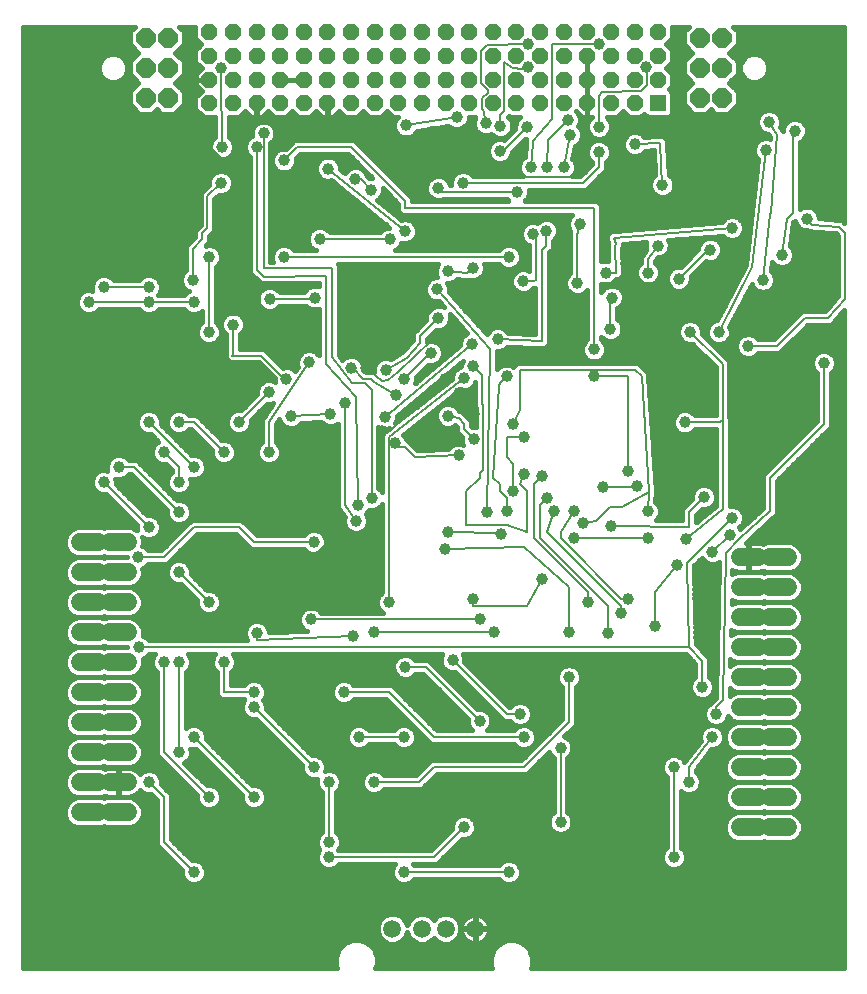
<source format=gbl>
G75*
%MOIN*%
%OFA0B0*%
%FSLAX25Y25*%
%IPPOS*%
%LPD*%
%AMOC8*
5,1,8,0,0,1.08239X$1,22.5*
%
%ADD10C,0.06000*%
%ADD11OC8,0.06496*%
%ADD12R,0.05386X0.05386*%
%ADD13OC8,0.05386*%
%ADD14C,0.05937*%
%ADD15C,0.03962*%
%ADD16C,0.00600*%
%ADD17C,0.01600*%
D10*
X0042000Y0095000D02*
X0048000Y0095000D01*
X0052000Y0095000D02*
X0058000Y0095000D01*
X0058000Y0105000D02*
X0052000Y0105000D01*
X0048000Y0105000D02*
X0042000Y0105000D01*
X0042000Y0115000D02*
X0048000Y0115000D01*
X0052000Y0115000D02*
X0058000Y0115000D01*
X0058000Y0125000D02*
X0052000Y0125000D01*
X0048000Y0125000D02*
X0042000Y0125000D01*
X0042000Y0135000D02*
X0048000Y0135000D01*
X0052000Y0135000D02*
X0058000Y0135000D01*
X0058000Y0145000D02*
X0052000Y0145000D01*
X0048000Y0145000D02*
X0042000Y0145000D01*
X0042000Y0155000D02*
X0048000Y0155000D01*
X0052000Y0155000D02*
X0058000Y0155000D01*
X0058000Y0165000D02*
X0052000Y0165000D01*
X0048000Y0165000D02*
X0042000Y0165000D01*
X0042000Y0175000D02*
X0048000Y0175000D01*
X0052000Y0175000D02*
X0058000Y0175000D01*
X0058000Y0185000D02*
X0052000Y0185000D01*
X0048000Y0185000D02*
X0042000Y0185000D01*
X0262000Y0180000D02*
X0268000Y0180000D01*
X0272000Y0180000D02*
X0278000Y0180000D01*
X0278000Y0170000D02*
X0272000Y0170000D01*
X0268000Y0170000D02*
X0262000Y0170000D01*
X0262000Y0160000D02*
X0268000Y0160000D01*
X0272000Y0160000D02*
X0278000Y0160000D01*
X0278000Y0150000D02*
X0272000Y0150000D01*
X0268000Y0150000D02*
X0262000Y0150000D01*
X0262000Y0140000D02*
X0268000Y0140000D01*
X0272000Y0140000D02*
X0278000Y0140000D01*
X0278000Y0130000D02*
X0272000Y0130000D01*
X0268000Y0130000D02*
X0262000Y0130000D01*
X0262000Y0120000D02*
X0268000Y0120000D01*
X0272000Y0120000D02*
X0278000Y0120000D01*
X0278000Y0110000D02*
X0272000Y0110000D01*
X0268000Y0110000D02*
X0262000Y0110000D01*
X0262000Y0100000D02*
X0268000Y0100000D01*
X0272000Y0100000D02*
X0278000Y0100000D01*
X0278000Y0090000D02*
X0272000Y0090000D01*
X0268000Y0090000D02*
X0262000Y0090000D01*
D11*
X0256004Y0333106D03*
X0248602Y0333106D03*
X0248602Y0343106D03*
X0248602Y0353106D03*
X0256004Y0353106D03*
X0256004Y0343106D03*
X0071398Y0343110D03*
X0071398Y0353110D03*
X0063996Y0353110D03*
X0063996Y0343110D03*
X0063996Y0333110D03*
X0071398Y0333110D03*
D12*
X0234803Y0331299D03*
D13*
X0226929Y0331299D03*
X0219055Y0331299D03*
X0211181Y0331299D03*
X0203307Y0331299D03*
X0195433Y0331299D03*
X0187559Y0331299D03*
X0179685Y0331299D03*
X0171811Y0331299D03*
X0163937Y0331299D03*
X0156063Y0331299D03*
X0148189Y0331299D03*
X0140315Y0331299D03*
X0132441Y0331299D03*
X0124567Y0331299D03*
X0116693Y0331299D03*
X0108819Y0331299D03*
X0100945Y0331299D03*
X0093071Y0331299D03*
X0085197Y0331299D03*
X0085197Y0339173D03*
X0085197Y0347047D03*
X0085197Y0354921D03*
X0093071Y0354921D03*
X0093071Y0347047D03*
X0093071Y0339173D03*
X0100945Y0339173D03*
X0100945Y0347047D03*
X0100945Y0354921D03*
X0108819Y0354921D03*
X0108819Y0347047D03*
X0108819Y0339173D03*
X0116693Y0339173D03*
X0124567Y0339173D03*
X0124567Y0347047D03*
X0116693Y0347047D03*
X0116693Y0354921D03*
X0124567Y0354921D03*
X0132441Y0354921D03*
X0132441Y0347047D03*
X0132441Y0339173D03*
X0140315Y0339173D03*
X0140315Y0347047D03*
X0140315Y0354921D03*
X0148189Y0354921D03*
X0148189Y0347047D03*
X0148189Y0339173D03*
X0156063Y0339173D03*
X0156063Y0347047D03*
X0156063Y0354921D03*
X0163937Y0354921D03*
X0163937Y0347047D03*
X0163937Y0339173D03*
X0171811Y0339173D03*
X0171811Y0347047D03*
X0171811Y0354921D03*
X0179685Y0354921D03*
X0179685Y0347047D03*
X0179685Y0339173D03*
X0187559Y0339173D03*
X0187559Y0347047D03*
X0187559Y0354921D03*
X0195433Y0354921D03*
X0195433Y0347047D03*
X0195433Y0339173D03*
X0203307Y0339173D03*
X0211181Y0339173D03*
X0211181Y0347047D03*
X0203307Y0347047D03*
X0203307Y0354921D03*
X0211181Y0354921D03*
X0219055Y0354921D03*
X0219055Y0347047D03*
X0219055Y0339173D03*
X0226929Y0339173D03*
X0226929Y0347047D03*
X0226929Y0354921D03*
X0234803Y0354921D03*
X0234803Y0347047D03*
X0234803Y0339173D03*
D14*
X0173780Y0056142D03*
X0163937Y0056142D03*
X0156063Y0056142D03*
X0146220Y0056142D03*
D15*
X0135000Y0070000D03*
X0125000Y0080000D03*
X0125000Y0085000D03*
X0125000Y0105000D03*
X0120000Y0110000D03*
X0135000Y0120000D03*
X0150000Y0120000D03*
X0140000Y0105000D03*
X0130000Y0135000D03*
X0133175Y0153625D03*
X0140000Y0155000D03*
X0145000Y0165000D03*
X0150500Y0143500D03*
X0166250Y0145750D03*
X0175250Y0159250D03*
X0180000Y0155000D03*
X0173000Y0166000D03*
X0163875Y0182750D03*
X0164900Y0188500D03*
X0177750Y0195000D03*
X0184250Y0195250D03*
X0186500Y0202000D03*
X0190100Y0207850D03*
X0195950Y0206950D03*
X0197750Y0199750D03*
X0200000Y0195250D03*
X0206750Y0195250D03*
X0209675Y0191425D03*
X0206750Y0186250D03*
X0195950Y0172750D03*
X0182450Y0187600D03*
X0168275Y0213925D03*
X0173450Y0219325D03*
X0173450Y0227650D03*
X0168500Y0234625D03*
X0170175Y0239775D03*
X0173225Y0243625D03*
X0172775Y0251050D03*
X0165800Y0249700D03*
X0159050Y0248125D03*
X0163775Y0239350D03*
X0164675Y0227200D03*
X0147350Y0233950D03*
X0150050Y0239350D03*
X0143975Y0242500D03*
X0137450Y0242950D03*
X0132500Y0243175D03*
X0130250Y0231250D03*
X0125525Y0227650D03*
X0112475Y0226975D03*
X0105000Y0235000D03*
X0110900Y0239350D03*
X0113150Y0244075D03*
X0118425Y0244950D03*
X0112250Y0253075D03*
X0105275Y0266125D03*
X0093125Y0257575D03*
X0085000Y0255000D03*
X0080000Y0265000D03*
X0079625Y0272425D03*
X0085000Y0280000D03*
X0071750Y0289750D03*
X0065000Y0270000D03*
X0065000Y0265000D03*
X0050000Y0270000D03*
X0045000Y0265000D03*
X0065000Y0225000D03*
X0075000Y0225000D03*
X0070000Y0215000D03*
X0075000Y0205000D03*
X0080000Y0210000D03*
X0090000Y0215000D03*
X0095000Y0225000D03*
X0105000Y0215000D03*
X0120000Y0185000D03*
X0128000Y0188500D03*
X0134075Y0192100D03*
X0134750Y0197500D03*
X0139250Y0199750D03*
X0147125Y0217975D03*
X0142850Y0222025D03*
X0143750Y0226750D03*
X0161525Y0259825D03*
X0161125Y0269275D03*
X0164675Y0275350D03*
X0173000Y0276475D03*
X0185000Y0280000D03*
X0189875Y0271975D03*
X0193025Y0287725D03*
X0197525Y0288850D03*
X0187625Y0301675D03*
X0192350Y0310000D03*
X0197750Y0310000D03*
X0203375Y0310000D03*
X0205400Y0320800D03*
X0204725Y0325750D03*
X0211475Y0319900D03*
X0215075Y0323500D03*
X0215000Y0315000D03*
X0227000Y0317650D03*
X0236225Y0304150D03*
X0234650Y0283900D03*
X0231500Y0274900D03*
X0241625Y0272875D03*
X0252200Y0282550D03*
X0257375Y0274450D03*
X0269750Y0272425D03*
X0276050Y0280750D03*
X0284375Y0292900D03*
X0270725Y0315675D03*
X0271775Y0325075D03*
X0280325Y0322150D03*
X0259400Y0289750D03*
X0255000Y0255000D03*
X0245450Y0255100D03*
X0236450Y0242725D03*
X0240500Y0231250D03*
X0243650Y0224950D03*
X0224750Y0208750D03*
X0227675Y0203800D03*
X0231275Y0195250D03*
X0231500Y0186250D03*
X0241175Y0177475D03*
X0244100Y0186025D03*
X0252875Y0181750D03*
X0258725Y0187375D03*
X0259325Y0193150D03*
X0250000Y0200000D03*
X0240500Y0197500D03*
X0219100Y0190450D03*
X0216425Y0203350D03*
X0190100Y0220000D03*
X0186500Y0224500D03*
X0184250Y0240250D03*
X0181325Y0252625D03*
X0207875Y0271300D03*
X0217325Y0274900D03*
X0219350Y0266575D03*
X0218900Y0256000D03*
X0213500Y0249250D03*
X0213500Y0240250D03*
X0208775Y0291100D03*
X0191225Y0323500D03*
X0182225Y0323725D03*
X0177275Y0324625D03*
X0167600Y0326650D03*
X0182000Y0315400D03*
X0169775Y0304775D03*
X0161525Y0303025D03*
X0150400Y0288650D03*
X0145325Y0285925D03*
X0130025Y0289975D03*
X0121925Y0286150D03*
X0108875Y0285250D03*
X0110000Y0280000D03*
X0120350Y0266575D03*
X0109100Y0305275D03*
X0110000Y0312250D03*
X0101000Y0316750D03*
X0103250Y0321250D03*
X0093575Y0308425D03*
X0089075Y0304825D03*
X0089525Y0316750D03*
X0083000Y0319000D03*
X0089075Y0343075D03*
X0124175Y0323725D03*
X0134075Y0319675D03*
X0142400Y0319900D03*
X0150725Y0323950D03*
X0139025Y0302575D03*
X0133850Y0306175D03*
X0124775Y0309550D03*
X0191450Y0343300D03*
X0191450Y0350950D03*
X0215075Y0350950D03*
X0230825Y0343300D03*
X0264800Y0250375D03*
X0290000Y0244750D03*
X0224750Y0166000D03*
X0222500Y0161500D03*
X0218000Y0154750D03*
X0211475Y0165100D03*
X0205000Y0155000D03*
X0205000Y0140000D03*
X0190000Y0120000D03*
X0188750Y0127750D03*
X0175250Y0125500D03*
X0202250Y0116500D03*
X0202250Y0091750D03*
X0185000Y0075000D03*
X0175000Y0070000D03*
X0170000Y0090000D03*
X0150000Y0075000D03*
X0100000Y0100000D03*
X0085000Y0100000D03*
X0075000Y0115000D03*
X0080000Y0120000D03*
X0086375Y0120325D03*
X0100000Y0130000D03*
X0100000Y0135000D03*
X0090000Y0145000D03*
X0085250Y0145750D03*
X0075000Y0145000D03*
X0070000Y0145000D03*
X0061800Y0150000D03*
X0075000Y0175000D03*
X0085000Y0165000D03*
X0085250Y0159250D03*
X0101000Y0154750D03*
X0119000Y0159250D03*
X0075000Y0195000D03*
X0065000Y0190000D03*
X0061575Y0180000D03*
X0050000Y0205000D03*
X0055000Y0210000D03*
X0065000Y0105000D03*
X0065000Y0085000D03*
X0080000Y0075000D03*
X0080000Y0060000D03*
X0233750Y0157000D03*
X0249500Y0136750D03*
X0254000Y0127750D03*
X0252750Y0120000D03*
X0240000Y0110000D03*
X0245000Y0105000D03*
X0240000Y0080000D03*
D16*
X0240000Y0110000D01*
X0245000Y0110000D02*
X0245000Y0105000D01*
X0245000Y0110000D02*
X0252750Y0120000D01*
X0254000Y0127750D02*
X0254000Y0130000D01*
X0256250Y0132250D01*
X0257375Y0181300D01*
X0261875Y0186025D01*
X0272000Y0195250D01*
X0272000Y0206500D01*
X0290000Y0224500D01*
X0290000Y0244750D01*
X0291575Y0259825D02*
X0283700Y0259825D01*
X0274250Y0250375D01*
X0264800Y0250375D01*
X0256250Y0244300D02*
X0245450Y0255100D01*
X0246350Y0261175D02*
X0239375Y0254200D01*
X0239375Y0245650D01*
X0236450Y0242725D01*
X0229250Y0240250D02*
X0227000Y0242500D01*
X0188750Y0242500D01*
X0188750Y0229000D01*
X0186500Y0224500D01*
X0184250Y0220000D02*
X0190100Y0220000D01*
X0184250Y0220000D02*
X0184250Y0213250D01*
X0186500Y0211000D01*
X0186500Y0202000D01*
X0188750Y0204250D02*
X0191000Y0202000D01*
X0191000Y0188500D01*
X0184250Y0190750D01*
X0170750Y0190750D01*
X0170750Y0202000D01*
X0175250Y0206500D01*
X0175250Y0208075D01*
X0176375Y0209200D01*
X0176375Y0230800D01*
X0176150Y0231025D01*
X0176150Y0240700D01*
X0173225Y0243625D01*
X0170175Y0239775D02*
X0145000Y0220000D01*
X0145000Y0165000D01*
X0140000Y0155000D02*
X0180000Y0155000D01*
X0175250Y0159250D02*
X0119000Y0159250D01*
X0133175Y0153625D02*
X0101000Y0152500D01*
X0101000Y0154750D01*
X0096500Y0159250D02*
X0101000Y0163750D01*
X0101000Y0170500D01*
X0107750Y0177250D01*
X0116750Y0177250D01*
X0128000Y0188500D01*
X0134075Y0192100D02*
X0130250Y0197500D01*
X0130250Y0231250D01*
X0134075Y0233275D02*
X0123950Y0244525D01*
X0123950Y0273775D01*
X0103250Y0273550D01*
X0101000Y0275800D01*
X0101000Y0316750D01*
X0103250Y0321250D02*
X0103250Y0276250D01*
X0126200Y0276250D01*
X0125975Y0246775D01*
X0132725Y0238000D01*
X0137000Y0238000D01*
X0139250Y0235750D01*
X0139250Y0199750D01*
X0134750Y0197500D02*
X0134075Y0233275D01*
X0136325Y0239350D02*
X0139025Y0239350D01*
X0139925Y0238450D01*
X0147350Y0233950D01*
X0145550Y0228100D02*
X0172775Y0251050D01*
X0178875Y0249500D02*
X0161125Y0269275D01*
X0164675Y0275350D02*
X0171200Y0274675D01*
X0173000Y0276475D01*
X0185000Y0280000D02*
X0110000Y0280000D01*
X0108875Y0285250D02*
X0108875Y0291325D01*
X0109325Y0291775D01*
X0109325Y0292675D01*
X0112025Y0289975D01*
X0130025Y0289975D01*
X0121925Y0286150D02*
X0145100Y0286150D01*
X0145325Y0285925D01*
X0150400Y0288650D02*
X0124775Y0309550D01*
X0133850Y0306175D02*
X0135650Y0305950D01*
X0139025Y0302575D01*
X0150500Y0298750D02*
X0132500Y0316750D01*
X0114500Y0316750D01*
X0110000Y0312250D01*
X0109100Y0305275D02*
X0109325Y0305050D01*
X0109325Y0292675D01*
X0093575Y0308425D02*
X0089750Y0312250D01*
X0083000Y0319000D01*
X0089525Y0316750D02*
X0089075Y0340825D01*
X0089075Y0343075D01*
X0089750Y0312250D02*
X0080750Y0303250D01*
X0080750Y0289750D01*
X0071750Y0289750D01*
X0079625Y0282775D02*
X0082775Y0285925D01*
X0082775Y0287950D01*
X0084575Y0289750D01*
X0084575Y0300325D01*
X0089075Y0304825D01*
X0079625Y0282775D02*
X0079625Y0272425D01*
X0080000Y0265000D02*
X0065000Y0265000D01*
X0045000Y0265000D01*
X0050000Y0270000D02*
X0065000Y0270000D01*
X0085000Y0280000D02*
X0085000Y0255000D01*
X0093125Y0257575D02*
X0093125Y0247450D01*
X0092900Y0247225D01*
X0102575Y0247225D01*
X0110225Y0239575D01*
X0110675Y0239575D01*
X0110900Y0239350D01*
X0113600Y0242950D02*
X0112250Y0244300D01*
X0112250Y0253075D01*
X0113150Y0244075D02*
X0113600Y0242950D01*
X0118425Y0244950D02*
X0105000Y0225000D01*
X0105000Y0215000D01*
X0112475Y0226975D02*
X0125525Y0227650D01*
X0136325Y0239350D02*
X0132950Y0242950D01*
X0132500Y0243175D01*
X0137450Y0242950D02*
X0142850Y0238900D01*
X0144875Y0239125D01*
X0148025Y0241825D01*
X0159275Y0252400D01*
X0159950Y0252400D01*
X0165800Y0249700D01*
X0159050Y0248125D02*
X0158825Y0248125D01*
X0150050Y0239350D01*
X0143975Y0242500D02*
X0150950Y0246550D01*
X0155450Y0251500D01*
X0155450Y0253750D01*
X0161525Y0259825D01*
X0178875Y0249500D02*
X0177750Y0195000D01*
X0184250Y0195250D02*
X0184250Y0199750D01*
X0182000Y0202000D01*
X0182000Y0204250D01*
X0179750Y0206500D01*
X0181775Y0237100D01*
X0182000Y0238000D01*
X0184250Y0240250D01*
X0181325Y0252625D02*
X0196175Y0252175D01*
X0196175Y0282550D01*
X0197300Y0283675D01*
X0197300Y0288625D01*
X0197525Y0288850D01*
X0193925Y0286825D02*
X0193025Y0287725D01*
X0193925Y0286825D02*
X0193925Y0272425D01*
X0193475Y0271975D01*
X0189875Y0271975D01*
X0207875Y0271300D02*
X0207875Y0287950D01*
X0208100Y0288175D01*
X0208100Y0290425D01*
X0208775Y0291100D01*
X0213500Y0296500D02*
X0150500Y0296500D01*
X0150500Y0298750D01*
X0161525Y0303025D02*
X0162875Y0301675D01*
X0187625Y0301675D01*
X0187400Y0306625D02*
X0208775Y0306625D01*
X0209225Y0307075D01*
X0209225Y0317650D01*
X0211475Y0319900D01*
X0215075Y0323500D02*
X0215075Y0333625D01*
X0215975Y0335200D01*
X0229025Y0335425D01*
X0231050Y0337450D01*
X0231050Y0342400D01*
X0230825Y0343300D01*
X0215075Y0350950D02*
X0199325Y0351175D01*
X0199325Y0328675D01*
X0199550Y0325975D01*
X0193025Y0318775D01*
X0193025Y0318100D01*
X0192350Y0310000D01*
X0197750Y0310000D02*
X0198200Y0319000D01*
X0204725Y0325750D01*
X0205400Y0320800D02*
X0203375Y0310000D01*
X0209775Y0304775D02*
X0215000Y0310000D01*
X0215000Y0315000D01*
X0209775Y0304775D02*
X0169775Y0304775D01*
X0175025Y0310000D02*
X0184025Y0310000D01*
X0187400Y0306625D01*
X0183125Y0315400D02*
X0182000Y0315400D01*
X0183125Y0315400D02*
X0191225Y0323500D01*
X0183575Y0328675D02*
X0183575Y0345100D01*
X0183800Y0344875D01*
X0186275Y0343075D01*
X0189425Y0342850D01*
X0191450Y0343300D01*
X0191450Y0350950D02*
X0177725Y0350725D01*
X0175700Y0348700D01*
X0175700Y0338125D01*
X0177950Y0335650D01*
X0177950Y0334750D01*
X0175925Y0333175D01*
X0175925Y0329350D01*
X0176375Y0329350D01*
X0177275Y0324625D01*
X0182225Y0323725D02*
X0182000Y0327325D01*
X0183575Y0328675D01*
X0167600Y0326650D02*
X0163775Y0325975D01*
X0150725Y0323950D01*
X0158825Y0319900D02*
X0162200Y0316525D01*
X0168500Y0316525D01*
X0175025Y0310000D01*
X0158825Y0319900D02*
X0142400Y0319900D01*
X0134075Y0319675D02*
X0131600Y0323725D01*
X0124175Y0323725D01*
X0120350Y0266575D02*
X0119900Y0266125D01*
X0105275Y0266125D01*
X0105000Y0235000D02*
X0095000Y0225000D01*
X0090000Y0215000D02*
X0080000Y0225000D01*
X0075000Y0225000D01*
X0065000Y0225000D02*
X0080000Y0210000D01*
X0075000Y0210000D02*
X0075000Y0205000D01*
X0075000Y0210000D02*
X0070000Y0215000D01*
X0060000Y0210000D02*
X0075000Y0195000D01*
X0080000Y0190000D02*
X0095000Y0190000D01*
X0100000Y0185000D01*
X0120000Y0185000D01*
X0096500Y0159250D02*
X0085250Y0159250D01*
X0085000Y0165000D02*
X0075000Y0175000D01*
X0070000Y0180000D02*
X0080000Y0190000D01*
X0070000Y0180000D02*
X0061575Y0180000D01*
X0065000Y0190000D02*
X0050000Y0205000D01*
X0055000Y0210000D02*
X0060000Y0210000D01*
X0061800Y0150000D02*
X0245000Y0150000D01*
X0249500Y0145500D01*
X0249500Y0136750D01*
X0245000Y0150000D02*
X0244325Y0178150D01*
X0259325Y0193150D01*
X0256475Y0196150D02*
X0256475Y0225625D01*
X0256250Y0225850D01*
X0255575Y0225175D01*
X0243650Y0224950D01*
X0240500Y0231250D02*
X0240500Y0197500D01*
X0245000Y0195000D02*
X0250000Y0200000D01*
X0245000Y0195000D02*
X0245000Y0190000D01*
X0219100Y0190450D01*
X0214175Y0192100D02*
X0218675Y0196600D01*
X0222725Y0196600D01*
X0231725Y0201775D01*
X0229250Y0240250D01*
X0224750Y0240250D02*
X0213500Y0240250D01*
X0213500Y0249250D02*
X0213500Y0296500D01*
X0220025Y0286375D02*
X0220700Y0284350D01*
X0220250Y0283900D01*
X0220700Y0274900D01*
X0217325Y0274900D01*
X0219350Y0266575D02*
X0218900Y0266125D01*
X0218900Y0256000D01*
X0224750Y0240250D02*
X0224750Y0208750D01*
X0226550Y0203350D02*
X0227675Y0203800D01*
X0226550Y0203350D02*
X0216425Y0203350D01*
X0214175Y0192100D02*
X0209675Y0191425D01*
X0206750Y0195250D02*
X0202250Y0188500D01*
X0202250Y0186250D01*
X0222500Y0166000D01*
X0224750Y0166000D01*
X0222500Y0163750D02*
X0197750Y0188500D01*
X0200000Y0195250D01*
X0195500Y0197500D02*
X0197750Y0199750D01*
X0195500Y0197500D02*
X0195500Y0186250D01*
X0218000Y0163750D01*
X0218000Y0154750D01*
X0222500Y0161500D02*
X0222500Y0163750D01*
X0211475Y0165100D02*
X0211250Y0168250D01*
X0193250Y0186250D01*
X0193250Y0204250D01*
X0195950Y0206950D01*
X0190100Y0207850D02*
X0188750Y0204250D01*
X0182450Y0188050D02*
X0182450Y0187600D01*
X0182450Y0188050D02*
X0164900Y0188500D01*
X0163875Y0182750D02*
X0190225Y0183425D01*
X0205000Y0170000D01*
X0205000Y0155000D01*
X0205000Y0140000D02*
X0205000Y0125000D01*
X0190000Y0110000D01*
X0160000Y0110000D01*
X0155000Y0105000D01*
X0140000Y0105000D01*
X0125000Y0105000D02*
X0125000Y0085000D01*
X0125000Y0080000D02*
X0160000Y0080000D01*
X0170000Y0090000D01*
X0185000Y0075000D02*
X0150000Y0075000D01*
X0135000Y0070000D02*
X0175000Y0070000D01*
X0202250Y0091750D02*
X0202250Y0116500D01*
X0190000Y0120000D02*
X0160000Y0120000D01*
X0145000Y0135000D01*
X0130000Y0135000D01*
X0135000Y0120000D02*
X0150000Y0120000D01*
X0150500Y0143500D02*
X0157250Y0143500D01*
X0175250Y0125500D01*
X0184250Y0127750D02*
X0166250Y0145750D01*
X0173000Y0163750D02*
X0191000Y0163750D01*
X0195950Y0172750D01*
X0206750Y0186250D02*
X0231500Y0186250D01*
X0231275Y0195250D02*
X0231725Y0201775D01*
X0244100Y0186025D02*
X0256475Y0196150D01*
X0258725Y0187375D02*
X0252875Y0181750D01*
X0241175Y0177475D02*
X0233750Y0168250D01*
X0233750Y0157000D01*
X0188750Y0127750D02*
X0184250Y0127750D01*
X0173000Y0163750D02*
X0173000Y0166000D01*
X0168275Y0213925D02*
X0153650Y0213250D01*
X0150275Y0216625D01*
X0148475Y0216625D01*
X0147125Y0217975D01*
X0145550Y0222025D02*
X0142850Y0222025D01*
X0145550Y0222025D02*
X0159275Y0235750D01*
X0159275Y0236425D01*
X0163775Y0239350D01*
X0168500Y0234625D02*
X0166925Y0231475D01*
X0166700Y0230125D01*
X0167825Y0229450D01*
X0170525Y0228100D01*
X0173450Y0227650D01*
X0170075Y0224500D02*
X0170075Y0222700D01*
X0173450Y0219325D01*
X0170075Y0224500D02*
X0168275Y0226300D01*
X0164675Y0227200D01*
X0145550Y0228100D02*
X0143750Y0226750D01*
X0085250Y0145750D02*
X0086375Y0120325D01*
X0080000Y0120000D02*
X0100000Y0100000D01*
X0085000Y0100000D02*
X0070000Y0115000D01*
X0070000Y0145000D01*
X0075000Y0145000D02*
X0075000Y0115000D01*
X0065000Y0105000D02*
X0070000Y0100000D01*
X0070000Y0085000D01*
X0080000Y0075000D01*
X0065000Y0075000D02*
X0080000Y0060000D01*
X0065000Y0075000D02*
X0065000Y0085000D01*
X0100000Y0130000D02*
X0120000Y0110000D01*
X0100000Y0135000D02*
X0090000Y0135000D01*
X0090000Y0145000D01*
X0220025Y0286375D02*
X0259400Y0289750D01*
X0252200Y0282550D02*
X0251300Y0282550D01*
X0241625Y0272875D01*
X0231500Y0274900D02*
X0231500Y0279400D01*
X0234650Y0283900D01*
X0236225Y0304150D02*
X0235550Y0318100D01*
X0227000Y0317650D01*
X0257375Y0274450D02*
X0257375Y0267025D01*
X0251525Y0261175D01*
X0246350Y0261175D01*
X0255000Y0255000D02*
X0266225Y0276800D01*
X0270725Y0315675D01*
X0274475Y0320800D02*
X0271775Y0325075D01*
X0274475Y0320800D02*
X0272450Y0294700D01*
X0272225Y0294250D01*
X0269750Y0272425D01*
X0276050Y0280750D02*
X0277625Y0292675D01*
X0279650Y0294700D01*
X0279650Y0321475D01*
X0280325Y0322150D01*
X0284375Y0292900D02*
X0285950Y0290875D01*
X0294950Y0290200D01*
X0296975Y0288175D01*
X0296975Y0266125D01*
X0291575Y0259825D01*
X0256250Y0244300D02*
X0256250Y0225850D01*
D17*
X0023100Y0356900D02*
X0023100Y0043100D01*
X0127726Y0043100D01*
X0127306Y0044114D01*
X0127306Y0046830D01*
X0128346Y0049340D01*
X0130266Y0051260D01*
X0132776Y0052300D01*
X0135492Y0052300D01*
X0138001Y0051260D01*
X0139922Y0049340D01*
X0140961Y0046830D01*
X0140961Y0044114D01*
X0140541Y0043100D01*
X0179459Y0043100D01*
X0179039Y0044114D01*
X0179039Y0046830D01*
X0180078Y0049340D01*
X0181999Y0051260D01*
X0184508Y0052300D01*
X0187224Y0052300D01*
X0189734Y0051260D01*
X0191654Y0049340D01*
X0192694Y0046830D01*
X0192694Y0044114D01*
X0192274Y0043100D01*
X0296900Y0043100D01*
X0296900Y0262503D01*
X0293875Y0258974D01*
X0293875Y0258872D01*
X0293264Y0258261D01*
X0292701Y0257605D01*
X0292600Y0257597D01*
X0292528Y0257525D01*
X0291663Y0257525D01*
X0290802Y0257459D01*
X0290724Y0257525D01*
X0284653Y0257525D01*
X0275203Y0248075D01*
X0268130Y0248075D01*
X0267055Y0247000D01*
X0265592Y0246394D01*
X0264008Y0246394D01*
X0262545Y0247000D01*
X0261425Y0248120D01*
X0260819Y0249583D01*
X0260819Y0251167D01*
X0261425Y0252630D01*
X0262545Y0253750D01*
X0264008Y0254356D01*
X0265592Y0254356D01*
X0267055Y0253750D01*
X0268130Y0252675D01*
X0273297Y0252675D01*
X0281400Y0260778D01*
X0282747Y0262125D01*
X0290517Y0262125D01*
X0294675Y0266976D01*
X0294675Y0287222D01*
X0293927Y0287970D01*
X0286662Y0288515D01*
X0286610Y0288475D01*
X0285721Y0288586D01*
X0284828Y0288653D01*
X0284785Y0288703D01*
X0284719Y0288711D01*
X0284558Y0288919D01*
X0283583Y0288919D01*
X0282120Y0289525D01*
X0281000Y0290645D01*
X0280394Y0292108D01*
X0280394Y0292191D01*
X0279803Y0291600D01*
X0278756Y0283674D01*
X0279425Y0283005D01*
X0280031Y0281542D01*
X0280031Y0279958D01*
X0279425Y0278495D01*
X0278305Y0277375D01*
X0276842Y0276769D01*
X0275258Y0276769D01*
X0273795Y0277375D01*
X0272745Y0278425D01*
X0272402Y0275403D01*
X0273125Y0274680D01*
X0273731Y0273217D01*
X0273731Y0271633D01*
X0273125Y0270170D01*
X0272005Y0269050D01*
X0270542Y0268444D01*
X0268958Y0268444D01*
X0267495Y0269050D01*
X0266375Y0270170D01*
X0265939Y0271221D01*
X0258541Y0256853D01*
X0258981Y0255792D01*
X0258981Y0254208D01*
X0258375Y0252745D01*
X0257255Y0251625D01*
X0255792Y0251019D01*
X0254208Y0251019D01*
X0252745Y0251625D01*
X0251625Y0252745D01*
X0251019Y0254208D01*
X0251019Y0255792D01*
X0251625Y0257255D01*
X0252745Y0258375D01*
X0254208Y0258981D01*
X0254463Y0258981D01*
X0263988Y0277481D01*
X0268066Y0312704D01*
X0267350Y0313420D01*
X0266744Y0314883D01*
X0266744Y0316467D01*
X0267350Y0317930D01*
X0268470Y0319050D01*
X0269933Y0319656D01*
X0271517Y0319656D01*
X0272062Y0319430D01*
X0272123Y0320217D01*
X0271569Y0321094D01*
X0270983Y0321094D01*
X0269520Y0321700D01*
X0268400Y0322820D01*
X0267794Y0324283D01*
X0267794Y0325867D01*
X0268400Y0327330D01*
X0269520Y0328450D01*
X0270983Y0329056D01*
X0272567Y0329056D01*
X0274030Y0328450D01*
X0275150Y0327330D01*
X0275756Y0325867D01*
X0275756Y0324283D01*
X0275455Y0323556D01*
X0276331Y0322169D01*
X0276344Y0322154D01*
X0276344Y0322942D01*
X0276950Y0324405D01*
X0278070Y0325525D01*
X0279533Y0326131D01*
X0281117Y0326131D01*
X0282580Y0325525D01*
X0283700Y0324405D01*
X0284306Y0322942D01*
X0284306Y0321358D01*
X0283700Y0319895D01*
X0282580Y0318775D01*
X0281950Y0318514D01*
X0281950Y0296105D01*
X0282120Y0296275D01*
X0283583Y0296881D01*
X0285167Y0296881D01*
X0286630Y0296275D01*
X0287750Y0295155D01*
X0288356Y0293692D01*
X0288356Y0293001D01*
X0295036Y0292500D01*
X0295903Y0292500D01*
X0295973Y0292430D01*
X0296072Y0292422D01*
X0296637Y0291765D01*
X0296900Y0291503D01*
X0296900Y0356900D01*
X0259632Y0356900D01*
X0261252Y0355280D01*
X0261252Y0350932D01*
X0258426Y0348106D01*
X0261252Y0345280D01*
X0261252Y0340932D01*
X0258426Y0338106D01*
X0261252Y0335280D01*
X0261252Y0330932D01*
X0258178Y0327858D01*
X0253830Y0327858D01*
X0252303Y0329385D01*
X0250776Y0327858D01*
X0246429Y0327858D01*
X0243354Y0330932D01*
X0243354Y0335280D01*
X0246181Y0338106D01*
X0243354Y0340932D01*
X0243354Y0345280D01*
X0246181Y0348106D01*
X0243354Y0350932D01*
X0243354Y0355280D01*
X0244974Y0356900D01*
X0239461Y0356900D01*
X0239496Y0356865D01*
X0239496Y0352977D01*
X0237503Y0350984D01*
X0239496Y0348991D01*
X0239496Y0345103D01*
X0237503Y0343110D01*
X0239496Y0341117D01*
X0239496Y0337229D01*
X0238259Y0335992D01*
X0238324Y0335992D01*
X0239496Y0334821D01*
X0239496Y0327778D01*
X0238324Y0326606D01*
X0231282Y0326606D01*
X0230110Y0327778D01*
X0230110Y0327844D01*
X0228873Y0326606D01*
X0224985Y0326606D01*
X0222992Y0328599D01*
X0220999Y0326606D01*
X0217599Y0326606D01*
X0218450Y0325755D01*
X0219056Y0324292D01*
X0219056Y0322708D01*
X0218450Y0321245D01*
X0217330Y0320125D01*
X0215867Y0319519D01*
X0214283Y0319519D01*
X0212820Y0320125D01*
X0211700Y0321245D01*
X0211094Y0322708D01*
X0211094Y0324292D01*
X0211700Y0325755D01*
X0212751Y0326806D01*
X0211228Y0326806D01*
X0211228Y0331253D01*
X0211135Y0331253D01*
X0211135Y0326806D01*
X0209320Y0326806D01*
X0207386Y0328741D01*
X0207375Y0328730D01*
X0208100Y0328005D01*
X0208706Y0326542D01*
X0208706Y0324958D01*
X0208169Y0323661D01*
X0208775Y0323055D01*
X0209381Y0321592D01*
X0209381Y0320008D01*
X0208775Y0318545D01*
X0207655Y0317425D01*
X0207061Y0317179D01*
X0206235Y0312771D01*
X0206750Y0312255D01*
X0207356Y0310792D01*
X0207356Y0309208D01*
X0206750Y0307745D01*
X0206080Y0307075D01*
X0208822Y0307075D01*
X0212700Y0310953D01*
X0212700Y0311670D01*
X0211625Y0312745D01*
X0211019Y0314208D01*
X0211019Y0315792D01*
X0211625Y0317255D01*
X0212745Y0318375D01*
X0214208Y0318981D01*
X0215792Y0318981D01*
X0217255Y0318375D01*
X0218375Y0317255D01*
X0218981Y0315792D01*
X0218981Y0314208D01*
X0218375Y0312745D01*
X0217300Y0311670D01*
X0217300Y0309047D01*
X0210728Y0302475D01*
X0191603Y0302475D01*
X0191606Y0302467D01*
X0191606Y0300883D01*
X0191000Y0299420D01*
X0190380Y0298800D01*
X0214453Y0298800D01*
X0215800Y0297453D01*
X0215800Y0278577D01*
X0216533Y0278881D01*
X0218117Y0278881D01*
X0218200Y0278847D01*
X0217997Y0282900D01*
X0217950Y0282947D01*
X0217950Y0283842D01*
X0217905Y0284737D01*
X0217950Y0284786D01*
X0217950Y0284853D01*
X0218069Y0284971D01*
X0218048Y0285033D01*
X0217815Y0285229D01*
X0217757Y0285907D01*
X0217542Y0286551D01*
X0217678Y0286824D01*
X0217652Y0287128D01*
X0218090Y0287648D01*
X0218394Y0288256D01*
X0218683Y0288352D01*
X0218879Y0288585D01*
X0219557Y0288643D01*
X0220201Y0288858D01*
X0220474Y0288722D01*
X0255924Y0291760D01*
X0256025Y0292005D01*
X0257145Y0293125D01*
X0258608Y0293731D01*
X0260192Y0293731D01*
X0261655Y0293125D01*
X0262775Y0292005D01*
X0263381Y0290542D01*
X0263381Y0288958D01*
X0262775Y0287495D01*
X0261655Y0286375D01*
X0260192Y0285769D01*
X0258608Y0285769D01*
X0257145Y0286375D01*
X0256341Y0287179D01*
X0238243Y0285628D01*
X0238631Y0284692D01*
X0238631Y0283108D01*
X0238025Y0281645D01*
X0236905Y0280525D01*
X0235442Y0279919D01*
X0234671Y0279919D01*
X0233800Y0278675D01*
X0233800Y0278230D01*
X0234875Y0277155D01*
X0235481Y0275692D01*
X0235481Y0274108D01*
X0234875Y0272645D01*
X0233755Y0271525D01*
X0232292Y0270919D01*
X0230708Y0270919D01*
X0229245Y0271525D01*
X0228125Y0272645D01*
X0227519Y0274108D01*
X0227519Y0275692D01*
X0228125Y0277155D01*
X0229200Y0278230D01*
X0229200Y0279199D01*
X0229069Y0279938D01*
X0229200Y0280125D01*
X0229200Y0280353D01*
X0229731Y0280884D01*
X0230899Y0282552D01*
X0230669Y0283108D01*
X0230669Y0284692D01*
X0230792Y0284989D01*
X0223130Y0284333D01*
X0223183Y0284174D01*
X0223000Y0283807D01*
X0223000Y0283397D01*
X0222598Y0282995D01*
X0222953Y0275900D01*
X0223000Y0275853D01*
X0223000Y0274958D01*
X0223045Y0274063D01*
X0223000Y0274014D01*
X0223000Y0273947D01*
X0222367Y0273314D01*
X0221766Y0272650D01*
X0221700Y0272647D01*
X0221653Y0272600D01*
X0220758Y0272600D01*
X0220650Y0272595D01*
X0219580Y0271525D01*
X0218117Y0270919D01*
X0216533Y0270919D01*
X0215800Y0271223D01*
X0215800Y0268408D01*
X0215975Y0268830D01*
X0217095Y0269950D01*
X0218558Y0270556D01*
X0220142Y0270556D01*
X0221605Y0269950D01*
X0222725Y0268830D01*
X0223331Y0267367D01*
X0223331Y0265783D01*
X0222725Y0264320D01*
X0221605Y0263200D01*
X0221200Y0263032D01*
X0221200Y0259330D01*
X0222275Y0258255D01*
X0222881Y0256792D01*
X0222881Y0255208D01*
X0222275Y0253745D01*
X0221155Y0252625D01*
X0219692Y0252019D01*
X0218108Y0252019D01*
X0216645Y0252625D01*
X0215800Y0253470D01*
X0215800Y0252580D01*
X0216875Y0251505D01*
X0217481Y0250042D01*
X0217481Y0248458D01*
X0216875Y0246995D01*
X0215755Y0245875D01*
X0214292Y0245269D01*
X0212708Y0245269D01*
X0211245Y0245875D01*
X0210125Y0246995D01*
X0209519Y0248458D01*
X0209519Y0250042D01*
X0210125Y0251505D01*
X0211200Y0252580D01*
X0211200Y0268995D01*
X0210130Y0267925D01*
X0208667Y0267319D01*
X0207083Y0267319D01*
X0205620Y0267925D01*
X0204500Y0269045D01*
X0203894Y0270508D01*
X0203894Y0272092D01*
X0204500Y0273555D01*
X0205575Y0274630D01*
X0205575Y0288670D01*
X0205400Y0288845D01*
X0204794Y0290308D01*
X0204794Y0291892D01*
X0205400Y0293355D01*
X0206245Y0294200D01*
X0149547Y0294200D01*
X0148200Y0295547D01*
X0148200Y0297797D01*
X0143006Y0302991D01*
X0143006Y0301783D01*
X0142400Y0300320D01*
X0141280Y0299200D01*
X0141163Y0299152D01*
X0149309Y0292507D01*
X0149608Y0292631D01*
X0151192Y0292631D01*
X0152655Y0292025D01*
X0153775Y0290905D01*
X0154381Y0289442D01*
X0154381Y0287858D01*
X0153775Y0286395D01*
X0152655Y0285275D01*
X0151192Y0284669D01*
X0149608Y0284669D01*
X0149186Y0284844D01*
X0148700Y0283670D01*
X0147580Y0282550D01*
X0146977Y0282300D01*
X0181670Y0282300D01*
X0182745Y0283375D01*
X0184208Y0283981D01*
X0185792Y0283981D01*
X0187255Y0283375D01*
X0188375Y0282255D01*
X0188981Y0280792D01*
X0188981Y0279208D01*
X0188375Y0277745D01*
X0187255Y0276625D01*
X0185792Y0276019D01*
X0184208Y0276019D01*
X0182745Y0276625D01*
X0181670Y0277700D01*
X0176802Y0277700D01*
X0176981Y0277267D01*
X0176981Y0275683D01*
X0176375Y0274220D01*
X0175255Y0273100D01*
X0173792Y0272494D01*
X0172272Y0272494D01*
X0172153Y0272375D01*
X0172017Y0272375D01*
X0171911Y0272289D01*
X0171081Y0272375D01*
X0170247Y0272375D01*
X0170151Y0272471D01*
X0167682Y0272727D01*
X0166930Y0271975D01*
X0165467Y0271369D01*
X0164567Y0271369D01*
X0165106Y0270067D01*
X0165106Y0268483D01*
X0165049Y0268346D01*
X0177693Y0254260D01*
X0177950Y0254880D01*
X0179070Y0256000D01*
X0180533Y0256606D01*
X0182117Y0256606D01*
X0183580Y0256000D01*
X0184700Y0254880D01*
X0184724Y0254823D01*
X0193875Y0254546D01*
X0193875Y0269675D01*
X0193205Y0269675D01*
X0192130Y0268600D01*
X0190667Y0267994D01*
X0189083Y0267994D01*
X0187620Y0268600D01*
X0186500Y0269720D01*
X0185894Y0271183D01*
X0185894Y0272767D01*
X0186500Y0274230D01*
X0187620Y0275350D01*
X0189083Y0275956D01*
X0190667Y0275956D01*
X0191625Y0275559D01*
X0191625Y0283996D01*
X0190770Y0284350D01*
X0189650Y0285470D01*
X0189044Y0286933D01*
X0189044Y0288517D01*
X0189650Y0289980D01*
X0190770Y0291100D01*
X0192233Y0291706D01*
X0193817Y0291706D01*
X0194477Y0291432D01*
X0195270Y0292225D01*
X0196733Y0292831D01*
X0198317Y0292831D01*
X0199780Y0292225D01*
X0200900Y0291105D01*
X0201506Y0289642D01*
X0201506Y0288058D01*
X0200900Y0286595D01*
X0199780Y0285475D01*
X0199600Y0285400D01*
X0199600Y0282722D01*
X0198475Y0281597D01*
X0198475Y0253087D01*
X0198503Y0253058D01*
X0198475Y0252140D01*
X0198475Y0251222D01*
X0198446Y0251194D01*
X0198445Y0251153D01*
X0197777Y0250524D01*
X0197128Y0249875D01*
X0197087Y0249875D01*
X0197058Y0249847D01*
X0196140Y0249875D01*
X0195222Y0249875D01*
X0195194Y0249904D01*
X0184556Y0250226D01*
X0183580Y0249250D01*
X0182117Y0248644D01*
X0181158Y0248644D01*
X0181034Y0242664D01*
X0181995Y0243625D01*
X0183458Y0244231D01*
X0185042Y0244231D01*
X0186505Y0243625D01*
X0186564Y0243566D01*
X0187797Y0244800D01*
X0227953Y0244800D01*
X0229300Y0243453D01*
X0230824Y0241929D01*
X0231484Y0241348D01*
X0231490Y0241263D01*
X0231550Y0241203D01*
X0231550Y0240324D01*
X0233970Y0202699D01*
X0234085Y0202567D01*
X0234068Y0202315D01*
X0234194Y0202096D01*
X0234045Y0201543D01*
X0234081Y0200972D01*
X0233966Y0200841D01*
X0233795Y0198360D01*
X0234650Y0197505D01*
X0235256Y0196042D01*
X0235256Y0194458D01*
X0234650Y0192995D01*
X0234144Y0192489D01*
X0242700Y0192340D01*
X0242700Y0195953D01*
X0246019Y0199272D01*
X0246019Y0200792D01*
X0246625Y0202255D01*
X0247745Y0203375D01*
X0249208Y0203981D01*
X0250792Y0203981D01*
X0252255Y0203375D01*
X0253375Y0202255D01*
X0253981Y0200792D01*
X0253981Y0199208D01*
X0253375Y0197745D01*
X0252255Y0196625D01*
X0250792Y0196019D01*
X0249272Y0196019D01*
X0247300Y0194047D01*
X0247300Y0191615D01*
X0254175Y0197240D01*
X0254175Y0222848D01*
X0247033Y0222713D01*
X0247025Y0222695D01*
X0245905Y0221575D01*
X0244442Y0220969D01*
X0242858Y0220969D01*
X0241395Y0221575D01*
X0240275Y0222695D01*
X0239669Y0224158D01*
X0239669Y0225742D01*
X0240275Y0227205D01*
X0241395Y0228325D01*
X0242858Y0228931D01*
X0244442Y0228931D01*
X0245905Y0228325D01*
X0246918Y0227312D01*
X0253950Y0227445D01*
X0253950Y0243347D01*
X0246178Y0251119D01*
X0244658Y0251119D01*
X0243195Y0251725D01*
X0242075Y0252845D01*
X0241469Y0254308D01*
X0241469Y0255892D01*
X0242075Y0257355D01*
X0243195Y0258475D01*
X0244658Y0259081D01*
X0246242Y0259081D01*
X0247705Y0258475D01*
X0248825Y0257355D01*
X0249431Y0255892D01*
X0249431Y0254372D01*
X0258550Y0245253D01*
X0258550Y0226803D01*
X0258775Y0226578D01*
X0258775Y0197131D01*
X0260117Y0197131D01*
X0261580Y0196525D01*
X0262700Y0195405D01*
X0263306Y0193942D01*
X0263306Y0192358D01*
X0262700Y0190895D01*
X0261768Y0189962D01*
X0262100Y0189630D01*
X0262187Y0189421D01*
X0269700Y0196266D01*
X0269700Y0207453D01*
X0287700Y0225453D01*
X0287700Y0241420D01*
X0286625Y0242495D01*
X0286019Y0243958D01*
X0286019Y0245542D01*
X0286625Y0247005D01*
X0287745Y0248125D01*
X0289208Y0248731D01*
X0290792Y0248731D01*
X0292255Y0248125D01*
X0293375Y0247005D01*
X0293981Y0245542D01*
X0293981Y0243958D01*
X0293375Y0242495D01*
X0292300Y0241420D01*
X0292300Y0223547D01*
X0290953Y0222200D01*
X0274300Y0205547D01*
X0274300Y0196141D01*
X0274342Y0196095D01*
X0274300Y0195197D01*
X0274300Y0194297D01*
X0274256Y0194253D01*
X0274253Y0194191D01*
X0273589Y0193586D01*
X0272953Y0192950D01*
X0272891Y0192950D01*
X0263945Y0184800D01*
X0264800Y0184800D01*
X0264800Y0180200D01*
X0265200Y0180200D01*
X0265200Y0184800D01*
X0268378Y0184800D01*
X0269124Y0184682D01*
X0269748Y0184479D01*
X0271005Y0185000D01*
X0278995Y0185000D01*
X0280832Y0184239D01*
X0282239Y0182832D01*
X0283000Y0180995D01*
X0283000Y0179005D01*
X0282239Y0177168D01*
X0280832Y0175761D01*
X0278995Y0175000D01*
X0271005Y0175000D01*
X0269748Y0175521D01*
X0269124Y0175318D01*
X0268378Y0175200D01*
X0265200Y0175200D01*
X0265200Y0179800D01*
X0264800Y0179800D01*
X0264800Y0175200D01*
X0261622Y0175200D01*
X0260876Y0175318D01*
X0260157Y0175552D01*
X0259551Y0175861D01*
X0259517Y0174383D01*
X0261005Y0175000D01*
X0268995Y0175000D01*
X0270000Y0174584D01*
X0271005Y0175000D01*
X0278995Y0175000D01*
X0280832Y0174239D01*
X0282239Y0172832D01*
X0283000Y0170995D01*
X0283000Y0169005D01*
X0282239Y0167168D01*
X0280832Y0165761D01*
X0278995Y0165000D01*
X0271005Y0165000D01*
X0270000Y0165416D01*
X0268995Y0165000D01*
X0261005Y0165000D01*
X0259318Y0165699D01*
X0259285Y0164288D01*
X0261005Y0165000D01*
X0268995Y0165000D01*
X0270000Y0164584D01*
X0271005Y0165000D01*
X0278995Y0165000D01*
X0280832Y0164239D01*
X0282239Y0162832D01*
X0283000Y0160995D01*
X0283000Y0159005D01*
X0282239Y0157168D01*
X0280832Y0155761D01*
X0278995Y0155000D01*
X0271005Y0155000D01*
X0270000Y0155416D01*
X0268995Y0155000D01*
X0261005Y0155000D01*
X0259168Y0155761D01*
X0259092Y0155837D01*
X0259052Y0154123D01*
X0259168Y0154239D01*
X0261005Y0155000D01*
X0268995Y0155000D01*
X0270000Y0154584D01*
X0271005Y0155000D01*
X0278995Y0155000D01*
X0280832Y0154239D01*
X0282239Y0152832D01*
X0283000Y0150995D01*
X0283000Y0149005D01*
X0282239Y0147168D01*
X0280832Y0145761D01*
X0278995Y0145000D01*
X0271005Y0145000D01*
X0270000Y0145416D01*
X0268995Y0145000D01*
X0261005Y0145000D01*
X0259168Y0145761D01*
X0258867Y0146062D01*
X0258818Y0143889D01*
X0259168Y0144239D01*
X0261005Y0145000D01*
X0268995Y0145000D01*
X0270000Y0144584D01*
X0271005Y0145000D01*
X0278995Y0145000D01*
X0280832Y0144239D01*
X0282239Y0142832D01*
X0283000Y0140995D01*
X0283000Y0139005D01*
X0282239Y0137168D01*
X0280832Y0135761D01*
X0278995Y0135000D01*
X0271005Y0135000D01*
X0270000Y0135416D01*
X0268995Y0135000D01*
X0261005Y0135000D01*
X0259168Y0135761D01*
X0258643Y0136286D01*
X0258583Y0133654D01*
X0259168Y0134239D01*
X0261005Y0135000D01*
X0268995Y0135000D01*
X0270000Y0134584D01*
X0271005Y0135000D01*
X0278995Y0135000D01*
X0280832Y0134239D01*
X0282239Y0132832D01*
X0283000Y0130995D01*
X0283000Y0129005D01*
X0282239Y0127168D01*
X0280832Y0125761D01*
X0278995Y0125000D01*
X0271005Y0125000D01*
X0270000Y0124584D01*
X0268995Y0125000D01*
X0261005Y0125000D01*
X0259168Y0124239D01*
X0257761Y0122832D01*
X0257000Y0120995D01*
X0257000Y0119005D01*
X0257761Y0117168D01*
X0259168Y0115761D01*
X0261005Y0115000D01*
X0259168Y0114239D01*
X0257761Y0112832D01*
X0257000Y0110995D01*
X0257000Y0109005D01*
X0257761Y0107168D01*
X0259168Y0105761D01*
X0261005Y0105000D01*
X0259168Y0104239D01*
X0257761Y0102832D01*
X0257000Y0100995D01*
X0257000Y0099005D01*
X0257761Y0097168D01*
X0259168Y0095761D01*
X0261005Y0095000D01*
X0259168Y0094239D01*
X0257761Y0092832D01*
X0257000Y0090995D01*
X0257000Y0089005D01*
X0257761Y0087168D01*
X0259168Y0085761D01*
X0261005Y0085000D01*
X0268995Y0085000D01*
X0270000Y0085416D01*
X0271005Y0085000D01*
X0278995Y0085000D01*
X0280832Y0085761D01*
X0282239Y0087168D01*
X0283000Y0089005D01*
X0283000Y0090995D01*
X0282239Y0092832D01*
X0280832Y0094239D01*
X0278995Y0095000D01*
X0271005Y0095000D01*
X0270000Y0094584D01*
X0268995Y0095000D01*
X0261005Y0095000D01*
X0268995Y0095000D01*
X0270000Y0095416D01*
X0271005Y0095000D01*
X0278995Y0095000D01*
X0280832Y0095761D01*
X0282239Y0097168D01*
X0283000Y0099005D01*
X0283000Y0100995D01*
X0282239Y0102832D01*
X0280832Y0104239D01*
X0278995Y0105000D01*
X0271005Y0105000D01*
X0270000Y0104584D01*
X0268995Y0105000D01*
X0261005Y0105000D01*
X0268995Y0105000D01*
X0270000Y0105416D01*
X0271005Y0105000D01*
X0278995Y0105000D01*
X0280832Y0105761D01*
X0282239Y0107168D01*
X0283000Y0109005D01*
X0283000Y0110995D01*
X0282239Y0112832D01*
X0280832Y0114239D01*
X0278995Y0115000D01*
X0271005Y0115000D01*
X0270000Y0114584D01*
X0268995Y0115000D01*
X0261005Y0115000D01*
X0268995Y0115000D01*
X0270000Y0115416D01*
X0271005Y0115000D01*
X0278995Y0115000D01*
X0280832Y0115761D01*
X0282239Y0117168D01*
X0283000Y0119005D01*
X0283000Y0120995D01*
X0282239Y0122832D01*
X0280832Y0124239D01*
X0278995Y0125000D01*
X0271005Y0125000D01*
X0270000Y0125416D01*
X0268995Y0125000D01*
X0261005Y0125000D01*
X0259168Y0125761D01*
X0257978Y0126951D01*
X0257375Y0125495D01*
X0256255Y0124375D01*
X0254792Y0123769D01*
X0254054Y0123769D01*
X0255005Y0123375D01*
X0256125Y0122255D01*
X0256731Y0120792D01*
X0256731Y0119208D01*
X0256125Y0117745D01*
X0255005Y0116625D01*
X0253542Y0116019D01*
X0252574Y0116019D01*
X0247300Y0109213D01*
X0247300Y0108330D01*
X0248375Y0107255D01*
X0248981Y0105792D01*
X0248981Y0104208D01*
X0248375Y0102745D01*
X0247255Y0101625D01*
X0245792Y0101019D01*
X0244208Y0101019D01*
X0242745Y0101625D01*
X0242300Y0102070D01*
X0242300Y0083330D01*
X0243375Y0082255D01*
X0243981Y0080792D01*
X0243981Y0079208D01*
X0243375Y0077745D01*
X0242255Y0076625D01*
X0240792Y0076019D01*
X0239208Y0076019D01*
X0237745Y0076625D01*
X0236625Y0077745D01*
X0236019Y0079208D01*
X0236019Y0080792D01*
X0236625Y0082255D01*
X0237700Y0083330D01*
X0237700Y0106670D01*
X0236625Y0107745D01*
X0236019Y0109208D01*
X0236019Y0110792D01*
X0236625Y0112255D01*
X0237745Y0113375D01*
X0239208Y0113981D01*
X0240792Y0113981D01*
X0242255Y0113375D01*
X0243375Y0112255D01*
X0243536Y0111866D01*
X0248928Y0118823D01*
X0248769Y0119208D01*
X0248769Y0120792D01*
X0249375Y0122255D01*
X0250495Y0123375D01*
X0251958Y0123981D01*
X0252696Y0123981D01*
X0251745Y0124375D01*
X0250625Y0125495D01*
X0250019Y0126958D01*
X0250019Y0128542D01*
X0250625Y0130005D01*
X0251745Y0131125D01*
X0251962Y0131215D01*
X0253972Y0133224D01*
X0255006Y0178324D01*
X0253667Y0177769D01*
X0252083Y0177769D01*
X0250620Y0178375D01*
X0249500Y0179495D01*
X0249331Y0179903D01*
X0246648Y0177220D01*
X0247277Y0150975D01*
X0251800Y0146453D01*
X0251800Y0140080D01*
X0252875Y0139005D01*
X0253481Y0137542D01*
X0253481Y0135958D01*
X0252875Y0134495D01*
X0251755Y0133375D01*
X0250292Y0132769D01*
X0248708Y0132769D01*
X0247245Y0133375D01*
X0246125Y0134495D01*
X0245519Y0135958D01*
X0245519Y0137542D01*
X0246125Y0139005D01*
X0247200Y0140080D01*
X0247200Y0144547D01*
X0244047Y0147700D01*
X0169751Y0147700D01*
X0170231Y0146542D01*
X0170231Y0145022D01*
X0185203Y0130050D01*
X0185420Y0130050D01*
X0186495Y0131125D01*
X0187958Y0131731D01*
X0189542Y0131731D01*
X0191005Y0131125D01*
X0192125Y0130005D01*
X0192731Y0128542D01*
X0192731Y0126958D01*
X0192125Y0125495D01*
X0191005Y0124375D01*
X0190054Y0123981D01*
X0190792Y0123981D01*
X0192255Y0123375D01*
X0193375Y0122255D01*
X0193981Y0120792D01*
X0193981Y0119208D01*
X0193375Y0117745D01*
X0192255Y0116625D01*
X0190792Y0116019D01*
X0189208Y0116019D01*
X0187745Y0116625D01*
X0186670Y0117700D01*
X0159047Y0117700D01*
X0157700Y0119047D01*
X0144047Y0132700D01*
X0133330Y0132700D01*
X0132255Y0131625D01*
X0130792Y0131019D01*
X0129208Y0131019D01*
X0127745Y0131625D01*
X0126625Y0132745D01*
X0126019Y0134208D01*
X0126019Y0135792D01*
X0126625Y0137255D01*
X0127745Y0138375D01*
X0129208Y0138981D01*
X0130792Y0138981D01*
X0132255Y0138375D01*
X0133330Y0137300D01*
X0145953Y0137300D01*
X0160953Y0122300D01*
X0172820Y0122300D01*
X0171875Y0123245D01*
X0171269Y0124708D01*
X0171269Y0126228D01*
X0156297Y0141200D01*
X0153830Y0141200D01*
X0152755Y0140125D01*
X0151292Y0139519D01*
X0149708Y0139519D01*
X0148245Y0140125D01*
X0147125Y0141245D01*
X0146519Y0142708D01*
X0146519Y0144292D01*
X0147125Y0145755D01*
X0148245Y0146875D01*
X0149708Y0147481D01*
X0151292Y0147481D01*
X0152755Y0146875D01*
X0153830Y0145800D01*
X0158203Y0145800D01*
X0174522Y0129481D01*
X0176042Y0129481D01*
X0177505Y0128875D01*
X0178625Y0127755D01*
X0179231Y0126292D01*
X0179231Y0124708D01*
X0178625Y0123245D01*
X0177680Y0122300D01*
X0186670Y0122300D01*
X0187745Y0123375D01*
X0188696Y0123769D01*
X0187958Y0123769D01*
X0186495Y0124375D01*
X0185420Y0125450D01*
X0183297Y0125450D01*
X0166978Y0141769D01*
X0165458Y0141769D01*
X0163995Y0142375D01*
X0162875Y0143495D01*
X0162269Y0144958D01*
X0162269Y0146542D01*
X0162749Y0147700D01*
X0092930Y0147700D01*
X0093375Y0147255D01*
X0093981Y0145792D01*
X0093981Y0144208D01*
X0093375Y0142745D01*
X0092300Y0141670D01*
X0092300Y0137300D01*
X0096670Y0137300D01*
X0097745Y0138375D01*
X0099208Y0138981D01*
X0100792Y0138981D01*
X0102255Y0138375D01*
X0103375Y0137255D01*
X0103981Y0135792D01*
X0103981Y0134208D01*
X0103375Y0132745D01*
X0103130Y0132500D01*
X0103375Y0132255D01*
X0103981Y0130792D01*
X0103981Y0129272D01*
X0119272Y0113981D01*
X0120792Y0113981D01*
X0122255Y0113375D01*
X0123375Y0112255D01*
X0123981Y0110792D01*
X0123981Y0109208D01*
X0123821Y0108821D01*
X0124208Y0108981D01*
X0125792Y0108981D01*
X0127255Y0108375D01*
X0128375Y0107255D01*
X0128981Y0105792D01*
X0128981Y0104208D01*
X0128375Y0102745D01*
X0127300Y0101670D01*
X0127300Y0088330D01*
X0128375Y0087255D01*
X0128981Y0085792D01*
X0128981Y0084208D01*
X0128375Y0082745D01*
X0128130Y0082500D01*
X0128330Y0082300D01*
X0159047Y0082300D01*
X0166019Y0089272D01*
X0166019Y0090792D01*
X0166625Y0092255D01*
X0167745Y0093375D01*
X0169208Y0093981D01*
X0170792Y0093981D01*
X0172255Y0093375D01*
X0173375Y0092255D01*
X0173981Y0090792D01*
X0173981Y0089208D01*
X0173375Y0087745D01*
X0172255Y0086625D01*
X0170792Y0086019D01*
X0169272Y0086019D01*
X0160953Y0077700D01*
X0152930Y0077700D01*
X0153330Y0077300D01*
X0181670Y0077300D01*
X0182745Y0078375D01*
X0184208Y0078981D01*
X0185792Y0078981D01*
X0187255Y0078375D01*
X0188375Y0077255D01*
X0188981Y0075792D01*
X0188981Y0074208D01*
X0188375Y0072745D01*
X0187255Y0071625D01*
X0185792Y0071019D01*
X0184208Y0071019D01*
X0182745Y0071625D01*
X0181670Y0072700D01*
X0153330Y0072700D01*
X0152255Y0071625D01*
X0150792Y0071019D01*
X0149208Y0071019D01*
X0147745Y0071625D01*
X0146625Y0072745D01*
X0146019Y0074208D01*
X0146019Y0075792D01*
X0146625Y0077255D01*
X0147070Y0077700D01*
X0128330Y0077700D01*
X0127255Y0076625D01*
X0125792Y0076019D01*
X0124208Y0076019D01*
X0122745Y0076625D01*
X0121625Y0077745D01*
X0121019Y0079208D01*
X0121019Y0080792D01*
X0121625Y0082255D01*
X0121870Y0082500D01*
X0121625Y0082745D01*
X0121019Y0084208D01*
X0121019Y0085792D01*
X0121625Y0087255D01*
X0122700Y0088330D01*
X0122700Y0101670D01*
X0121625Y0102745D01*
X0121019Y0104208D01*
X0121019Y0105792D01*
X0121179Y0106179D01*
X0120792Y0106019D01*
X0119208Y0106019D01*
X0117745Y0106625D01*
X0116625Y0107745D01*
X0116019Y0109208D01*
X0116019Y0110728D01*
X0100728Y0126019D01*
X0099208Y0126019D01*
X0097745Y0126625D01*
X0096625Y0127745D01*
X0096019Y0129208D01*
X0096019Y0130792D01*
X0096625Y0132255D01*
X0096870Y0132500D01*
X0096670Y0132700D01*
X0089047Y0132700D01*
X0087700Y0134047D01*
X0087700Y0141670D01*
X0086625Y0142745D01*
X0086019Y0144208D01*
X0086019Y0145792D01*
X0086625Y0147255D01*
X0087070Y0147700D01*
X0077930Y0147700D01*
X0078375Y0147255D01*
X0078981Y0145792D01*
X0078981Y0144208D01*
X0078375Y0142745D01*
X0077300Y0141670D01*
X0077300Y0122930D01*
X0077745Y0123375D01*
X0079208Y0123981D01*
X0080792Y0123981D01*
X0082255Y0123375D01*
X0083375Y0122255D01*
X0083981Y0120792D01*
X0083981Y0119272D01*
X0099272Y0103981D01*
X0100792Y0103981D01*
X0102255Y0103375D01*
X0103375Y0102255D01*
X0103981Y0100792D01*
X0103981Y0099208D01*
X0103375Y0097745D01*
X0102255Y0096625D01*
X0100792Y0096019D01*
X0099208Y0096019D01*
X0097745Y0096625D01*
X0096625Y0097745D01*
X0096019Y0099208D01*
X0096019Y0100728D01*
X0080728Y0116019D01*
X0079208Y0116019D01*
X0078821Y0116179D01*
X0078981Y0115792D01*
X0078981Y0114208D01*
X0078375Y0112745D01*
X0077255Y0111625D01*
X0076811Y0111441D01*
X0084272Y0103981D01*
X0085792Y0103981D01*
X0087255Y0103375D01*
X0088375Y0102255D01*
X0088981Y0100792D01*
X0088981Y0099208D01*
X0088375Y0097745D01*
X0087255Y0096625D01*
X0085792Y0096019D01*
X0084208Y0096019D01*
X0082745Y0096625D01*
X0081625Y0097745D01*
X0081019Y0099208D01*
X0081019Y0100728D01*
X0067700Y0114047D01*
X0067700Y0141670D01*
X0066625Y0142745D01*
X0066019Y0144208D01*
X0066019Y0145792D01*
X0066625Y0147255D01*
X0067070Y0147700D01*
X0065130Y0147700D01*
X0064055Y0146625D01*
X0062932Y0146160D01*
X0063000Y0145995D01*
X0063000Y0144005D01*
X0062239Y0142168D01*
X0060832Y0140761D01*
X0058995Y0140000D01*
X0051005Y0140000D01*
X0050000Y0139584D01*
X0048995Y0140000D01*
X0041005Y0140000D01*
X0039168Y0139239D01*
X0037761Y0137832D01*
X0037000Y0135995D01*
X0037000Y0134005D01*
X0037761Y0132168D01*
X0039168Y0130761D01*
X0041005Y0130000D01*
X0039168Y0129239D01*
X0037761Y0127832D01*
X0037000Y0125995D01*
X0037000Y0124005D01*
X0037761Y0122168D01*
X0039168Y0120761D01*
X0041005Y0120000D01*
X0039168Y0119239D01*
X0037761Y0117832D01*
X0037000Y0115995D01*
X0037000Y0114005D01*
X0037761Y0112168D01*
X0039168Y0110761D01*
X0041005Y0110000D01*
X0048995Y0110000D01*
X0050000Y0110416D01*
X0051005Y0110000D01*
X0058995Y0110000D01*
X0060832Y0110761D01*
X0062239Y0112168D01*
X0063000Y0114005D01*
X0063000Y0115995D01*
X0062239Y0117832D01*
X0060832Y0119239D01*
X0058995Y0120000D01*
X0051005Y0120000D01*
X0050000Y0119584D01*
X0048995Y0120000D01*
X0041005Y0120000D01*
X0048995Y0120000D01*
X0050000Y0120416D01*
X0051005Y0120000D01*
X0058995Y0120000D01*
X0060832Y0120761D01*
X0062239Y0122168D01*
X0063000Y0124005D01*
X0063000Y0125995D01*
X0062239Y0127832D01*
X0060832Y0129239D01*
X0058995Y0130000D01*
X0051005Y0130000D01*
X0050000Y0129584D01*
X0048995Y0130000D01*
X0041005Y0130000D01*
X0048995Y0130000D01*
X0050000Y0130416D01*
X0051005Y0130000D01*
X0058995Y0130000D01*
X0060832Y0130761D01*
X0062239Y0132168D01*
X0063000Y0134005D01*
X0063000Y0135995D01*
X0062239Y0137832D01*
X0060832Y0139239D01*
X0058995Y0140000D01*
X0051005Y0140000D01*
X0050000Y0140416D01*
X0048995Y0140000D01*
X0041005Y0140000D01*
X0039168Y0140761D01*
X0037761Y0142168D01*
X0037000Y0144005D01*
X0037000Y0145995D01*
X0037761Y0147832D01*
X0039168Y0149239D01*
X0041005Y0150000D01*
X0048995Y0150000D01*
X0050000Y0149584D01*
X0051005Y0150000D01*
X0057819Y0150000D01*
X0057819Y0150000D01*
X0051005Y0150000D01*
X0050000Y0150416D01*
X0048995Y0150000D01*
X0041005Y0150000D01*
X0039168Y0150761D01*
X0037761Y0152168D01*
X0037000Y0154005D01*
X0037000Y0155995D01*
X0037761Y0157832D01*
X0039168Y0159239D01*
X0041005Y0160000D01*
X0039168Y0160761D01*
X0037761Y0162168D01*
X0037000Y0164005D01*
X0037000Y0165995D01*
X0037761Y0167832D01*
X0039168Y0169239D01*
X0041005Y0170000D01*
X0048995Y0170000D01*
X0050000Y0169584D01*
X0051005Y0170000D01*
X0058995Y0170000D01*
X0060832Y0169239D01*
X0062239Y0167832D01*
X0063000Y0165995D01*
X0063000Y0164005D01*
X0062239Y0162168D01*
X0060832Y0160761D01*
X0058995Y0160000D01*
X0051005Y0160000D01*
X0050000Y0160416D01*
X0048995Y0160000D01*
X0041005Y0160000D01*
X0048995Y0160000D01*
X0050000Y0159584D01*
X0051005Y0160000D01*
X0058995Y0160000D01*
X0060832Y0159239D01*
X0062239Y0157832D01*
X0063000Y0155995D01*
X0063000Y0154005D01*
X0062932Y0153840D01*
X0064055Y0153375D01*
X0065130Y0152300D01*
X0097820Y0152300D01*
X0097625Y0152495D01*
X0097019Y0153958D01*
X0097019Y0155542D01*
X0097625Y0157005D01*
X0098745Y0158125D01*
X0100208Y0158731D01*
X0101792Y0158731D01*
X0103255Y0158125D01*
X0104375Y0157005D01*
X0104981Y0155542D01*
X0104981Y0154941D01*
X0117909Y0155393D01*
X0116745Y0155875D01*
X0115625Y0156995D01*
X0115019Y0158458D01*
X0115019Y0160042D01*
X0115625Y0161505D01*
X0116745Y0162625D01*
X0118208Y0163231D01*
X0119792Y0163231D01*
X0121255Y0162625D01*
X0122330Y0161550D01*
X0142926Y0161550D01*
X0142745Y0161625D01*
X0141625Y0162745D01*
X0141019Y0164208D01*
X0141019Y0165792D01*
X0141625Y0167255D01*
X0142700Y0168330D01*
X0142700Y0197676D01*
X0142625Y0197495D01*
X0141505Y0196375D01*
X0140042Y0195769D01*
X0138458Y0195769D01*
X0138359Y0195810D01*
X0138125Y0195245D01*
X0137343Y0194462D01*
X0137450Y0194355D01*
X0138056Y0192892D01*
X0138056Y0191308D01*
X0137450Y0189845D01*
X0136330Y0188725D01*
X0134867Y0188119D01*
X0133283Y0188119D01*
X0131820Y0188725D01*
X0130700Y0189845D01*
X0130094Y0191308D01*
X0130094Y0192892D01*
X0130316Y0193428D01*
X0128486Y0196011D01*
X0127950Y0196547D01*
X0127950Y0196768D01*
X0127822Y0196948D01*
X0127950Y0197695D01*
X0127950Y0224445D01*
X0127780Y0224275D01*
X0126317Y0223669D01*
X0124733Y0223669D01*
X0123270Y0224275D01*
X0122362Y0225183D01*
X0115904Y0224849D01*
X0115850Y0224720D01*
X0114730Y0223600D01*
X0113267Y0222994D01*
X0111683Y0222994D01*
X0110220Y0223600D01*
X0109100Y0224720D01*
X0108522Y0226115D01*
X0107300Y0224298D01*
X0107300Y0218330D01*
X0108375Y0217255D01*
X0108981Y0215792D01*
X0108981Y0214208D01*
X0108375Y0212745D01*
X0107255Y0211625D01*
X0105792Y0211019D01*
X0104208Y0211019D01*
X0102745Y0211625D01*
X0101625Y0212745D01*
X0101019Y0214208D01*
X0101019Y0215792D01*
X0101625Y0217255D01*
X0102700Y0218330D01*
X0102700Y0224777D01*
X0102560Y0225494D01*
X0102700Y0225702D01*
X0102700Y0225953D01*
X0103216Y0226469D01*
X0106466Y0231298D01*
X0105792Y0231019D01*
X0104272Y0231019D01*
X0098981Y0225728D01*
X0098981Y0224208D01*
X0098375Y0222745D01*
X0097255Y0221625D01*
X0095792Y0221019D01*
X0094208Y0221019D01*
X0092745Y0221625D01*
X0091625Y0222745D01*
X0091019Y0224208D01*
X0091019Y0225792D01*
X0091625Y0227255D01*
X0092745Y0228375D01*
X0094208Y0228981D01*
X0095728Y0228981D01*
X0101019Y0234272D01*
X0101019Y0235792D01*
X0101625Y0237255D01*
X0102745Y0238375D01*
X0104208Y0238981D01*
X0105792Y0238981D01*
X0106941Y0238505D01*
X0106919Y0238558D01*
X0106919Y0239628D01*
X0101622Y0244925D01*
X0091947Y0244925D01*
X0090600Y0246272D01*
X0090600Y0248178D01*
X0090825Y0248403D01*
X0090825Y0254245D01*
X0089750Y0255320D01*
X0089144Y0256783D01*
X0089144Y0258367D01*
X0089750Y0259830D01*
X0090870Y0260950D01*
X0092333Y0261556D01*
X0093917Y0261556D01*
X0095380Y0260950D01*
X0096500Y0259830D01*
X0097106Y0258367D01*
X0097106Y0256783D01*
X0096500Y0255320D01*
X0095425Y0254245D01*
X0095425Y0249525D01*
X0103528Y0249525D01*
X0109835Y0243218D01*
X0110108Y0243331D01*
X0111692Y0243331D01*
X0113155Y0242725D01*
X0113753Y0242127D01*
X0114701Y0243536D01*
X0114444Y0244158D01*
X0114444Y0245742D01*
X0115050Y0247205D01*
X0116170Y0248325D01*
X0117633Y0248931D01*
X0119217Y0248931D01*
X0120680Y0248325D01*
X0121650Y0247355D01*
X0121650Y0262804D01*
X0121142Y0262594D01*
X0119558Y0262594D01*
X0118095Y0263200D01*
X0117470Y0263825D01*
X0108605Y0263825D01*
X0107530Y0262750D01*
X0106067Y0262144D01*
X0104483Y0262144D01*
X0103020Y0262750D01*
X0101900Y0263870D01*
X0101294Y0265333D01*
X0101294Y0266917D01*
X0101900Y0268380D01*
X0103020Y0269500D01*
X0104483Y0270106D01*
X0106067Y0270106D01*
X0107530Y0269500D01*
X0108605Y0268425D01*
X0116807Y0268425D01*
X0116975Y0268830D01*
X0118095Y0269950D01*
X0119558Y0270556D01*
X0121142Y0270556D01*
X0121650Y0270346D01*
X0121650Y0271450D01*
X0104213Y0271260D01*
X0104203Y0271250D01*
X0103263Y0271250D01*
X0102322Y0271240D01*
X0102312Y0271250D01*
X0102297Y0271250D01*
X0101633Y0271914D01*
X0100960Y0272572D01*
X0100960Y0272587D01*
X0100047Y0273500D01*
X0098700Y0274847D01*
X0098700Y0313420D01*
X0097625Y0314495D01*
X0097019Y0315958D01*
X0097019Y0317542D01*
X0097625Y0319005D01*
X0098745Y0320125D01*
X0099310Y0320359D01*
X0099269Y0320458D01*
X0099269Y0322042D01*
X0099875Y0323505D01*
X0100995Y0324625D01*
X0102458Y0325231D01*
X0104042Y0325231D01*
X0105505Y0324625D01*
X0106625Y0323505D01*
X0107231Y0322042D01*
X0107231Y0320458D01*
X0106625Y0318995D01*
X0105550Y0317920D01*
X0105550Y0278550D01*
X0106291Y0278550D01*
X0106019Y0279208D01*
X0106019Y0280792D01*
X0106625Y0282255D01*
X0107745Y0283375D01*
X0109208Y0283981D01*
X0110792Y0283981D01*
X0112255Y0283375D01*
X0113330Y0282300D01*
X0120817Y0282300D01*
X0119670Y0282775D01*
X0118550Y0283895D01*
X0117944Y0285358D01*
X0117944Y0286942D01*
X0118550Y0288405D01*
X0119670Y0289525D01*
X0121133Y0290131D01*
X0122717Y0290131D01*
X0124180Y0289525D01*
X0125255Y0288450D01*
X0142220Y0288450D01*
X0143070Y0289300D01*
X0144533Y0289906D01*
X0145221Y0289906D01*
X0125865Y0305693D01*
X0125567Y0305569D01*
X0123983Y0305569D01*
X0122520Y0306175D01*
X0121400Y0307295D01*
X0120794Y0308758D01*
X0120794Y0310342D01*
X0121400Y0311805D01*
X0122520Y0312925D01*
X0123983Y0313531D01*
X0125567Y0313531D01*
X0127030Y0312925D01*
X0128150Y0311805D01*
X0128756Y0310342D01*
X0128756Y0309271D01*
X0130301Y0308011D01*
X0130475Y0308430D01*
X0131595Y0309550D01*
X0133058Y0310156D01*
X0134642Y0310156D01*
X0136105Y0309550D01*
X0137225Y0308430D01*
X0137792Y0307060D01*
X0138297Y0306556D01*
X0139441Y0306556D01*
X0131547Y0314450D01*
X0115453Y0314450D01*
X0113981Y0312978D01*
X0113981Y0311458D01*
X0113375Y0309995D01*
X0112255Y0308875D01*
X0110792Y0308269D01*
X0109208Y0308269D01*
X0107745Y0308875D01*
X0106625Y0309995D01*
X0106019Y0311458D01*
X0106019Y0313042D01*
X0106625Y0314505D01*
X0107745Y0315625D01*
X0109208Y0316231D01*
X0110728Y0316231D01*
X0113547Y0319050D01*
X0133453Y0319050D01*
X0134800Y0317703D01*
X0152800Y0299703D01*
X0152800Y0298800D01*
X0184870Y0298800D01*
X0184295Y0299375D01*
X0163116Y0299375D01*
X0162317Y0299044D01*
X0160733Y0299044D01*
X0159270Y0299650D01*
X0158150Y0300770D01*
X0157544Y0302233D01*
X0157544Y0303817D01*
X0158150Y0305280D01*
X0159270Y0306400D01*
X0160733Y0307006D01*
X0162317Y0307006D01*
X0163780Y0306400D01*
X0164900Y0305280D01*
X0165441Y0303975D01*
X0165797Y0303975D01*
X0165794Y0303983D01*
X0165794Y0305567D01*
X0166400Y0307030D01*
X0167520Y0308150D01*
X0168983Y0308756D01*
X0170567Y0308756D01*
X0172030Y0308150D01*
X0173105Y0307075D01*
X0189645Y0307075D01*
X0188975Y0307745D01*
X0188369Y0309208D01*
X0188369Y0310792D01*
X0188975Y0312255D01*
X0190095Y0313375D01*
X0190331Y0313473D01*
X0190725Y0318196D01*
X0190725Y0318718D01*
X0190686Y0319519D01*
X0190497Y0319519D01*
X0185981Y0315003D01*
X0185981Y0314608D01*
X0185375Y0313145D01*
X0184255Y0312025D01*
X0182792Y0311419D01*
X0181208Y0311419D01*
X0179745Y0312025D01*
X0178625Y0313145D01*
X0178019Y0314608D01*
X0178019Y0316192D01*
X0178625Y0317655D01*
X0179745Y0318775D01*
X0181208Y0319381D01*
X0182792Y0319381D01*
X0183542Y0319070D01*
X0187244Y0322772D01*
X0187244Y0324292D01*
X0187850Y0325755D01*
X0188701Y0326606D01*
X0185615Y0326606D01*
X0185191Y0327031D01*
X0185139Y0326986D01*
X0184866Y0326714D01*
X0185600Y0325980D01*
X0186206Y0324517D01*
X0186206Y0322933D01*
X0185600Y0321470D01*
X0184480Y0320350D01*
X0183017Y0319744D01*
X0181433Y0319744D01*
X0179970Y0320350D01*
X0179205Y0321115D01*
X0178067Y0320644D01*
X0176483Y0320644D01*
X0175020Y0321250D01*
X0173900Y0322370D01*
X0173294Y0323833D01*
X0173294Y0325417D01*
X0173809Y0326660D01*
X0173755Y0326606D01*
X0171581Y0326606D01*
X0171581Y0325858D01*
X0170975Y0324395D01*
X0169855Y0323275D01*
X0168392Y0322669D01*
X0166808Y0322669D01*
X0165345Y0323275D01*
X0164812Y0323808D01*
X0164151Y0323706D01*
X0163237Y0323544D01*
X0163214Y0323560D01*
X0154300Y0322177D01*
X0154100Y0321695D01*
X0152980Y0320575D01*
X0151517Y0319969D01*
X0149933Y0319969D01*
X0148470Y0320575D01*
X0147350Y0321695D01*
X0146744Y0323158D01*
X0146744Y0324742D01*
X0147350Y0326205D01*
X0147951Y0326806D01*
X0146328Y0326806D01*
X0144393Y0328741D01*
X0142259Y0326606D01*
X0138371Y0326606D01*
X0136378Y0328599D01*
X0134385Y0326606D01*
X0130497Y0326606D01*
X0128363Y0328741D01*
X0126428Y0326806D01*
X0124613Y0326806D01*
X0124613Y0331253D01*
X0124520Y0331253D01*
X0124520Y0326806D01*
X0122706Y0326806D01*
X0120771Y0328741D01*
X0118637Y0326606D01*
X0114749Y0326606D01*
X0112756Y0328599D01*
X0110763Y0326606D01*
X0106875Y0326606D01*
X0104740Y0328741D01*
X0102806Y0326806D01*
X0100991Y0326806D01*
X0100991Y0331253D01*
X0100898Y0331253D01*
X0100898Y0326806D01*
X0099084Y0326806D01*
X0097149Y0328741D01*
X0095015Y0326606D01*
X0091641Y0326606D01*
X0091762Y0320132D01*
X0091780Y0320125D01*
X0092900Y0319005D01*
X0093506Y0317542D01*
X0093506Y0315958D01*
X0092900Y0314495D01*
X0091780Y0313375D01*
X0090317Y0312769D01*
X0088733Y0312769D01*
X0087270Y0313375D01*
X0086150Y0314495D01*
X0085544Y0315958D01*
X0085544Y0317542D01*
X0086150Y0319005D01*
X0087164Y0320019D01*
X0087040Y0326606D01*
X0083253Y0326606D01*
X0080504Y0329355D01*
X0080504Y0333243D01*
X0082639Y0335378D01*
X0080704Y0337312D01*
X0080704Y0339127D01*
X0085150Y0339127D01*
X0085150Y0339220D01*
X0080704Y0339220D01*
X0080704Y0341034D01*
X0082639Y0342969D01*
X0080504Y0345103D01*
X0080504Y0348991D01*
X0082497Y0350984D01*
X0080504Y0352977D01*
X0080504Y0356865D01*
X0080539Y0356900D01*
X0075030Y0356900D01*
X0076646Y0355284D01*
X0076646Y0350936D01*
X0073819Y0348110D01*
X0076646Y0345284D01*
X0076646Y0340936D01*
X0073819Y0338110D01*
X0076646Y0335284D01*
X0076646Y0330936D01*
X0073571Y0327862D01*
X0069224Y0327862D01*
X0067697Y0329389D01*
X0066170Y0327862D01*
X0061822Y0327862D01*
X0058748Y0330936D01*
X0058748Y0335284D01*
X0061574Y0338110D01*
X0058748Y0340936D01*
X0058748Y0345284D01*
X0061574Y0348110D01*
X0058748Y0350936D01*
X0058748Y0355284D01*
X0060364Y0356900D01*
X0023100Y0356900D01*
X0023100Y0356505D02*
X0059969Y0356505D01*
X0058748Y0354907D02*
X0023100Y0354907D01*
X0023100Y0353308D02*
X0058748Y0353308D01*
X0058748Y0351710D02*
X0023100Y0351710D01*
X0023100Y0350111D02*
X0059573Y0350111D01*
X0061172Y0348513D02*
X0023100Y0348513D01*
X0023100Y0346914D02*
X0050459Y0346914D01*
X0050489Y0346945D02*
X0049177Y0345633D01*
X0048468Y0343919D01*
X0048468Y0342065D01*
X0049177Y0340351D01*
X0050489Y0339040D01*
X0052203Y0338330D01*
X0054057Y0338330D01*
X0055771Y0339040D01*
X0057082Y0340351D01*
X0057792Y0342065D01*
X0057792Y0343919D01*
X0057082Y0345633D01*
X0055771Y0346945D01*
X0054057Y0347654D01*
X0052203Y0347654D01*
X0050489Y0346945D01*
X0049046Y0345316D02*
X0023100Y0345316D01*
X0023100Y0343717D02*
X0048468Y0343717D01*
X0048468Y0342119D02*
X0023100Y0342119D01*
X0023100Y0340520D02*
X0049108Y0340520D01*
X0050774Y0338922D02*
X0023100Y0338922D01*
X0023100Y0337323D02*
X0060787Y0337323D01*
X0060763Y0338922D02*
X0055486Y0338922D01*
X0057152Y0340520D02*
X0059164Y0340520D01*
X0058748Y0342119D02*
X0057792Y0342119D01*
X0057792Y0343717D02*
X0058748Y0343717D01*
X0058780Y0345316D02*
X0057214Y0345316D01*
X0055801Y0346914D02*
X0060378Y0346914D01*
X0059189Y0335725D02*
X0023100Y0335725D01*
X0023100Y0334126D02*
X0058748Y0334126D01*
X0058748Y0332528D02*
X0023100Y0332528D01*
X0023100Y0330929D02*
X0058755Y0330929D01*
X0060354Y0329331D02*
X0023100Y0329331D01*
X0023100Y0327732D02*
X0082127Y0327732D01*
X0080529Y0329331D02*
X0075040Y0329331D01*
X0076638Y0330929D02*
X0080504Y0330929D01*
X0080504Y0332528D02*
X0076646Y0332528D01*
X0076646Y0334126D02*
X0081387Y0334126D01*
X0082292Y0335725D02*
X0076205Y0335725D01*
X0074607Y0337323D02*
X0080704Y0337323D01*
X0080704Y0338922D02*
X0074631Y0338922D01*
X0076229Y0340520D02*
X0080704Y0340520D01*
X0081788Y0342119D02*
X0076646Y0342119D01*
X0076646Y0343717D02*
X0081890Y0343717D01*
X0080504Y0345316D02*
X0076614Y0345316D01*
X0075016Y0346914D02*
X0080504Y0346914D01*
X0080504Y0348513D02*
X0074222Y0348513D01*
X0075820Y0350111D02*
X0081624Y0350111D01*
X0081772Y0351710D02*
X0076646Y0351710D01*
X0076646Y0353308D02*
X0080504Y0353308D01*
X0080504Y0354907D02*
X0076646Y0354907D01*
X0075424Y0356505D02*
X0080504Y0356505D01*
X0067755Y0329331D02*
X0067638Y0329331D01*
X0085792Y0318141D02*
X0023100Y0318141D01*
X0023100Y0319739D02*
X0086884Y0319739D01*
X0087139Y0321338D02*
X0023100Y0321338D01*
X0023100Y0322937D02*
X0087109Y0322937D01*
X0087079Y0324535D02*
X0023100Y0324535D01*
X0023100Y0326134D02*
X0087049Y0326134D01*
X0091650Y0326134D02*
X0147320Y0326134D01*
X0146744Y0324535D02*
X0105595Y0324535D01*
X0106861Y0322937D02*
X0146836Y0322937D01*
X0147707Y0321338D02*
X0107231Y0321338D01*
X0106933Y0319739D02*
X0184212Y0319739D01*
X0185468Y0321338D02*
X0185810Y0321338D01*
X0186206Y0322937D02*
X0187244Y0322937D01*
X0187345Y0324535D02*
X0186199Y0324535D01*
X0185447Y0326134D02*
X0188228Y0326134D01*
X0189119Y0318141D02*
X0190720Y0318141D01*
X0190587Y0316542D02*
X0187520Y0316542D01*
X0185981Y0314944D02*
X0190454Y0314944D01*
X0190065Y0313345D02*
X0185458Y0313345D01*
X0183584Y0311747D02*
X0188764Y0311747D01*
X0188369Y0310148D02*
X0142354Y0310148D01*
X0143953Y0308550D02*
X0168485Y0308550D01*
X0171065Y0308550D02*
X0188642Y0308550D01*
X0191606Y0302156D02*
X0232742Y0302156D01*
X0232850Y0301895D02*
X0233970Y0300775D01*
X0235433Y0300169D01*
X0237017Y0300169D01*
X0238480Y0300775D01*
X0239600Y0301895D01*
X0240206Y0303358D01*
X0240206Y0304942D01*
X0239600Y0306405D01*
X0238480Y0307525D01*
X0238362Y0307574D01*
X0237893Y0317265D01*
X0237897Y0317270D01*
X0237847Y0318216D01*
X0237801Y0319163D01*
X0237797Y0319167D01*
X0237797Y0319172D01*
X0237092Y0319806D01*
X0236390Y0320443D01*
X0236385Y0320443D01*
X0236380Y0320447D01*
X0235435Y0320397D01*
X0234487Y0320351D01*
X0234483Y0320347D01*
X0230161Y0320120D01*
X0229255Y0321025D01*
X0227792Y0321631D01*
X0226208Y0321631D01*
X0224745Y0321025D01*
X0223625Y0319905D01*
X0223019Y0318442D01*
X0223019Y0316858D01*
X0223625Y0315395D01*
X0224745Y0314275D01*
X0226208Y0313669D01*
X0227792Y0313669D01*
X0229255Y0314275D01*
X0230375Y0315395D01*
X0230430Y0315527D01*
X0233364Y0315682D01*
X0233769Y0307324D01*
X0232850Y0306405D01*
X0232244Y0304942D01*
X0232244Y0303358D01*
X0232850Y0301895D01*
X0232244Y0303754D02*
X0212007Y0303754D01*
X0213606Y0305353D02*
X0232414Y0305353D01*
X0233396Y0306951D02*
X0215204Y0306951D01*
X0216803Y0308550D02*
X0233709Y0308550D01*
X0233632Y0310148D02*
X0217300Y0310148D01*
X0217377Y0311747D02*
X0233555Y0311747D01*
X0233477Y0313345D02*
X0218624Y0313345D01*
X0218981Y0314944D02*
X0224076Y0314944D01*
X0223150Y0316542D02*
X0218670Y0316542D01*
X0217489Y0318141D02*
X0223019Y0318141D01*
X0223556Y0319739D02*
X0216399Y0319739D01*
X0218489Y0321338D02*
X0225501Y0321338D01*
X0228499Y0321338D02*
X0270394Y0321338D01*
X0272086Y0319739D02*
X0237166Y0319739D01*
X0237851Y0318141D02*
X0267561Y0318141D01*
X0266775Y0316542D02*
X0237928Y0316542D01*
X0238005Y0314944D02*
X0266744Y0314944D01*
X0267424Y0313345D02*
X0238083Y0313345D01*
X0238160Y0311747D02*
X0267955Y0311747D01*
X0267770Y0310148D02*
X0238237Y0310148D01*
X0238315Y0308550D02*
X0267585Y0308550D01*
X0267400Y0306951D02*
X0239054Y0306951D01*
X0240036Y0305353D02*
X0267215Y0305353D01*
X0267030Y0303754D02*
X0240206Y0303754D01*
X0239708Y0302156D02*
X0266845Y0302156D01*
X0266660Y0300557D02*
X0237955Y0300557D01*
X0234495Y0300557D02*
X0191471Y0300557D01*
X0190539Y0298959D02*
X0266475Y0298959D01*
X0266290Y0297360D02*
X0215800Y0297360D01*
X0215800Y0295762D02*
X0266105Y0295762D01*
X0265920Y0294163D02*
X0215800Y0294163D01*
X0215800Y0292565D02*
X0256585Y0292565D01*
X0262215Y0292565D02*
X0265735Y0292565D01*
X0265549Y0290966D02*
X0263205Y0290966D01*
X0263381Y0289368D02*
X0265364Y0289368D01*
X0265179Y0287769D02*
X0262889Y0287769D01*
X0261162Y0286171D02*
X0264994Y0286171D01*
X0264809Y0284572D02*
X0255671Y0284572D01*
X0255575Y0284805D02*
X0254455Y0285925D01*
X0252992Y0286531D01*
X0251408Y0286531D01*
X0249945Y0285925D01*
X0248825Y0284805D01*
X0248219Y0283342D01*
X0248219Y0282722D01*
X0242353Y0276856D01*
X0240833Y0276856D01*
X0239370Y0276250D01*
X0238250Y0275130D01*
X0237644Y0273667D01*
X0237644Y0272083D01*
X0238250Y0270620D01*
X0239370Y0269500D01*
X0240833Y0268894D01*
X0242417Y0268894D01*
X0243880Y0269500D01*
X0245000Y0270620D01*
X0245606Y0272083D01*
X0245606Y0273603D01*
X0250817Y0278814D01*
X0251408Y0278569D01*
X0252992Y0278569D01*
X0254455Y0279175D01*
X0255575Y0280295D01*
X0256181Y0281758D01*
X0256181Y0283342D01*
X0255575Y0284805D01*
X0256181Y0282974D02*
X0264624Y0282974D01*
X0264439Y0281375D02*
X0256022Y0281375D01*
X0255057Y0279777D02*
X0264254Y0279777D01*
X0264069Y0278178D02*
X0250181Y0278178D01*
X0248582Y0276580D02*
X0263525Y0276580D01*
X0262701Y0274981D02*
X0246984Y0274981D01*
X0245606Y0273383D02*
X0261878Y0273383D01*
X0261055Y0271784D02*
X0245482Y0271784D01*
X0244566Y0270186D02*
X0260232Y0270186D01*
X0259409Y0268587D02*
X0222826Y0268587D01*
X0223331Y0266989D02*
X0258586Y0266989D01*
X0257763Y0265390D02*
X0223168Y0265390D01*
X0222197Y0263792D02*
X0256940Y0263792D01*
X0256117Y0262193D02*
X0221200Y0262193D01*
X0221200Y0260595D02*
X0255294Y0260595D01*
X0254471Y0258996D02*
X0246447Y0258996D01*
X0244453Y0258996D02*
X0221534Y0258996D01*
X0222630Y0257398D02*
X0242117Y0257398D01*
X0241469Y0255799D02*
X0222881Y0255799D01*
X0222464Y0254201D02*
X0241513Y0254201D01*
X0242318Y0252602D02*
X0221100Y0252602D01*
X0217083Y0251003D02*
X0246294Y0251003D01*
X0247892Y0249405D02*
X0217481Y0249405D01*
X0217211Y0247806D02*
X0249491Y0247806D01*
X0251089Y0246208D02*
X0216088Y0246208D01*
X0215800Y0252602D02*
X0216700Y0252602D01*
X0211200Y0252602D02*
X0198489Y0252602D01*
X0198475Y0254201D02*
X0211200Y0254201D01*
X0211200Y0255799D02*
X0198475Y0255799D01*
X0198475Y0257398D02*
X0211200Y0257398D01*
X0211200Y0258996D02*
X0198475Y0258996D01*
X0198475Y0260595D02*
X0211200Y0260595D01*
X0211200Y0262193D02*
X0198475Y0262193D01*
X0198475Y0263792D02*
X0211200Y0263792D01*
X0211200Y0265390D02*
X0198475Y0265390D01*
X0198475Y0266989D02*
X0211200Y0266989D01*
X0211200Y0268587D02*
X0210792Y0268587D01*
X0204958Y0268587D02*
X0198475Y0268587D01*
X0198475Y0270186D02*
X0204027Y0270186D01*
X0203894Y0271784D02*
X0198475Y0271784D01*
X0198475Y0273383D02*
X0204429Y0273383D01*
X0205575Y0274981D02*
X0198475Y0274981D01*
X0198475Y0276580D02*
X0205575Y0276580D01*
X0205575Y0278178D02*
X0198475Y0278178D01*
X0198475Y0279777D02*
X0205575Y0279777D01*
X0205575Y0281375D02*
X0198475Y0281375D01*
X0199600Y0282974D02*
X0205575Y0282974D01*
X0205575Y0284572D02*
X0199600Y0284572D01*
X0200476Y0286171D02*
X0205575Y0286171D01*
X0205575Y0287769D02*
X0201386Y0287769D01*
X0201506Y0289368D02*
X0205183Y0289368D01*
X0204794Y0290966D02*
X0200958Y0290966D01*
X0198960Y0292565D02*
X0205073Y0292565D01*
X0206208Y0294163D02*
X0147279Y0294163D01*
X0148200Y0295762D02*
X0145319Y0295762D01*
X0143359Y0297360D02*
X0148200Y0297360D01*
X0147038Y0298959D02*
X0141400Y0298959D01*
X0142498Y0300557D02*
X0145440Y0300557D01*
X0143841Y0302156D02*
X0143006Y0302156D01*
X0147150Y0305353D02*
X0158223Y0305353D01*
X0157544Y0303754D02*
X0148748Y0303754D01*
X0150347Y0302156D02*
X0157576Y0302156D01*
X0158363Y0300557D02*
X0151945Y0300557D01*
X0152800Y0298959D02*
X0184711Y0298959D01*
X0190636Y0290966D02*
X0153714Y0290966D01*
X0154381Y0289368D02*
X0189396Y0289368D01*
X0189044Y0287769D02*
X0154344Y0287769D01*
X0153551Y0286171D02*
X0189360Y0286171D01*
X0190548Y0284572D02*
X0149074Y0284572D01*
X0148004Y0282974D02*
X0182344Y0282974D01*
X0182854Y0276580D02*
X0176981Y0276580D01*
X0176690Y0274981D02*
X0187251Y0274981D01*
X0187146Y0276580D02*
X0191625Y0276580D01*
X0191625Y0278178D02*
X0188554Y0278178D01*
X0188981Y0279777D02*
X0191625Y0279777D01*
X0191625Y0281375D02*
X0188739Y0281375D01*
X0187656Y0282974D02*
X0191625Y0282974D01*
X0186149Y0273383D02*
X0175538Y0273383D01*
X0166469Y0271784D02*
X0185894Y0271784D01*
X0186307Y0270186D02*
X0165057Y0270186D01*
X0165106Y0268587D02*
X0187651Y0268587D01*
X0192099Y0268587D02*
X0193875Y0268587D01*
X0193875Y0266989D02*
X0166268Y0266989D01*
X0167703Y0265390D02*
X0193875Y0265390D01*
X0193875Y0263792D02*
X0169138Y0263792D01*
X0170572Y0262193D02*
X0193875Y0262193D01*
X0193875Y0260595D02*
X0172007Y0260595D01*
X0173442Y0258996D02*
X0193875Y0258996D01*
X0193875Y0257398D02*
X0174877Y0257398D01*
X0176312Y0255799D02*
X0178869Y0255799D01*
X0183781Y0255799D02*
X0193875Y0255799D01*
X0198286Y0251003D02*
X0209917Y0251003D01*
X0209519Y0249405D02*
X0183735Y0249405D01*
X0181141Y0247806D02*
X0209789Y0247806D01*
X0210912Y0246208D02*
X0181108Y0246208D01*
X0181075Y0244609D02*
X0187607Y0244609D01*
X0181381Y0243011D02*
X0181042Y0243011D01*
X0173850Y0238244D02*
X0173850Y0230072D01*
X0174075Y0229847D01*
X0174075Y0223306D01*
X0172722Y0223306D01*
X0172375Y0223653D01*
X0172375Y0225453D01*
X0171028Y0226800D01*
X0170102Y0227726D01*
X0169757Y0228300D01*
X0169451Y0228377D01*
X0169228Y0228600D01*
X0168558Y0228600D01*
X0168386Y0228643D01*
X0168050Y0229455D01*
X0166930Y0230575D01*
X0165467Y0231181D01*
X0163883Y0231181D01*
X0162420Y0230575D01*
X0161300Y0229455D01*
X0160694Y0227992D01*
X0160694Y0226408D01*
X0161300Y0224945D01*
X0162420Y0223825D01*
X0163883Y0223219D01*
X0165467Y0223219D01*
X0166930Y0223825D01*
X0167214Y0224109D01*
X0167775Y0223547D01*
X0167775Y0221747D01*
X0169469Y0220053D01*
X0169469Y0218533D01*
X0169866Y0217575D01*
X0169067Y0217906D01*
X0167483Y0217906D01*
X0166020Y0217300D01*
X0164900Y0216180D01*
X0164854Y0216070D01*
X0154558Y0215594D01*
X0152575Y0217578D01*
X0151228Y0218925D01*
X0151041Y0218925D01*
X0150500Y0220230D01*
X0149847Y0220883D01*
X0169021Y0235944D01*
X0169383Y0235794D01*
X0170967Y0235794D01*
X0172430Y0236400D01*
X0173550Y0237520D01*
X0173850Y0238244D01*
X0173850Y0238215D02*
X0173838Y0238215D01*
X0173850Y0236617D02*
X0172647Y0236617D01*
X0173850Y0235018D02*
X0167843Y0235018D01*
X0165808Y0233420D02*
X0173850Y0233420D01*
X0173850Y0231821D02*
X0163773Y0231821D01*
X0162068Y0230223D02*
X0161738Y0230223D01*
X0160956Y0228624D02*
X0159703Y0228624D01*
X0160694Y0227026D02*
X0157668Y0227026D01*
X0155633Y0225427D02*
X0161100Y0225427D01*
X0162416Y0223829D02*
X0153598Y0223829D01*
X0151563Y0222230D02*
X0167775Y0222230D01*
X0167494Y0223829D02*
X0166934Y0223829D01*
X0168891Y0220632D02*
X0150098Y0220632D01*
X0150996Y0219033D02*
X0169469Y0219033D01*
X0166345Y0217435D02*
X0152718Y0217435D01*
X0154316Y0215836D02*
X0159799Y0215836D01*
X0150221Y0227026D02*
X0147844Y0227026D01*
X0147731Y0226930D02*
X0169657Y0245413D01*
X0169244Y0244417D01*
X0169244Y0243698D01*
X0167920Y0243150D01*
X0166800Y0242030D01*
X0166194Y0240567D01*
X0166194Y0239573D01*
X0147186Y0224642D01*
X0147731Y0225958D01*
X0147731Y0226930D01*
X0147511Y0225427D02*
X0148186Y0225427D01*
X0149741Y0228624D02*
X0152256Y0228624D01*
X0151637Y0230223D02*
X0154291Y0230223D01*
X0153533Y0231821D02*
X0156326Y0231821D01*
X0155429Y0233420D02*
X0158361Y0233420D01*
X0157326Y0235018D02*
X0160396Y0235018D01*
X0159222Y0236617D02*
X0162431Y0236617D01*
X0161118Y0238215D02*
X0164466Y0238215D01*
X0163014Y0239814D02*
X0166194Y0239814D01*
X0166544Y0241412D02*
X0164911Y0241412D01*
X0166807Y0243011D02*
X0167781Y0243011D01*
X0168703Y0244609D02*
X0169324Y0244609D01*
X0165359Y0247806D02*
X0163031Y0247806D01*
X0163031Y0247333D02*
X0163031Y0248917D01*
X0162425Y0250380D01*
X0161305Y0251500D01*
X0159842Y0252106D01*
X0158258Y0252106D01*
X0157750Y0251896D01*
X0157750Y0252797D01*
X0160797Y0255844D01*
X0162317Y0255844D01*
X0163780Y0256450D01*
X0164900Y0257570D01*
X0165506Y0259033D01*
X0165506Y0260617D01*
X0165249Y0261237D01*
X0171135Y0254680D01*
X0170520Y0254425D01*
X0169400Y0253305D01*
X0168794Y0251842D01*
X0168794Y0250702D01*
X0153840Y0238096D01*
X0154031Y0238558D01*
X0154031Y0240078D01*
X0158144Y0244191D01*
X0158258Y0244144D01*
X0159842Y0244144D01*
X0161305Y0244750D01*
X0162425Y0245870D01*
X0163031Y0247333D01*
X0163463Y0246208D02*
X0162565Y0246208D01*
X0161566Y0244609D02*
X0160966Y0244609D01*
X0159670Y0243011D02*
X0156964Y0243011D01*
X0157774Y0241412D02*
X0155365Y0241412D01*
X0155877Y0239814D02*
X0154031Y0239814D01*
X0153981Y0238215D02*
X0153889Y0238215D01*
X0148534Y0247806D02*
X0128283Y0247806D01*
X0128281Y0247549D02*
X0128493Y0275290D01*
X0128500Y0275297D01*
X0128500Y0276241D01*
X0128507Y0277185D01*
X0128500Y0277192D01*
X0128500Y0277203D01*
X0128003Y0277700D01*
X0161395Y0277700D01*
X0161300Y0277605D01*
X0160694Y0276142D01*
X0160694Y0274558D01*
X0161233Y0273256D01*
X0160333Y0273256D01*
X0158870Y0272650D01*
X0157750Y0271530D01*
X0157144Y0270067D01*
X0157144Y0268483D01*
X0157750Y0267020D01*
X0158870Y0265900D01*
X0160333Y0265294D01*
X0161608Y0265294D01*
X0163314Y0263393D01*
X0162317Y0263806D01*
X0160733Y0263806D01*
X0159270Y0263200D01*
X0158150Y0262080D01*
X0157544Y0260617D01*
X0157544Y0259097D01*
X0153150Y0254703D01*
X0153150Y0252389D01*
X0149487Y0248360D01*
X0145633Y0246122D01*
X0144767Y0246481D01*
X0143183Y0246481D01*
X0141720Y0245875D01*
X0140600Y0244755D01*
X0139994Y0243292D01*
X0139994Y0241708D01*
X0140046Y0241581D01*
X0139978Y0241650D01*
X0137321Y0241650D01*
X0136481Y0242546D01*
X0136481Y0243967D01*
X0135875Y0245430D01*
X0134755Y0246550D01*
X0133292Y0247156D01*
X0131708Y0247156D01*
X0130245Y0246550D01*
X0129569Y0245875D01*
X0128281Y0247549D01*
X0129313Y0246208D02*
X0129903Y0246208D01*
X0128295Y0249405D02*
X0150437Y0249405D01*
X0151890Y0251003D02*
X0128307Y0251003D01*
X0128320Y0252602D02*
X0153150Y0252602D01*
X0153150Y0254201D02*
X0128332Y0254201D01*
X0128344Y0255799D02*
X0154246Y0255799D01*
X0155845Y0257398D02*
X0128356Y0257398D01*
X0128368Y0258996D02*
X0157443Y0258996D01*
X0157544Y0260595D02*
X0128381Y0260595D01*
X0128393Y0262193D02*
X0158263Y0262193D01*
X0160698Y0263792D02*
X0128405Y0263792D01*
X0128417Y0265390D02*
X0160101Y0265390D01*
X0162352Y0263792D02*
X0162956Y0263792D01*
X0165506Y0260595D02*
X0165826Y0260595D01*
X0165491Y0258996D02*
X0167261Y0258996D01*
X0168696Y0257398D02*
X0164728Y0257398D01*
X0160752Y0255799D02*
X0170130Y0255799D01*
X0170295Y0254201D02*
X0159153Y0254201D01*
X0157750Y0252602D02*
X0169109Y0252602D01*
X0168794Y0251003D02*
X0161802Y0251003D01*
X0162829Y0249405D02*
X0167255Y0249405D01*
X0167282Y0230223D02*
X0173850Y0230223D01*
X0174075Y0228624D02*
X0168461Y0228624D01*
X0170802Y0227026D02*
X0174075Y0227026D01*
X0174075Y0225427D02*
X0172375Y0225427D01*
X0172375Y0223829D02*
X0174075Y0223829D01*
X0145091Y0222997D02*
X0144205Y0222300D01*
X0144047Y0222300D01*
X0143471Y0221724D01*
X0142830Y0221220D01*
X0142811Y0221064D01*
X0142700Y0220953D01*
X0142700Y0220138D01*
X0142603Y0219328D01*
X0142700Y0219205D01*
X0142700Y0201824D01*
X0142625Y0202005D01*
X0141550Y0203080D01*
X0141550Y0223352D01*
X0142958Y0222769D01*
X0144542Y0222769D01*
X0145091Y0222997D01*
X0143978Y0222230D02*
X0141550Y0222230D01*
X0141550Y0220632D02*
X0142700Y0220632D01*
X0142700Y0219033D02*
X0141550Y0219033D01*
X0141550Y0217435D02*
X0142700Y0217435D01*
X0142700Y0215836D02*
X0141550Y0215836D01*
X0141550Y0214238D02*
X0142700Y0214238D01*
X0142700Y0212639D02*
X0141550Y0212639D01*
X0141550Y0211041D02*
X0142700Y0211041D01*
X0142700Y0209442D02*
X0141550Y0209442D01*
X0141550Y0207844D02*
X0142700Y0207844D01*
X0142700Y0206245D02*
X0141550Y0206245D01*
X0141550Y0204647D02*
X0142700Y0204647D01*
X0142700Y0203048D02*
X0141582Y0203048D01*
X0141784Y0196654D02*
X0142700Y0196654D01*
X0142700Y0195056D02*
X0137936Y0195056D01*
X0137822Y0193457D02*
X0142700Y0193457D01*
X0142700Y0191859D02*
X0138056Y0191859D01*
X0137622Y0190260D02*
X0142700Y0190260D01*
X0142700Y0188662D02*
X0136177Y0188662D01*
X0131973Y0188662D02*
X0121563Y0188662D01*
X0122255Y0188375D02*
X0120792Y0188981D01*
X0119208Y0188981D01*
X0117745Y0188375D01*
X0116670Y0187300D01*
X0100953Y0187300D01*
X0095953Y0192300D01*
X0079047Y0192300D01*
X0077700Y0190953D01*
X0069047Y0182300D01*
X0064905Y0182300D01*
X0063830Y0183375D01*
X0062899Y0183761D01*
X0063000Y0184005D01*
X0063000Y0185995D01*
X0062735Y0186635D01*
X0062745Y0186625D01*
X0064208Y0186019D01*
X0065792Y0186019D01*
X0067255Y0186625D01*
X0068375Y0187745D01*
X0068981Y0189208D01*
X0068981Y0190792D01*
X0068375Y0192255D01*
X0067255Y0193375D01*
X0065792Y0193981D01*
X0064272Y0193981D01*
X0053981Y0204272D01*
X0053981Y0205792D01*
X0053821Y0206179D01*
X0054208Y0206019D01*
X0055792Y0206019D01*
X0057255Y0206625D01*
X0058330Y0207700D01*
X0059047Y0207700D01*
X0071019Y0195728D01*
X0071019Y0194208D01*
X0071625Y0192745D01*
X0072745Y0191625D01*
X0074208Y0191019D01*
X0075792Y0191019D01*
X0077255Y0191625D01*
X0078375Y0192745D01*
X0078981Y0194208D01*
X0078981Y0195792D01*
X0078375Y0197255D01*
X0077255Y0198375D01*
X0075792Y0198981D01*
X0074272Y0198981D01*
X0060953Y0212300D01*
X0058330Y0212300D01*
X0057255Y0213375D01*
X0055792Y0213981D01*
X0054208Y0213981D01*
X0052745Y0213375D01*
X0051625Y0212255D01*
X0051019Y0210792D01*
X0051019Y0209208D01*
X0051179Y0208821D01*
X0050792Y0208981D01*
X0049208Y0208981D01*
X0047745Y0208375D01*
X0046625Y0207255D01*
X0046019Y0205792D01*
X0046019Y0204208D01*
X0046625Y0202745D01*
X0047745Y0201625D01*
X0049208Y0201019D01*
X0050728Y0201019D01*
X0061019Y0190728D01*
X0061019Y0189208D01*
X0061129Y0188942D01*
X0060832Y0189239D01*
X0058995Y0190000D01*
X0051005Y0190000D01*
X0050000Y0189584D01*
X0048995Y0190000D01*
X0041005Y0190000D01*
X0039168Y0189239D01*
X0037761Y0187832D01*
X0037000Y0185995D01*
X0037000Y0184005D01*
X0037761Y0182168D01*
X0039168Y0180761D01*
X0041005Y0180000D01*
X0039168Y0179239D01*
X0037761Y0177832D01*
X0037000Y0175995D01*
X0037000Y0174005D01*
X0037761Y0172168D01*
X0039168Y0170761D01*
X0041005Y0170000D01*
X0048995Y0170000D01*
X0050000Y0170416D01*
X0051005Y0170000D01*
X0058995Y0170000D01*
X0060832Y0170761D01*
X0062239Y0172168D01*
X0063000Y0174005D01*
X0063000Y0175995D01*
X0062899Y0176239D01*
X0063830Y0176625D01*
X0064905Y0177700D01*
X0070953Y0177700D01*
X0080953Y0187700D01*
X0094047Y0187700D01*
X0097700Y0184047D01*
X0099047Y0182700D01*
X0116670Y0182700D01*
X0117745Y0181625D01*
X0119208Y0181019D01*
X0120792Y0181019D01*
X0122255Y0181625D01*
X0123375Y0182745D01*
X0123981Y0184208D01*
X0123981Y0185792D01*
X0123375Y0187255D01*
X0122255Y0188375D01*
X0123455Y0187063D02*
X0142700Y0187063D01*
X0142700Y0185465D02*
X0123981Y0185465D01*
X0123839Y0183866D02*
X0142700Y0183866D01*
X0142700Y0182268D02*
X0122898Y0182268D01*
X0117102Y0182268D02*
X0075520Y0182268D01*
X0077119Y0183866D02*
X0097881Y0183866D01*
X0096283Y0185465D02*
X0078717Y0185465D01*
X0080316Y0187063D02*
X0094684Y0187063D01*
X0097993Y0190260D02*
X0130528Y0190260D01*
X0130094Y0191859D02*
X0096394Y0191859D01*
X0099591Y0188662D02*
X0118437Y0188662D01*
X0127950Y0196654D02*
X0078624Y0196654D01*
X0078981Y0195056D02*
X0129163Y0195056D01*
X0130295Y0193457D02*
X0078670Y0193457D01*
X0078606Y0191859D02*
X0077489Y0191859D01*
X0077007Y0190260D02*
X0068981Y0190260D01*
X0068755Y0188662D02*
X0075409Y0188662D01*
X0073810Y0187063D02*
X0067693Y0187063D01*
X0070613Y0183866D02*
X0062942Y0183866D01*
X0063000Y0185465D02*
X0072212Y0185465D01*
X0073922Y0180669D02*
X0142700Y0180669D01*
X0142700Y0179070D02*
X0072323Y0179070D01*
X0072745Y0178375D02*
X0071625Y0177255D01*
X0071019Y0175792D01*
X0071019Y0174208D01*
X0071625Y0172745D01*
X0072745Y0171625D01*
X0074208Y0171019D01*
X0075728Y0171019D01*
X0081019Y0165728D01*
X0081019Y0164208D01*
X0081625Y0162745D01*
X0082745Y0161625D01*
X0084208Y0161019D01*
X0085792Y0161019D01*
X0087255Y0161625D01*
X0088375Y0162745D01*
X0088981Y0164208D01*
X0088981Y0165792D01*
X0088375Y0167255D01*
X0087255Y0168375D01*
X0085792Y0168981D01*
X0084272Y0168981D01*
X0078981Y0174272D01*
X0078981Y0175792D01*
X0078375Y0177255D01*
X0077255Y0178375D01*
X0075792Y0178981D01*
X0074208Y0178981D01*
X0072745Y0178375D01*
X0071842Y0177472D02*
X0064677Y0177472D01*
X0063000Y0175873D02*
X0071053Y0175873D01*
X0071019Y0174275D02*
X0063000Y0174275D01*
X0062449Y0172676D02*
X0071693Y0172676D01*
X0074066Y0171078D02*
X0061149Y0171078D01*
X0060251Y0169479D02*
X0077268Y0169479D01*
X0078866Y0167881D02*
X0062190Y0167881D01*
X0062881Y0166282D02*
X0080465Y0166282D01*
X0081019Y0164684D02*
X0063000Y0164684D01*
X0062619Y0163085D02*
X0081484Y0163085D01*
X0083078Y0161487D02*
X0061558Y0161487D01*
X0059264Y0159888D02*
X0115019Y0159888D01*
X0115089Y0158290D02*
X0102857Y0158290D01*
X0104505Y0156691D02*
X0115929Y0156691D01*
X0115617Y0161487D02*
X0086922Y0161487D01*
X0088516Y0163085D02*
X0117856Y0163085D01*
X0120144Y0163085D02*
X0141484Y0163085D01*
X0141019Y0164684D02*
X0088981Y0164684D01*
X0088778Y0166282D02*
X0141222Y0166282D01*
X0142251Y0167881D02*
X0087749Y0167881D01*
X0083773Y0169479D02*
X0142700Y0169479D01*
X0142700Y0171078D02*
X0082175Y0171078D01*
X0080576Y0172676D02*
X0142700Y0172676D01*
X0142700Y0174275D02*
X0078981Y0174275D01*
X0078947Y0175873D02*
X0142700Y0175873D01*
X0142700Y0177472D02*
X0078158Y0177472D01*
X0072511Y0191859D02*
X0068539Y0191859D01*
X0067057Y0193457D02*
X0071330Y0193457D01*
X0071019Y0195056D02*
X0063197Y0195056D01*
X0061599Y0196654D02*
X0070093Y0196654D01*
X0068495Y0198253D02*
X0060000Y0198253D01*
X0058402Y0199851D02*
X0066896Y0199851D01*
X0065298Y0201450D02*
X0056803Y0201450D01*
X0055205Y0203048D02*
X0063699Y0203048D01*
X0062101Y0204647D02*
X0053981Y0204647D01*
X0056338Y0206245D02*
X0060502Y0206245D01*
X0063810Y0209442D02*
X0072305Y0209442D01*
X0072700Y0209047D02*
X0072700Y0208330D01*
X0071625Y0207255D01*
X0071019Y0205792D01*
X0071019Y0204208D01*
X0071625Y0202745D01*
X0072745Y0201625D01*
X0074208Y0201019D01*
X0075792Y0201019D01*
X0077255Y0201625D01*
X0078375Y0202745D01*
X0078981Y0204208D01*
X0078981Y0205792D01*
X0078821Y0206179D01*
X0079208Y0206019D01*
X0080792Y0206019D01*
X0082255Y0206625D01*
X0083375Y0207745D01*
X0083981Y0209208D01*
X0083981Y0210792D01*
X0083375Y0212255D01*
X0082255Y0213375D01*
X0080792Y0213981D01*
X0079272Y0213981D01*
X0068981Y0224272D01*
X0068981Y0225792D01*
X0068375Y0227255D01*
X0067255Y0228375D01*
X0065792Y0228981D01*
X0064208Y0228981D01*
X0062745Y0228375D01*
X0061625Y0227255D01*
X0061019Y0225792D01*
X0061019Y0224208D01*
X0061625Y0222745D01*
X0062745Y0221625D01*
X0064208Y0221019D01*
X0065728Y0221019D01*
X0068189Y0218559D01*
X0067745Y0218375D01*
X0066625Y0217255D01*
X0066019Y0215792D01*
X0066019Y0214208D01*
X0066625Y0212745D01*
X0067745Y0211625D01*
X0069208Y0211019D01*
X0070728Y0211019D01*
X0072700Y0209047D01*
X0072214Y0207844D02*
X0065409Y0207844D01*
X0067007Y0206245D02*
X0071207Y0206245D01*
X0071019Y0204647D02*
X0068606Y0204647D01*
X0070205Y0203048D02*
X0071499Y0203048D01*
X0071803Y0201450D02*
X0073168Y0201450D01*
X0073402Y0199851D02*
X0127950Y0199851D01*
X0127950Y0198253D02*
X0077377Y0198253D01*
X0076832Y0201450D02*
X0127950Y0201450D01*
X0127950Y0203048D02*
X0078501Y0203048D01*
X0078981Y0204647D02*
X0127950Y0204647D01*
X0127950Y0206245D02*
X0081338Y0206245D01*
X0083416Y0207844D02*
X0127950Y0207844D01*
X0127950Y0209442D02*
X0083981Y0209442D01*
X0083878Y0211041D02*
X0089155Y0211041D01*
X0089208Y0211019D02*
X0090792Y0211019D01*
X0092255Y0211625D01*
X0093375Y0212745D01*
X0093981Y0214208D01*
X0093981Y0215792D01*
X0093375Y0217255D01*
X0092255Y0218375D01*
X0090792Y0218981D01*
X0089272Y0218981D01*
X0080953Y0227300D01*
X0078330Y0227300D01*
X0077255Y0228375D01*
X0075792Y0228981D01*
X0074208Y0228981D01*
X0072745Y0228375D01*
X0071625Y0227255D01*
X0071019Y0225792D01*
X0071019Y0224208D01*
X0071625Y0222745D01*
X0072745Y0221625D01*
X0074208Y0221019D01*
X0075792Y0221019D01*
X0077255Y0221625D01*
X0078330Y0222700D01*
X0079047Y0222700D01*
X0086019Y0215728D01*
X0086019Y0214208D01*
X0086625Y0212745D01*
X0087745Y0211625D01*
X0089208Y0211019D01*
X0090845Y0211041D02*
X0104155Y0211041D01*
X0105845Y0211041D02*
X0127950Y0211041D01*
X0127950Y0212639D02*
X0108269Y0212639D01*
X0108981Y0214238D02*
X0127950Y0214238D01*
X0127950Y0215836D02*
X0108963Y0215836D01*
X0108195Y0217435D02*
X0127950Y0217435D01*
X0127950Y0219033D02*
X0107300Y0219033D01*
X0107300Y0220632D02*
X0127950Y0220632D01*
X0127950Y0222230D02*
X0107300Y0222230D01*
X0107300Y0223829D02*
X0109991Y0223829D01*
X0108807Y0225427D02*
X0108060Y0225427D01*
X0104667Y0228624D02*
X0101877Y0228624D01*
X0100279Y0227026D02*
X0103591Y0227026D01*
X0102573Y0225427D02*
X0098981Y0225427D01*
X0098824Y0223829D02*
X0102700Y0223829D01*
X0102700Y0222230D02*
X0097860Y0222230D01*
X0101805Y0217435D02*
X0093195Y0217435D01*
X0093963Y0215836D02*
X0101037Y0215836D01*
X0101019Y0214238D02*
X0093981Y0214238D01*
X0093269Y0212639D02*
X0101731Y0212639D01*
X0102700Y0219033D02*
X0089219Y0219033D01*
X0087621Y0220632D02*
X0102700Y0220632D01*
X0103476Y0230223D02*
X0105742Y0230223D01*
X0100167Y0233420D02*
X0023100Y0233420D01*
X0023100Y0235018D02*
X0101019Y0235018D01*
X0101361Y0236617D02*
X0023100Y0236617D01*
X0023100Y0238215D02*
X0102585Y0238215D01*
X0105135Y0241412D02*
X0023100Y0241412D01*
X0023100Y0239814D02*
X0106733Y0239814D01*
X0103536Y0243011D02*
X0023100Y0243011D01*
X0023100Y0244609D02*
X0101938Y0244609D01*
X0105246Y0247806D02*
X0115651Y0247806D01*
X0114637Y0246208D02*
X0106845Y0246208D01*
X0108443Y0244609D02*
X0114444Y0244609D01*
X0114348Y0243011D02*
X0112465Y0243011D01*
X0121199Y0247806D02*
X0121650Y0247806D01*
X0121650Y0249405D02*
X0103648Y0249405D01*
X0096698Y0255799D02*
X0121650Y0255799D01*
X0121650Y0254201D02*
X0095425Y0254201D01*
X0095425Y0252602D02*
X0121650Y0252602D01*
X0121650Y0251003D02*
X0095425Y0251003D01*
X0090825Y0251003D02*
X0023100Y0251003D01*
X0023100Y0249405D02*
X0090825Y0249405D01*
X0090600Y0247806D02*
X0023100Y0247806D01*
X0023100Y0246208D02*
X0090664Y0246208D01*
X0090825Y0252602D02*
X0088232Y0252602D01*
X0088375Y0252745D02*
X0088981Y0254208D01*
X0088981Y0255792D01*
X0088375Y0257255D01*
X0087300Y0258330D01*
X0087300Y0276670D01*
X0088375Y0277745D01*
X0088981Y0279208D01*
X0088981Y0280792D01*
X0088375Y0282255D01*
X0087255Y0283375D01*
X0085792Y0283981D01*
X0084208Y0283981D01*
X0083996Y0283893D01*
X0085075Y0284972D01*
X0085075Y0286997D01*
X0085528Y0287450D01*
X0086875Y0288797D01*
X0086875Y0299372D01*
X0088347Y0300844D01*
X0089867Y0300844D01*
X0091330Y0301450D01*
X0092450Y0302570D01*
X0093056Y0304033D01*
X0093056Y0305617D01*
X0092450Y0307080D01*
X0091330Y0308200D01*
X0089867Y0308806D01*
X0088283Y0308806D01*
X0086820Y0308200D01*
X0085700Y0307080D01*
X0085094Y0305617D01*
X0085094Y0304097D01*
X0082275Y0301278D01*
X0082275Y0290703D01*
X0080475Y0288903D01*
X0080475Y0286878D01*
X0077325Y0283728D01*
X0077325Y0275755D01*
X0076250Y0274680D01*
X0075644Y0273217D01*
X0075644Y0271633D01*
X0076250Y0270170D01*
X0077370Y0269050D01*
X0078372Y0268635D01*
X0077745Y0268375D01*
X0076670Y0267300D01*
X0068330Y0267300D01*
X0068130Y0267500D01*
X0068375Y0267745D01*
X0068981Y0269208D01*
X0068981Y0270792D01*
X0068375Y0272255D01*
X0067255Y0273375D01*
X0065792Y0273981D01*
X0064208Y0273981D01*
X0062745Y0273375D01*
X0061670Y0272300D01*
X0053330Y0272300D01*
X0052255Y0273375D01*
X0050792Y0273981D01*
X0049208Y0273981D01*
X0047745Y0273375D01*
X0046625Y0272255D01*
X0046019Y0270792D01*
X0046019Y0269208D01*
X0046179Y0268821D01*
X0045792Y0268981D01*
X0044208Y0268981D01*
X0042745Y0268375D01*
X0041625Y0267255D01*
X0041019Y0265792D01*
X0041019Y0264208D01*
X0041625Y0262745D01*
X0042745Y0261625D01*
X0044208Y0261019D01*
X0045792Y0261019D01*
X0047255Y0261625D01*
X0048330Y0262700D01*
X0061670Y0262700D01*
X0062745Y0261625D01*
X0064208Y0261019D01*
X0065792Y0261019D01*
X0067255Y0261625D01*
X0068330Y0262700D01*
X0076670Y0262700D01*
X0077745Y0261625D01*
X0079208Y0261019D01*
X0080792Y0261019D01*
X0082255Y0261625D01*
X0082700Y0262070D01*
X0082700Y0258330D01*
X0081625Y0257255D01*
X0081019Y0255792D01*
X0081019Y0254208D01*
X0081625Y0252745D01*
X0082745Y0251625D01*
X0084208Y0251019D01*
X0085792Y0251019D01*
X0087255Y0251625D01*
X0088375Y0252745D01*
X0088978Y0254201D02*
X0090825Y0254201D01*
X0089552Y0255799D02*
X0088978Y0255799D01*
X0089144Y0257398D02*
X0088233Y0257398D01*
X0087300Y0258996D02*
X0089405Y0258996D01*
X0090514Y0260595D02*
X0087300Y0260595D01*
X0087300Y0262193D02*
X0104364Y0262193D01*
X0106186Y0262193D02*
X0121650Y0262193D01*
X0121650Y0260595D02*
X0095736Y0260595D01*
X0096845Y0258996D02*
X0121650Y0258996D01*
X0121650Y0257398D02*
X0097106Y0257398D01*
X0101978Y0263792D02*
X0087300Y0263792D01*
X0087300Y0265390D02*
X0101294Y0265390D01*
X0101324Y0266989D02*
X0087300Y0266989D01*
X0087300Y0268587D02*
X0102107Y0268587D01*
X0101763Y0271784D02*
X0087300Y0271784D01*
X0087300Y0270186D02*
X0118664Y0270186D01*
X0116874Y0268587D02*
X0108443Y0268587D01*
X0108572Y0263792D02*
X0117503Y0263792D01*
X0128429Y0266989D02*
X0157781Y0266989D01*
X0157144Y0268587D02*
X0128442Y0268587D01*
X0128454Y0270186D02*
X0157193Y0270186D01*
X0158004Y0271784D02*
X0128466Y0271784D01*
X0128478Y0273383D02*
X0161181Y0273383D01*
X0160694Y0274981D02*
X0128490Y0274981D01*
X0128503Y0276580D02*
X0160875Y0276580D01*
X0151352Y0292565D02*
X0196090Y0292565D01*
X0207083Y0308550D02*
X0210297Y0308550D01*
X0211896Y0310148D02*
X0207356Y0310148D01*
X0206961Y0311747D02*
X0212623Y0311747D01*
X0211376Y0313345D02*
X0206342Y0313345D01*
X0206642Y0314944D02*
X0211019Y0314944D01*
X0211330Y0316542D02*
X0206942Y0316542D01*
X0208371Y0318141D02*
X0212511Y0318141D01*
X0213751Y0319739D02*
X0209270Y0319739D01*
X0209381Y0321338D02*
X0211661Y0321338D01*
X0211094Y0322937D02*
X0208824Y0322937D01*
X0208531Y0324535D02*
X0211195Y0324535D01*
X0212078Y0326134D02*
X0208706Y0326134D01*
X0208394Y0327732D02*
X0208213Y0327732D01*
X0211135Y0327732D02*
X0211228Y0327732D01*
X0211228Y0329331D02*
X0211135Y0329331D01*
X0211135Y0330929D02*
X0211228Y0330929D01*
X0211228Y0331346D02*
X0211135Y0331346D01*
X0211135Y0339127D01*
X0211228Y0339127D01*
X0211228Y0335792D01*
X0211228Y0331346D01*
X0211228Y0332528D02*
X0211135Y0332528D01*
X0211135Y0334126D02*
X0211228Y0334126D01*
X0211228Y0335725D02*
X0211135Y0335725D01*
X0211135Y0337323D02*
X0211228Y0337323D01*
X0211228Y0338922D02*
X0211135Y0338922D01*
X0211135Y0339220D02*
X0211135Y0347001D01*
X0211228Y0347001D01*
X0211228Y0343666D01*
X0211228Y0339220D01*
X0211135Y0339220D01*
X0211135Y0340520D02*
X0211228Y0340520D01*
X0211228Y0342119D02*
X0211135Y0342119D01*
X0211135Y0343717D02*
X0211228Y0343717D01*
X0211228Y0345316D02*
X0211135Y0345316D01*
X0211135Y0346914D02*
X0211228Y0346914D01*
X0218072Y0326134D02*
X0267904Y0326134D01*
X0267794Y0324535D02*
X0218955Y0324535D01*
X0219056Y0322937D02*
X0268352Y0322937D01*
X0268802Y0327732D02*
X0239450Y0327732D01*
X0239496Y0329331D02*
X0244956Y0329331D01*
X0243358Y0330929D02*
X0239496Y0330929D01*
X0239496Y0332528D02*
X0243354Y0332528D01*
X0243354Y0334126D02*
X0239496Y0334126D01*
X0238592Y0335725D02*
X0243799Y0335725D01*
X0245397Y0337323D02*
X0239496Y0337323D01*
X0239496Y0338922D02*
X0245365Y0338922D01*
X0243767Y0340520D02*
X0239496Y0340520D01*
X0238495Y0342119D02*
X0243354Y0342119D01*
X0243354Y0343717D02*
X0238110Y0343717D01*
X0239496Y0345316D02*
X0243390Y0345316D01*
X0244988Y0346914D02*
X0239496Y0346914D01*
X0239496Y0348513D02*
X0245774Y0348513D01*
X0244176Y0350111D02*
X0238376Y0350111D01*
X0238228Y0351710D02*
X0243354Y0351710D01*
X0243354Y0353308D02*
X0239496Y0353308D01*
X0239496Y0354907D02*
X0243354Y0354907D01*
X0244579Y0356505D02*
X0239496Y0356505D01*
X0258832Y0348513D02*
X0296900Y0348513D01*
X0296900Y0350111D02*
X0260431Y0350111D01*
X0261252Y0351710D02*
X0296900Y0351710D01*
X0296900Y0353308D02*
X0261252Y0353308D01*
X0261252Y0354907D02*
X0296900Y0354907D01*
X0296900Y0356505D02*
X0260027Y0356505D01*
X0259618Y0346914D02*
X0264199Y0346914D01*
X0264229Y0346945D02*
X0262918Y0345633D01*
X0262208Y0343919D01*
X0262208Y0342065D01*
X0262918Y0340351D01*
X0264229Y0339040D01*
X0265943Y0338330D01*
X0267797Y0338330D01*
X0269511Y0339040D01*
X0270822Y0340351D01*
X0271532Y0342065D01*
X0271532Y0343919D01*
X0270822Y0345633D01*
X0269511Y0346945D01*
X0267797Y0347654D01*
X0265943Y0347654D01*
X0264229Y0346945D01*
X0262786Y0345316D02*
X0261216Y0345316D01*
X0261252Y0343717D02*
X0262208Y0343717D01*
X0262208Y0342119D02*
X0261252Y0342119D01*
X0260840Y0340520D02*
X0262848Y0340520D01*
X0264514Y0338922D02*
X0259241Y0338922D01*
X0259209Y0337323D02*
X0296900Y0337323D01*
X0296900Y0335725D02*
X0260807Y0335725D01*
X0261252Y0334126D02*
X0296900Y0334126D01*
X0296900Y0332528D02*
X0261252Y0332528D01*
X0261249Y0330929D02*
X0296900Y0330929D01*
X0296900Y0329331D02*
X0259650Y0329331D01*
X0252358Y0329331D02*
X0252248Y0329331D01*
X0269226Y0338922D02*
X0296900Y0338922D01*
X0296900Y0340520D02*
X0270892Y0340520D01*
X0271532Y0342119D02*
X0296900Y0342119D01*
X0296900Y0343717D02*
X0271532Y0343717D01*
X0270954Y0345316D02*
X0296900Y0345316D01*
X0296900Y0346914D02*
X0269541Y0346914D01*
X0274748Y0327732D02*
X0296900Y0327732D01*
X0296900Y0326134D02*
X0275646Y0326134D01*
X0275756Y0324535D02*
X0277080Y0324535D01*
X0276344Y0322937D02*
X0275846Y0322937D01*
X0281950Y0318141D02*
X0296900Y0318141D01*
X0296900Y0319739D02*
X0283545Y0319739D01*
X0284298Y0321338D02*
X0296900Y0321338D01*
X0296900Y0322937D02*
X0284306Y0322937D01*
X0283570Y0324535D02*
X0296900Y0324535D01*
X0296900Y0316542D02*
X0281950Y0316542D01*
X0281950Y0314944D02*
X0296900Y0314944D01*
X0296900Y0313345D02*
X0281950Y0313345D01*
X0281950Y0311747D02*
X0296900Y0311747D01*
X0296900Y0310148D02*
X0281950Y0310148D01*
X0281950Y0308550D02*
X0296900Y0308550D01*
X0296900Y0306951D02*
X0281950Y0306951D01*
X0281950Y0305353D02*
X0296900Y0305353D01*
X0296900Y0303754D02*
X0281950Y0303754D01*
X0281950Y0302156D02*
X0296900Y0302156D01*
X0296900Y0300557D02*
X0281950Y0300557D01*
X0281950Y0298959D02*
X0296900Y0298959D01*
X0296900Y0297360D02*
X0281950Y0297360D01*
X0287143Y0295762D02*
X0296900Y0295762D01*
X0296900Y0294163D02*
X0288161Y0294163D01*
X0294172Y0292565D02*
X0296900Y0292565D01*
X0294128Y0287769D02*
X0279297Y0287769D01*
X0279086Y0286171D02*
X0294675Y0286171D01*
X0294675Y0284572D02*
X0278875Y0284572D01*
X0279438Y0282974D02*
X0294675Y0282974D01*
X0294675Y0281375D02*
X0280031Y0281375D01*
X0279956Y0279777D02*
X0294675Y0279777D01*
X0294675Y0278178D02*
X0279108Y0278178D01*
X0272992Y0278178D02*
X0272717Y0278178D01*
X0272536Y0276580D02*
X0294675Y0276580D01*
X0294675Y0274981D02*
X0272824Y0274981D01*
X0273662Y0273383D02*
X0294675Y0273383D01*
X0294675Y0271784D02*
X0273731Y0271784D01*
X0273132Y0270186D02*
X0294675Y0270186D01*
X0294675Y0268587D02*
X0270888Y0268587D01*
X0268612Y0268587D02*
X0264583Y0268587D01*
X0263760Y0266989D02*
X0294675Y0266989D01*
X0293316Y0265390D02*
X0262937Y0265390D01*
X0262114Y0263792D02*
X0291946Y0263792D01*
X0290576Y0262193D02*
X0261291Y0262193D01*
X0260468Y0260595D02*
X0281217Y0260595D01*
X0279618Y0258996D02*
X0259645Y0258996D01*
X0258821Y0257398D02*
X0278020Y0257398D01*
X0276421Y0255799D02*
X0258978Y0255799D01*
X0258978Y0254201D02*
X0263633Y0254201D01*
X0265967Y0254201D02*
X0274823Y0254201D01*
X0278131Y0251003D02*
X0296900Y0251003D01*
X0296900Y0249405D02*
X0276533Y0249405D01*
X0279730Y0252602D02*
X0296900Y0252602D01*
X0296900Y0254201D02*
X0281328Y0254201D01*
X0282927Y0255799D02*
X0296900Y0255799D01*
X0296900Y0257398D02*
X0284525Y0257398D01*
X0293894Y0258996D02*
X0296900Y0258996D01*
X0296900Y0260595D02*
X0295264Y0260595D01*
X0296634Y0262193D02*
X0296900Y0262193D01*
X0296900Y0247806D02*
X0292574Y0247806D01*
X0293705Y0246208D02*
X0296900Y0246208D01*
X0296900Y0244609D02*
X0293981Y0244609D01*
X0293589Y0243011D02*
X0296900Y0243011D01*
X0296900Y0241412D02*
X0292300Y0241412D01*
X0292300Y0239814D02*
X0296900Y0239814D01*
X0296900Y0238215D02*
X0292300Y0238215D01*
X0292300Y0236617D02*
X0296900Y0236617D01*
X0296900Y0235018D02*
X0292300Y0235018D01*
X0292300Y0233420D02*
X0296900Y0233420D01*
X0296900Y0231821D02*
X0292300Y0231821D01*
X0292300Y0230223D02*
X0296900Y0230223D01*
X0296900Y0228624D02*
X0292300Y0228624D01*
X0292300Y0227026D02*
X0296900Y0227026D01*
X0296900Y0225427D02*
X0292300Y0225427D01*
X0292300Y0223829D02*
X0296900Y0223829D01*
X0296900Y0222230D02*
X0290983Y0222230D01*
X0289384Y0220632D02*
X0296900Y0220632D01*
X0296900Y0219033D02*
X0287786Y0219033D01*
X0286187Y0217435D02*
X0296900Y0217435D01*
X0296900Y0215836D02*
X0284589Y0215836D01*
X0282990Y0214238D02*
X0296900Y0214238D01*
X0296900Y0212639D02*
X0281392Y0212639D01*
X0279793Y0211041D02*
X0296900Y0211041D01*
X0296900Y0209442D02*
X0278195Y0209442D01*
X0276596Y0207844D02*
X0296900Y0207844D01*
X0296900Y0206245D02*
X0274998Y0206245D01*
X0274300Y0204647D02*
X0296900Y0204647D01*
X0296900Y0203048D02*
X0274300Y0203048D01*
X0274300Y0201450D02*
X0296900Y0201450D01*
X0296900Y0199851D02*
X0274300Y0199851D01*
X0274300Y0198253D02*
X0296900Y0198253D01*
X0296900Y0196654D02*
X0274300Y0196654D01*
X0274300Y0195056D02*
X0296900Y0195056D01*
X0296900Y0193457D02*
X0273460Y0193457D01*
X0271693Y0191859D02*
X0296900Y0191859D01*
X0296900Y0190260D02*
X0269938Y0190260D01*
X0268184Y0188662D02*
X0296900Y0188662D01*
X0296900Y0187063D02*
X0266429Y0187063D01*
X0264675Y0185465D02*
X0296900Y0185465D01*
X0296900Y0183866D02*
X0281205Y0183866D01*
X0282473Y0182268D02*
X0296900Y0182268D01*
X0296900Y0180669D02*
X0283000Y0180669D01*
X0283000Y0179070D02*
X0296900Y0179070D01*
X0296900Y0177472D02*
X0282365Y0177472D01*
X0280945Y0175873D02*
X0296900Y0175873D01*
X0296900Y0174275D02*
X0280745Y0174275D01*
X0282303Y0172676D02*
X0296900Y0172676D01*
X0296900Y0171078D02*
X0282965Y0171078D01*
X0283000Y0169479D02*
X0296900Y0169479D01*
X0296900Y0167881D02*
X0282534Y0167881D01*
X0281353Y0166282D02*
X0296900Y0166282D01*
X0296900Y0164684D02*
X0279758Y0164684D01*
X0281986Y0163085D02*
X0296900Y0163085D01*
X0296900Y0161487D02*
X0282796Y0161487D01*
X0283000Y0159888D02*
X0296900Y0159888D01*
X0296900Y0158290D02*
X0282704Y0158290D01*
X0281762Y0156691D02*
X0296900Y0156691D01*
X0296900Y0155093D02*
X0279219Y0155093D01*
X0281577Y0153494D02*
X0296900Y0153494D01*
X0296900Y0151896D02*
X0282627Y0151896D01*
X0283000Y0150297D02*
X0296900Y0150297D01*
X0296900Y0148699D02*
X0282873Y0148699D01*
X0282171Y0147100D02*
X0296900Y0147100D01*
X0296900Y0145502D02*
X0280206Y0145502D01*
X0281168Y0143903D02*
X0296900Y0143903D01*
X0296900Y0142305D02*
X0282457Y0142305D01*
X0283000Y0140706D02*
X0296900Y0140706D01*
X0296900Y0139108D02*
X0283000Y0139108D01*
X0282380Y0137509D02*
X0296900Y0137509D01*
X0296900Y0135911D02*
X0280982Y0135911D01*
X0280655Y0134312D02*
X0296900Y0134312D01*
X0296900Y0132714D02*
X0282288Y0132714D01*
X0282950Y0131115D02*
X0296900Y0131115D01*
X0296900Y0129517D02*
X0283000Y0129517D01*
X0282550Y0127918D02*
X0296900Y0127918D01*
X0296900Y0126320D02*
X0281391Y0126320D01*
X0279668Y0124721D02*
X0296900Y0124721D01*
X0296900Y0123123D02*
X0281948Y0123123D01*
X0282781Y0121524D02*
X0296900Y0121524D01*
X0296900Y0119926D02*
X0283000Y0119926D01*
X0282719Y0118327D02*
X0296900Y0118327D01*
X0296900Y0116729D02*
X0281800Y0116729D01*
X0279308Y0115130D02*
X0296900Y0115130D01*
X0296900Y0113532D02*
X0281540Y0113532D01*
X0282611Y0111933D02*
X0296900Y0111933D01*
X0296900Y0110334D02*
X0283000Y0110334D01*
X0282888Y0108736D02*
X0296900Y0108736D01*
X0296900Y0107137D02*
X0282209Y0107137D01*
X0280296Y0105539D02*
X0296900Y0105539D01*
X0296900Y0103940D02*
X0281131Y0103940D01*
X0282442Y0102342D02*
X0296900Y0102342D01*
X0296900Y0100743D02*
X0283000Y0100743D01*
X0283000Y0099145D02*
X0296900Y0099145D01*
X0296900Y0097546D02*
X0282396Y0097546D01*
X0281019Y0095948D02*
X0296900Y0095948D01*
X0296900Y0094349D02*
X0280565Y0094349D01*
X0282273Y0092751D02*
X0296900Y0092751D01*
X0296900Y0091152D02*
X0282935Y0091152D01*
X0283000Y0089554D02*
X0296900Y0089554D01*
X0296900Y0087955D02*
X0282565Y0087955D01*
X0281428Y0086357D02*
X0296900Y0086357D01*
X0296900Y0084758D02*
X0242300Y0084758D01*
X0242300Y0086357D02*
X0258572Y0086357D01*
X0257435Y0087955D02*
X0242300Y0087955D01*
X0242300Y0089554D02*
X0257000Y0089554D01*
X0257065Y0091152D02*
X0242300Y0091152D01*
X0242300Y0092751D02*
X0257727Y0092751D01*
X0259435Y0094349D02*
X0242300Y0094349D01*
X0242300Y0095948D02*
X0258981Y0095948D01*
X0257604Y0097546D02*
X0242300Y0097546D01*
X0242300Y0099145D02*
X0257000Y0099145D01*
X0257000Y0100743D02*
X0242300Y0100743D01*
X0237700Y0100743D02*
X0204550Y0100743D01*
X0204550Y0099145D02*
X0237700Y0099145D01*
X0237700Y0097546D02*
X0204550Y0097546D01*
X0204550Y0095948D02*
X0237700Y0095948D01*
X0237700Y0094349D02*
X0205281Y0094349D01*
X0205625Y0094005D02*
X0204550Y0095080D01*
X0204550Y0113170D01*
X0205625Y0114245D01*
X0206231Y0115708D01*
X0206231Y0117292D01*
X0205625Y0118755D01*
X0204505Y0119875D01*
X0203531Y0120278D01*
X0205953Y0122700D01*
X0207300Y0124047D01*
X0207300Y0136670D01*
X0208375Y0137745D01*
X0208981Y0139208D01*
X0208981Y0140792D01*
X0208375Y0142255D01*
X0207255Y0143375D01*
X0205792Y0143981D01*
X0204208Y0143981D01*
X0202745Y0143375D01*
X0201625Y0142255D01*
X0201019Y0140792D01*
X0201019Y0139208D01*
X0201625Y0137745D01*
X0202700Y0136670D01*
X0202700Y0125953D01*
X0189047Y0112300D01*
X0159047Y0112300D01*
X0157700Y0110953D01*
X0154047Y0107300D01*
X0143330Y0107300D01*
X0142255Y0108375D01*
X0140792Y0108981D01*
X0139208Y0108981D01*
X0137745Y0108375D01*
X0136625Y0107255D01*
X0136019Y0105792D01*
X0136019Y0104208D01*
X0136625Y0102745D01*
X0137745Y0101625D01*
X0139208Y0101019D01*
X0140792Y0101019D01*
X0142255Y0101625D01*
X0143330Y0102700D01*
X0155953Y0102700D01*
X0160953Y0107700D01*
X0190953Y0107700D01*
X0198472Y0115219D01*
X0198875Y0114245D01*
X0199950Y0113170D01*
X0199950Y0095080D01*
X0198875Y0094005D01*
X0198269Y0092542D01*
X0198269Y0090958D01*
X0198875Y0089495D01*
X0199995Y0088375D01*
X0201458Y0087769D01*
X0203042Y0087769D01*
X0204505Y0088375D01*
X0205625Y0089495D01*
X0206231Y0090958D01*
X0206231Y0092542D01*
X0205625Y0094005D01*
X0206145Y0092751D02*
X0237700Y0092751D01*
X0237700Y0091152D02*
X0206231Y0091152D01*
X0205649Y0089554D02*
X0237700Y0089554D01*
X0237700Y0087955D02*
X0203492Y0087955D01*
X0201008Y0087955D02*
X0173462Y0087955D01*
X0173981Y0089554D02*
X0198851Y0089554D01*
X0198269Y0091152D02*
X0173832Y0091152D01*
X0172879Y0092751D02*
X0198355Y0092751D01*
X0199219Y0094349D02*
X0127300Y0094349D01*
X0127300Y0092751D02*
X0167121Y0092751D01*
X0166168Y0091152D02*
X0127300Y0091152D01*
X0127300Y0089554D02*
X0166019Y0089554D01*
X0164703Y0087955D02*
X0127675Y0087955D01*
X0128747Y0086357D02*
X0163104Y0086357D01*
X0161506Y0084758D02*
X0128981Y0084758D01*
X0128547Y0083160D02*
X0159907Y0083160D01*
X0161617Y0078364D02*
X0182734Y0078364D01*
X0187266Y0078364D02*
X0236368Y0078364D01*
X0236019Y0079963D02*
X0163215Y0079963D01*
X0164814Y0081561D02*
X0236338Y0081561D01*
X0237530Y0083160D02*
X0166412Y0083160D01*
X0168011Y0084758D02*
X0237700Y0084758D01*
X0237700Y0086357D02*
X0171608Y0086357D01*
X0182400Y0071970D02*
X0152600Y0071970D01*
X0147400Y0071970D02*
X0082600Y0071970D01*
X0082255Y0071625D02*
X0083375Y0072745D01*
X0083981Y0074208D01*
X0083981Y0075792D01*
X0083375Y0077255D01*
X0082255Y0078375D01*
X0080792Y0078981D01*
X0079272Y0078981D01*
X0072300Y0085953D01*
X0072300Y0100953D01*
X0070953Y0102300D01*
X0068981Y0104272D01*
X0068981Y0105792D01*
X0068375Y0107255D01*
X0067255Y0108375D01*
X0065792Y0108981D01*
X0064208Y0108981D01*
X0062745Y0108375D01*
X0062013Y0107643D01*
X0061661Y0108127D01*
X0061127Y0108661D01*
X0060516Y0109105D01*
X0059843Y0109448D01*
X0059124Y0109682D01*
X0058378Y0109800D01*
X0055200Y0109800D01*
X0055200Y0105200D01*
X0054800Y0105200D01*
X0054800Y0109800D01*
X0051622Y0109800D01*
X0050876Y0109682D01*
X0050252Y0109479D01*
X0048995Y0110000D01*
X0041005Y0110000D01*
X0039168Y0109239D01*
X0037761Y0107832D01*
X0037000Y0105995D01*
X0037000Y0104005D01*
X0037761Y0102168D01*
X0039168Y0100761D01*
X0041005Y0100000D01*
X0039168Y0099239D01*
X0037761Y0097832D01*
X0037000Y0095995D01*
X0037000Y0094005D01*
X0037761Y0092168D01*
X0039168Y0090761D01*
X0041005Y0090000D01*
X0048995Y0090000D01*
X0050000Y0090416D01*
X0051005Y0090000D01*
X0058995Y0090000D01*
X0060832Y0090761D01*
X0062239Y0092168D01*
X0063000Y0094005D01*
X0063000Y0095995D01*
X0062239Y0097832D01*
X0060832Y0099239D01*
X0058995Y0100000D01*
X0051005Y0100000D01*
X0050000Y0099584D01*
X0048995Y0100000D01*
X0041005Y0100000D01*
X0048995Y0100000D01*
X0050252Y0100521D01*
X0050876Y0100318D01*
X0051622Y0100200D01*
X0054800Y0100200D01*
X0054800Y0104800D01*
X0055200Y0104800D01*
X0055200Y0100200D01*
X0058378Y0100200D01*
X0059124Y0100318D01*
X0059843Y0100552D01*
X0060516Y0100895D01*
X0061127Y0101339D01*
X0061661Y0101873D01*
X0062013Y0102357D01*
X0062745Y0101625D01*
X0064208Y0101019D01*
X0065728Y0101019D01*
X0067700Y0099047D01*
X0067700Y0084047D01*
X0076019Y0075728D01*
X0076019Y0074208D01*
X0076625Y0072745D01*
X0077745Y0071625D01*
X0079208Y0071019D01*
X0080792Y0071019D01*
X0082255Y0071625D01*
X0083716Y0073569D02*
X0146284Y0073569D01*
X0146019Y0075167D02*
X0083981Y0075167D01*
X0083578Y0076766D02*
X0122604Y0076766D01*
X0121368Y0078364D02*
X0082266Y0078364D01*
X0078290Y0079963D02*
X0121019Y0079963D01*
X0121338Y0081561D02*
X0076691Y0081561D01*
X0075093Y0083160D02*
X0121453Y0083160D01*
X0121019Y0084758D02*
X0073494Y0084758D01*
X0072300Y0086357D02*
X0121253Y0086357D01*
X0122325Y0087955D02*
X0072300Y0087955D01*
X0072300Y0089554D02*
X0122700Y0089554D01*
X0122700Y0091152D02*
X0072300Y0091152D01*
X0072300Y0092751D02*
X0122700Y0092751D01*
X0122700Y0094349D02*
X0072300Y0094349D01*
X0072300Y0095948D02*
X0122700Y0095948D01*
X0122700Y0097546D02*
X0103177Y0097546D01*
X0103955Y0099145D02*
X0122700Y0099145D01*
X0122700Y0100743D02*
X0103981Y0100743D01*
X0103288Y0102342D02*
X0122028Y0102342D01*
X0121130Y0103940D02*
X0100890Y0103940D01*
X0097714Y0105539D02*
X0121019Y0105539D01*
X0117232Y0107137D02*
X0096115Y0107137D01*
X0094517Y0108736D02*
X0116214Y0108736D01*
X0116019Y0110334D02*
X0092918Y0110334D01*
X0091320Y0111933D02*
X0114814Y0111933D01*
X0113216Y0113532D02*
X0089721Y0113532D01*
X0088123Y0115130D02*
X0111617Y0115130D01*
X0110019Y0116729D02*
X0086524Y0116729D01*
X0084926Y0118327D02*
X0108420Y0118327D01*
X0106822Y0119926D02*
X0083981Y0119926D01*
X0083678Y0121524D02*
X0105223Y0121524D01*
X0103625Y0123123D02*
X0082508Y0123123D01*
X0077492Y0123123D02*
X0077300Y0123123D01*
X0077300Y0124721D02*
X0102026Y0124721D01*
X0098482Y0126320D02*
X0077300Y0126320D01*
X0077300Y0127918D02*
X0096553Y0127918D01*
X0096019Y0129517D02*
X0077300Y0129517D01*
X0077300Y0131115D02*
X0096153Y0131115D01*
X0096879Y0137509D02*
X0092300Y0137509D01*
X0092300Y0139108D02*
X0158390Y0139108D01*
X0159988Y0137509D02*
X0133121Y0137509D01*
X0131024Y0131115D02*
X0145632Y0131115D01*
X0147231Y0129517D02*
X0103981Y0129517D01*
X0103847Y0131115D02*
X0128976Y0131115D01*
X0126656Y0132714D02*
X0103344Y0132714D01*
X0103981Y0134312D02*
X0126019Y0134312D01*
X0126068Y0135911D02*
X0103932Y0135911D01*
X0103121Y0137509D02*
X0126879Y0137509D01*
X0132745Y0123375D02*
X0131625Y0122255D01*
X0131019Y0120792D01*
X0131019Y0119208D01*
X0131625Y0117745D01*
X0132745Y0116625D01*
X0134208Y0116019D01*
X0135792Y0116019D01*
X0137255Y0116625D01*
X0138330Y0117700D01*
X0146670Y0117700D01*
X0147745Y0116625D01*
X0149208Y0116019D01*
X0150792Y0116019D01*
X0152255Y0116625D01*
X0153375Y0117745D01*
X0153981Y0119208D01*
X0153981Y0120792D01*
X0153375Y0122255D01*
X0152255Y0123375D01*
X0150792Y0123981D01*
X0149208Y0123981D01*
X0147745Y0123375D01*
X0146670Y0122300D01*
X0138330Y0122300D01*
X0137255Y0123375D01*
X0135792Y0123981D01*
X0134208Y0123981D01*
X0132745Y0123375D01*
X0132492Y0123123D02*
X0110130Y0123123D01*
X0108532Y0124721D02*
X0152026Y0124721D01*
X0152508Y0123123D02*
X0153625Y0123123D01*
X0153678Y0121524D02*
X0155223Y0121524D01*
X0153981Y0119926D02*
X0156822Y0119926D01*
X0158420Y0118327D02*
X0153616Y0118327D01*
X0152359Y0116729D02*
X0187641Y0116729D01*
X0190279Y0113532D02*
X0121877Y0113532D01*
X0123508Y0111933D02*
X0158680Y0111933D01*
X0157082Y0110334D02*
X0123981Y0110334D01*
X0126384Y0108736D02*
X0138616Y0108736D01*
X0136576Y0107137D02*
X0128424Y0107137D01*
X0128981Y0105539D02*
X0136019Y0105539D01*
X0136130Y0103940D02*
X0128870Y0103940D01*
X0127972Y0102342D02*
X0137028Y0102342D01*
X0142972Y0102342D02*
X0199950Y0102342D01*
X0199950Y0103940D02*
X0157193Y0103940D01*
X0158792Y0105539D02*
X0199950Y0105539D01*
X0199950Y0107137D02*
X0160390Y0107137D01*
X0155483Y0108736D02*
X0141384Y0108736D01*
X0137359Y0116729D02*
X0147641Y0116729D01*
X0147492Y0123123D02*
X0137508Y0123123D01*
X0131322Y0121524D02*
X0111729Y0121524D01*
X0113327Y0119926D02*
X0131019Y0119926D01*
X0131384Y0118327D02*
X0114926Y0118327D01*
X0116524Y0116729D02*
X0132641Y0116729D01*
X0127300Y0100743D02*
X0199950Y0100743D01*
X0199950Y0099145D02*
X0127300Y0099145D01*
X0127300Y0097546D02*
X0199950Y0097546D01*
X0199950Y0095948D02*
X0127300Y0095948D01*
X0127396Y0076766D02*
X0146422Y0076766D01*
X0147208Y0061111D02*
X0145232Y0061111D01*
X0143406Y0060354D01*
X0142008Y0058957D01*
X0141252Y0057130D01*
X0141252Y0055154D01*
X0142008Y0053328D01*
X0143406Y0051930D01*
X0145232Y0051174D01*
X0147208Y0051174D01*
X0149034Y0051930D01*
X0150432Y0053328D01*
X0151142Y0055040D01*
X0151851Y0053328D01*
X0153249Y0051930D01*
X0155075Y0051174D01*
X0157051Y0051174D01*
X0158877Y0051930D01*
X0160000Y0053053D01*
X0161123Y0051930D01*
X0162949Y0051174D01*
X0164925Y0051174D01*
X0166751Y0051930D01*
X0168149Y0053328D01*
X0168905Y0055154D01*
X0168905Y0057130D01*
X0168149Y0058957D01*
X0166751Y0060354D01*
X0164925Y0061111D01*
X0162949Y0061111D01*
X0161123Y0060354D01*
X0160000Y0059232D01*
X0158877Y0060354D01*
X0157051Y0061111D01*
X0155075Y0061111D01*
X0153249Y0060354D01*
X0151851Y0058957D01*
X0151142Y0057244D01*
X0150432Y0058957D01*
X0149034Y0060354D01*
X0147208Y0061111D01*
X0148005Y0060781D02*
X0154278Y0060781D01*
X0152076Y0059182D02*
X0150207Y0059182D01*
X0151001Y0057584D02*
X0151282Y0057584D01*
X0151412Y0054387D02*
X0150871Y0054387D01*
X0149893Y0052788D02*
X0152391Y0052788D01*
X0155036Y0051190D02*
X0147247Y0051190D01*
X0145193Y0051190D02*
X0138072Y0051190D01*
X0139670Y0049591D02*
X0180330Y0049591D01*
X0179520Y0047993D02*
X0140480Y0047993D01*
X0140961Y0046394D02*
X0179039Y0046394D01*
X0179039Y0044796D02*
X0140961Y0044796D01*
X0140582Y0043197D02*
X0179418Y0043197D01*
X0181928Y0051190D02*
X0164964Y0051190D01*
X0162910Y0051190D02*
X0157090Y0051190D01*
X0159735Y0052788D02*
X0160265Y0052788D01*
X0167609Y0052788D02*
X0170390Y0052788D01*
X0170143Y0053036D02*
X0170673Y0052505D01*
X0171281Y0052064D01*
X0171949Y0051723D01*
X0172663Y0051491D01*
X0173405Y0051374D01*
X0173596Y0051374D01*
X0173596Y0055958D01*
X0173964Y0055958D01*
X0173964Y0051374D01*
X0174155Y0051374D01*
X0174897Y0051491D01*
X0175610Y0051723D01*
X0176279Y0052064D01*
X0176886Y0052505D01*
X0177417Y0053036D01*
X0177858Y0053643D01*
X0178199Y0054312D01*
X0178431Y0055025D01*
X0178548Y0055767D01*
X0178548Y0055958D01*
X0173964Y0055958D01*
X0173964Y0056326D01*
X0178548Y0056326D01*
X0178548Y0056517D01*
X0178431Y0057259D01*
X0178199Y0057973D01*
X0177858Y0058641D01*
X0177417Y0059249D01*
X0176886Y0059779D01*
X0176279Y0060221D01*
X0175610Y0060561D01*
X0174897Y0060793D01*
X0174155Y0060911D01*
X0173964Y0060911D01*
X0173964Y0056326D01*
X0173596Y0056326D01*
X0173596Y0055958D01*
X0169011Y0055958D01*
X0169011Y0055767D01*
X0169129Y0055025D01*
X0169361Y0054312D01*
X0169702Y0053643D01*
X0170143Y0053036D01*
X0169336Y0054387D02*
X0168588Y0054387D01*
X0168905Y0055985D02*
X0173596Y0055985D01*
X0173596Y0056326D02*
X0169011Y0056326D01*
X0169011Y0056517D01*
X0169129Y0057259D01*
X0169361Y0057973D01*
X0169702Y0058641D01*
X0170143Y0059249D01*
X0170673Y0059779D01*
X0171281Y0060221D01*
X0171949Y0060561D01*
X0172663Y0060793D01*
X0173405Y0060911D01*
X0173596Y0060911D01*
X0173596Y0056326D01*
X0173964Y0055985D02*
X0296900Y0055985D01*
X0296900Y0054387D02*
X0178223Y0054387D01*
X0177170Y0052788D02*
X0296900Y0052788D01*
X0296900Y0051190D02*
X0189804Y0051190D01*
X0191403Y0049591D02*
X0296900Y0049591D01*
X0296900Y0047993D02*
X0192212Y0047993D01*
X0192694Y0046394D02*
X0296900Y0046394D01*
X0296900Y0044796D02*
X0192694Y0044796D01*
X0192314Y0043197D02*
X0296900Y0043197D01*
X0296900Y0057584D02*
X0178325Y0057584D01*
X0177465Y0059182D02*
X0296900Y0059182D01*
X0296900Y0060781D02*
X0174935Y0060781D01*
X0173964Y0060781D02*
X0173596Y0060781D01*
X0172625Y0060781D02*
X0165722Y0060781D01*
X0167923Y0059182D02*
X0170094Y0059182D01*
X0169234Y0057584D02*
X0168718Y0057584D01*
X0173596Y0057584D02*
X0173964Y0057584D01*
X0173964Y0059182D02*
X0173596Y0059182D01*
X0173596Y0054387D02*
X0173964Y0054387D01*
X0173964Y0052788D02*
X0173596Y0052788D01*
X0162152Y0060781D02*
X0157848Y0060781D01*
X0144435Y0060781D02*
X0023100Y0060781D01*
X0023100Y0062379D02*
X0296900Y0062379D01*
X0296900Y0063978D02*
X0023100Y0063978D01*
X0023100Y0065576D02*
X0296900Y0065576D01*
X0296900Y0067175D02*
X0023100Y0067175D01*
X0023100Y0068773D02*
X0296900Y0068773D01*
X0296900Y0070372D02*
X0023100Y0070372D01*
X0023100Y0071970D02*
X0077400Y0071970D01*
X0076284Y0073569D02*
X0023100Y0073569D01*
X0023100Y0075167D02*
X0076019Y0075167D01*
X0074982Y0076766D02*
X0023100Y0076766D01*
X0023100Y0078364D02*
X0073383Y0078364D01*
X0071785Y0079963D02*
X0023100Y0079963D01*
X0023100Y0081561D02*
X0070186Y0081561D01*
X0068588Y0083160D02*
X0023100Y0083160D01*
X0023100Y0084758D02*
X0067700Y0084758D01*
X0067700Y0086357D02*
X0023100Y0086357D01*
X0023100Y0087955D02*
X0067700Y0087955D01*
X0067700Y0089554D02*
X0023100Y0089554D01*
X0023100Y0091152D02*
X0038777Y0091152D01*
X0037520Y0092751D02*
X0023100Y0092751D01*
X0023100Y0094349D02*
X0037000Y0094349D01*
X0037000Y0095948D02*
X0023100Y0095948D01*
X0023100Y0097546D02*
X0037643Y0097546D01*
X0039074Y0099145D02*
X0023100Y0099145D01*
X0023100Y0100743D02*
X0039211Y0100743D01*
X0037689Y0102342D02*
X0023100Y0102342D01*
X0023100Y0103940D02*
X0037027Y0103940D01*
X0037000Y0105539D02*
X0023100Y0105539D01*
X0023100Y0107137D02*
X0037473Y0107137D01*
X0038665Y0108736D02*
X0023100Y0108736D01*
X0023100Y0110334D02*
X0040198Y0110334D01*
X0037996Y0111933D02*
X0023100Y0111933D01*
X0023100Y0113532D02*
X0037196Y0113532D01*
X0037000Y0115130D02*
X0023100Y0115130D01*
X0023100Y0116729D02*
X0037304Y0116729D01*
X0038256Y0118327D02*
X0023100Y0118327D01*
X0023100Y0119926D02*
X0040826Y0119926D01*
X0038405Y0121524D02*
X0023100Y0121524D01*
X0023100Y0123123D02*
X0037366Y0123123D01*
X0037000Y0124721D02*
X0023100Y0124721D01*
X0023100Y0126320D02*
X0037135Y0126320D01*
X0037847Y0127918D02*
X0023100Y0127918D01*
X0023100Y0129517D02*
X0039839Y0129517D01*
X0038814Y0131115D02*
X0023100Y0131115D01*
X0023100Y0132714D02*
X0037535Y0132714D01*
X0037000Y0134312D02*
X0023100Y0134312D01*
X0023100Y0135911D02*
X0037000Y0135911D01*
X0037627Y0137509D02*
X0023100Y0137509D01*
X0023100Y0139108D02*
X0039037Y0139108D01*
X0039300Y0140706D02*
X0023100Y0140706D01*
X0023100Y0142305D02*
X0037704Y0142305D01*
X0037042Y0143903D02*
X0023100Y0143903D01*
X0023100Y0145502D02*
X0037000Y0145502D01*
X0037458Y0147100D02*
X0023100Y0147100D01*
X0023100Y0148699D02*
X0038628Y0148699D01*
X0040288Y0150297D02*
X0023100Y0150297D01*
X0023100Y0151896D02*
X0038033Y0151896D01*
X0037212Y0153494D02*
X0023100Y0153494D01*
X0023100Y0155093D02*
X0037000Y0155093D01*
X0037289Y0156691D02*
X0023100Y0156691D01*
X0023100Y0158290D02*
X0038219Y0158290D01*
X0040736Y0159888D02*
X0023100Y0159888D01*
X0023100Y0161487D02*
X0038442Y0161487D01*
X0037381Y0163085D02*
X0023100Y0163085D01*
X0023100Y0164684D02*
X0037000Y0164684D01*
X0037119Y0166282D02*
X0023100Y0166282D01*
X0023100Y0167881D02*
X0037810Y0167881D01*
X0039749Y0169479D02*
X0023100Y0169479D01*
X0023100Y0171078D02*
X0038851Y0171078D01*
X0037550Y0172676D02*
X0023100Y0172676D01*
X0023100Y0174275D02*
X0037000Y0174275D01*
X0037000Y0175873D02*
X0023100Y0175873D01*
X0023100Y0177472D02*
X0037612Y0177472D01*
X0038999Y0179070D02*
X0023100Y0179070D01*
X0023100Y0180669D02*
X0039390Y0180669D01*
X0041005Y0180000D02*
X0048995Y0180000D01*
X0050000Y0179584D01*
X0051005Y0180000D01*
X0057594Y0180000D01*
X0057594Y0180000D01*
X0051005Y0180000D01*
X0050000Y0180416D01*
X0048995Y0180000D01*
X0041005Y0180000D01*
X0037720Y0182268D02*
X0023100Y0182268D01*
X0023100Y0183866D02*
X0037058Y0183866D01*
X0037000Y0185465D02*
X0023100Y0185465D01*
X0023100Y0187063D02*
X0037443Y0187063D01*
X0038590Y0188662D02*
X0023100Y0188662D01*
X0023100Y0190260D02*
X0061019Y0190260D01*
X0059889Y0191859D02*
X0023100Y0191859D01*
X0023100Y0193457D02*
X0058290Y0193457D01*
X0056692Y0195056D02*
X0023100Y0195056D01*
X0023100Y0196654D02*
X0055093Y0196654D01*
X0053495Y0198253D02*
X0023100Y0198253D01*
X0023100Y0199851D02*
X0051896Y0199851D01*
X0048168Y0201450D02*
X0023100Y0201450D01*
X0023100Y0203048D02*
X0046499Y0203048D01*
X0046019Y0204647D02*
X0023100Y0204647D01*
X0023100Y0206245D02*
X0046207Y0206245D01*
X0047214Y0207844D02*
X0023100Y0207844D01*
X0023100Y0209442D02*
X0051019Y0209442D01*
X0051122Y0211041D02*
X0023100Y0211041D01*
X0023100Y0212639D02*
X0052009Y0212639D01*
X0057991Y0212639D02*
X0066731Y0212639D01*
X0066019Y0214238D02*
X0023100Y0214238D01*
X0023100Y0215836D02*
X0066037Y0215836D01*
X0066805Y0217435D02*
X0023100Y0217435D01*
X0023100Y0219033D02*
X0067714Y0219033D01*
X0066116Y0220632D02*
X0023100Y0220632D01*
X0023100Y0222230D02*
X0062140Y0222230D01*
X0061176Y0223829D02*
X0023100Y0223829D01*
X0023100Y0225427D02*
X0061019Y0225427D01*
X0061530Y0227026D02*
X0023100Y0227026D01*
X0023100Y0228624D02*
X0063347Y0228624D01*
X0066653Y0228624D02*
X0073347Y0228624D01*
X0071530Y0227026D02*
X0068470Y0227026D01*
X0068981Y0225427D02*
X0071019Y0225427D01*
X0071176Y0223829D02*
X0069424Y0223829D01*
X0071022Y0222230D02*
X0072140Y0222230D01*
X0072621Y0220632D02*
X0081116Y0220632D01*
X0082714Y0219033D02*
X0074219Y0219033D01*
X0075818Y0217435D02*
X0084313Y0217435D01*
X0085911Y0215836D02*
X0077416Y0215836D01*
X0079015Y0214238D02*
X0086019Y0214238D01*
X0086731Y0212639D02*
X0082991Y0212639D01*
X0086022Y0222230D02*
X0092140Y0222230D01*
X0091176Y0223829D02*
X0084424Y0223829D01*
X0082825Y0225427D02*
X0091019Y0225427D01*
X0091530Y0227026D02*
X0081227Y0227026D01*
X0079517Y0222230D02*
X0077860Y0222230D01*
X0076653Y0228624D02*
X0093347Y0228624D01*
X0096970Y0230223D02*
X0023100Y0230223D01*
X0023100Y0231821D02*
X0098569Y0231821D01*
X0114959Y0223829D02*
X0124347Y0223829D01*
X0126703Y0223829D02*
X0127950Y0223829D01*
X0136481Y0243011D02*
X0139994Y0243011D01*
X0140540Y0244609D02*
X0136215Y0244609D01*
X0135097Y0246208D02*
X0142524Y0246208D01*
X0145426Y0246208D02*
X0145781Y0246208D01*
X0119471Y0282974D02*
X0112656Y0282974D01*
X0118269Y0284572D02*
X0105550Y0284572D01*
X0105550Y0282974D02*
X0107344Y0282974D01*
X0106261Y0281375D02*
X0105550Y0281375D01*
X0105550Y0279777D02*
X0106019Y0279777D01*
X0105550Y0286171D02*
X0117944Y0286171D01*
X0118287Y0287769D02*
X0105550Y0287769D01*
X0105550Y0289368D02*
X0119513Y0289368D01*
X0124337Y0289368D02*
X0143233Y0289368D01*
X0143921Y0290966D02*
X0105550Y0290966D01*
X0105550Y0292565D02*
X0141961Y0292565D01*
X0140001Y0294163D02*
X0105550Y0294163D01*
X0105550Y0295762D02*
X0138041Y0295762D01*
X0136081Y0297360D02*
X0105550Y0297360D01*
X0105550Y0298959D02*
X0134122Y0298959D01*
X0132162Y0300557D02*
X0105550Y0300557D01*
X0105550Y0302156D02*
X0130202Y0302156D01*
X0128242Y0303754D02*
X0105550Y0303754D01*
X0105550Y0305353D02*
X0126282Y0305353D01*
X0129640Y0308550D02*
X0130595Y0308550D01*
X0128756Y0310148D02*
X0133040Y0310148D01*
X0134660Y0310148D02*
X0135849Y0310148D01*
X0137105Y0308550D02*
X0137447Y0308550D01*
X0137901Y0306951D02*
X0139046Y0306951D01*
X0140756Y0311747D02*
X0180416Y0311747D01*
X0178542Y0313345D02*
X0139157Y0313345D01*
X0137559Y0314944D02*
X0178019Y0314944D01*
X0178164Y0316542D02*
X0135960Y0316542D01*
X0134362Y0318141D02*
X0179111Y0318141D01*
X0174932Y0321338D02*
X0153743Y0321338D01*
X0159193Y0322937D02*
X0166162Y0322937D01*
X0169038Y0322937D02*
X0173665Y0322937D01*
X0173294Y0324535D02*
X0171033Y0324535D01*
X0171581Y0326134D02*
X0173591Y0326134D01*
X0166367Y0306951D02*
X0162449Y0306951D01*
X0160601Y0306951D02*
X0145551Y0306951D01*
X0134250Y0311747D02*
X0128174Y0311747D01*
X0126015Y0313345D02*
X0132652Y0313345D01*
X0123535Y0313345D02*
X0114348Y0313345D01*
X0113981Y0311747D02*
X0121376Y0311747D01*
X0120794Y0310148D02*
X0113439Y0310148D01*
X0111470Y0308550D02*
X0120880Y0308550D01*
X0121743Y0306951D02*
X0105550Y0306951D01*
X0105550Y0308550D02*
X0108530Y0308550D01*
X0106561Y0310148D02*
X0105550Y0310148D01*
X0105550Y0311747D02*
X0106019Y0311747D01*
X0106145Y0313345D02*
X0105550Y0313345D01*
X0105550Y0314944D02*
X0107064Y0314944D01*
X0105550Y0316542D02*
X0111040Y0316542D01*
X0112638Y0318141D02*
X0105771Y0318141D01*
X0099269Y0321338D02*
X0091740Y0321338D01*
X0091710Y0322937D02*
X0099639Y0322937D01*
X0100905Y0324535D02*
X0091680Y0324535D01*
X0092166Y0319739D02*
X0098359Y0319739D01*
X0097267Y0318141D02*
X0093258Y0318141D01*
X0093506Y0316542D02*
X0097019Y0316542D01*
X0097439Y0314944D02*
X0093086Y0314944D01*
X0091709Y0313345D02*
X0098700Y0313345D01*
X0098700Y0311747D02*
X0023100Y0311747D01*
X0023100Y0313345D02*
X0087341Y0313345D01*
X0085964Y0314944D02*
X0023100Y0314944D01*
X0023100Y0316542D02*
X0085544Y0316542D01*
X0087665Y0308550D02*
X0023100Y0308550D01*
X0023100Y0310148D02*
X0098700Y0310148D01*
X0098700Y0308550D02*
X0090485Y0308550D01*
X0092503Y0306951D02*
X0098700Y0306951D01*
X0098700Y0305353D02*
X0093056Y0305353D01*
X0092941Y0303754D02*
X0098700Y0303754D01*
X0098700Y0302156D02*
X0092036Y0302156D01*
X0088060Y0300557D02*
X0098700Y0300557D01*
X0098700Y0298959D02*
X0086875Y0298959D01*
X0086875Y0297360D02*
X0098700Y0297360D01*
X0098700Y0295762D02*
X0086875Y0295762D01*
X0086875Y0294163D02*
X0098700Y0294163D01*
X0098700Y0292565D02*
X0086875Y0292565D01*
X0086875Y0290966D02*
X0098700Y0290966D01*
X0098700Y0289368D02*
X0086875Y0289368D01*
X0085847Y0287769D02*
X0098700Y0287769D01*
X0098700Y0286171D02*
X0085075Y0286171D01*
X0084675Y0284572D02*
X0098700Y0284572D01*
X0098700Y0282974D02*
X0087656Y0282974D01*
X0088739Y0281375D02*
X0098700Y0281375D01*
X0098700Y0279777D02*
X0088981Y0279777D01*
X0088554Y0278178D02*
X0098700Y0278178D01*
X0098700Y0276580D02*
X0087300Y0276580D01*
X0087300Y0274981D02*
X0098700Y0274981D01*
X0100165Y0273383D02*
X0087300Y0273383D01*
X0078257Y0268587D02*
X0068724Y0268587D01*
X0068981Y0270186D02*
X0076243Y0270186D01*
X0075644Y0271784D02*
X0068570Y0271784D01*
X0067237Y0273383D02*
X0075713Y0273383D01*
X0076551Y0274981D02*
X0023100Y0274981D01*
X0023100Y0273383D02*
X0047763Y0273383D01*
X0046430Y0271784D02*
X0023100Y0271784D01*
X0023100Y0270186D02*
X0046019Y0270186D01*
X0043257Y0268587D02*
X0023100Y0268587D01*
X0023100Y0266989D02*
X0041515Y0266989D01*
X0041019Y0265390D02*
X0023100Y0265390D01*
X0023100Y0263792D02*
X0041191Y0263792D01*
X0042177Y0262193D02*
X0023100Y0262193D01*
X0023100Y0260595D02*
X0082700Y0260595D01*
X0082700Y0258996D02*
X0023100Y0258996D01*
X0023100Y0257398D02*
X0081767Y0257398D01*
X0081022Y0255799D02*
X0023100Y0255799D01*
X0023100Y0254201D02*
X0081022Y0254201D01*
X0081768Y0252602D02*
X0023100Y0252602D01*
X0023100Y0276580D02*
X0077325Y0276580D01*
X0077325Y0278178D02*
X0023100Y0278178D01*
X0023100Y0279777D02*
X0077325Y0279777D01*
X0077325Y0281375D02*
X0023100Y0281375D01*
X0023100Y0282974D02*
X0077325Y0282974D01*
X0078170Y0284572D02*
X0023100Y0284572D01*
X0023100Y0286171D02*
X0079768Y0286171D01*
X0080475Y0287769D02*
X0023100Y0287769D01*
X0023100Y0289368D02*
X0080940Y0289368D01*
X0082275Y0290966D02*
X0023100Y0290966D01*
X0023100Y0292565D02*
X0082275Y0292565D01*
X0082275Y0294163D02*
X0023100Y0294163D01*
X0023100Y0295762D02*
X0082275Y0295762D01*
X0082275Y0297360D02*
X0023100Y0297360D01*
X0023100Y0298959D02*
X0082275Y0298959D01*
X0082275Y0300557D02*
X0023100Y0300557D01*
X0023100Y0302156D02*
X0083153Y0302156D01*
X0084752Y0303754D02*
X0023100Y0303754D01*
X0023100Y0305353D02*
X0085094Y0305353D01*
X0085647Y0306951D02*
X0023100Y0306951D01*
X0052237Y0273383D02*
X0062763Y0273383D01*
X0062177Y0262193D02*
X0047823Y0262193D01*
X0067823Y0262193D02*
X0077177Y0262193D01*
X0069155Y0211041D02*
X0062212Y0211041D01*
X0050736Y0159888D02*
X0049264Y0159888D01*
X0049712Y0150297D02*
X0050288Y0150297D01*
X0060699Y0140706D02*
X0067700Y0140706D01*
X0067700Y0139108D02*
X0060963Y0139108D01*
X0062373Y0137509D02*
X0067700Y0137509D01*
X0067700Y0135911D02*
X0063000Y0135911D01*
X0063000Y0134312D02*
X0067700Y0134312D01*
X0067700Y0132714D02*
X0062465Y0132714D01*
X0061186Y0131115D02*
X0067700Y0131115D01*
X0067700Y0129517D02*
X0060161Y0129517D01*
X0062153Y0127918D02*
X0067700Y0127918D01*
X0067700Y0126320D02*
X0062865Y0126320D01*
X0063000Y0124721D02*
X0067700Y0124721D01*
X0067700Y0123123D02*
X0062634Y0123123D01*
X0061595Y0121524D02*
X0067700Y0121524D01*
X0067700Y0119926D02*
X0059174Y0119926D01*
X0061744Y0118327D02*
X0067700Y0118327D01*
X0067700Y0116729D02*
X0062696Y0116729D01*
X0063000Y0115130D02*
X0067700Y0115130D01*
X0068216Y0113532D02*
X0062804Y0113532D01*
X0062004Y0111933D02*
X0069814Y0111933D01*
X0071413Y0110334D02*
X0059802Y0110334D01*
X0061024Y0108736D02*
X0063616Y0108736D01*
X0066384Y0108736D02*
X0073011Y0108736D01*
X0074610Y0107137D02*
X0068424Y0107137D01*
X0068981Y0105539D02*
X0076208Y0105539D01*
X0077807Y0103940D02*
X0069312Y0103940D01*
X0070911Y0102342D02*
X0079405Y0102342D01*
X0081004Y0100743D02*
X0072300Y0100743D01*
X0072300Y0099145D02*
X0081045Y0099145D01*
X0081823Y0097546D02*
X0072300Y0097546D01*
X0067700Y0097546D02*
X0062357Y0097546D01*
X0063000Y0095948D02*
X0067700Y0095948D01*
X0067700Y0094349D02*
X0063000Y0094349D01*
X0062480Y0092751D02*
X0067700Y0092751D01*
X0067700Y0091152D02*
X0061223Y0091152D01*
X0060926Y0099145D02*
X0067602Y0099145D01*
X0066004Y0100743D02*
X0060219Y0100743D01*
X0062002Y0102342D02*
X0062028Y0102342D01*
X0055200Y0102342D02*
X0054800Y0102342D01*
X0054800Y0103940D02*
X0055200Y0103940D01*
X0055200Y0105539D02*
X0054800Y0105539D01*
X0054800Y0107137D02*
X0055200Y0107137D01*
X0055200Y0108736D02*
X0054800Y0108736D01*
X0050198Y0110334D02*
X0049802Y0110334D01*
X0054800Y0100743D02*
X0055200Y0100743D01*
X0050826Y0119926D02*
X0049174Y0119926D01*
X0062296Y0142305D02*
X0067065Y0142305D01*
X0066145Y0143903D02*
X0062958Y0143903D01*
X0063000Y0145502D02*
X0066019Y0145502D01*
X0066561Y0147100D02*
X0064530Y0147100D01*
X0063767Y0153494D02*
X0097211Y0153494D01*
X0097019Y0155093D02*
X0063000Y0155093D01*
X0062711Y0156691D02*
X0097495Y0156691D01*
X0099143Y0158290D02*
X0061781Y0158290D01*
X0078439Y0147100D02*
X0086561Y0147100D01*
X0086019Y0145502D02*
X0078981Y0145502D01*
X0078855Y0143903D02*
X0086145Y0143903D01*
X0087065Y0142305D02*
X0077935Y0142305D01*
X0077300Y0140706D02*
X0087700Y0140706D01*
X0087700Y0139108D02*
X0077300Y0139108D01*
X0077300Y0137509D02*
X0087700Y0137509D01*
X0087700Y0135911D02*
X0077300Y0135911D01*
X0077300Y0134312D02*
X0087700Y0134312D01*
X0089034Y0132714D02*
X0077300Y0132714D01*
X0092300Y0140706D02*
X0147664Y0140706D01*
X0146686Y0142305D02*
X0092935Y0142305D01*
X0093855Y0143903D02*
X0146519Y0143903D01*
X0147020Y0145502D02*
X0093981Y0145502D01*
X0093439Y0147100D02*
X0148789Y0147100D01*
X0152211Y0147100D02*
X0162500Y0147100D01*
X0162269Y0145502D02*
X0158501Y0145502D01*
X0160099Y0143903D02*
X0162706Y0143903D01*
X0161698Y0142305D02*
X0164165Y0142305D01*
X0163296Y0140706D02*
X0168041Y0140706D01*
X0169640Y0139108D02*
X0164895Y0139108D01*
X0166493Y0137509D02*
X0171238Y0137509D01*
X0172837Y0135911D02*
X0168092Y0135911D01*
X0169691Y0134312D02*
X0174435Y0134312D01*
X0176034Y0132714D02*
X0171289Y0132714D01*
X0172888Y0131115D02*
X0177632Y0131115D01*
X0179231Y0129517D02*
X0174486Y0129517D01*
X0178462Y0127918D02*
X0180829Y0127918D01*
X0182428Y0126320D02*
X0179220Y0126320D01*
X0179231Y0124721D02*
X0186149Y0124721D01*
X0187492Y0123123D02*
X0178503Y0123123D01*
X0171997Y0123123D02*
X0160130Y0123123D01*
X0158532Y0124721D02*
X0171269Y0124721D01*
X0171178Y0126320D02*
X0156933Y0126320D01*
X0155335Y0127918D02*
X0169579Y0127918D01*
X0167981Y0129517D02*
X0153736Y0129517D01*
X0152138Y0131115D02*
X0166382Y0131115D01*
X0164784Y0132714D02*
X0150539Y0132714D01*
X0148941Y0134312D02*
X0163185Y0134312D01*
X0161587Y0135911D02*
X0147342Y0135911D01*
X0153336Y0140706D02*
X0156791Y0140706D01*
X0148829Y0127918D02*
X0105335Y0127918D01*
X0106933Y0126320D02*
X0150428Y0126320D01*
X0171349Y0143903D02*
X0204020Y0143903D01*
X0205980Y0143903D02*
X0247200Y0143903D01*
X0247200Y0142305D02*
X0208325Y0142305D01*
X0208981Y0140706D02*
X0247200Y0140706D01*
X0246228Y0139108D02*
X0208939Y0139108D01*
X0208139Y0137509D02*
X0245519Y0137509D01*
X0245539Y0135911D02*
X0207300Y0135911D01*
X0207300Y0134312D02*
X0246308Y0134312D01*
X0251735Y0131115D02*
X0207300Y0131115D01*
X0207300Y0129517D02*
X0250423Y0129517D01*
X0250019Y0127918D02*
X0207300Y0127918D01*
X0207300Y0126320D02*
X0250283Y0126320D01*
X0251399Y0124721D02*
X0207300Y0124721D01*
X0206375Y0123123D02*
X0250242Y0123123D01*
X0249072Y0121524D02*
X0204777Y0121524D01*
X0204383Y0119926D02*
X0248769Y0119926D01*
X0248544Y0118327D02*
X0205802Y0118327D01*
X0206231Y0116729D02*
X0247305Y0116729D01*
X0246066Y0115130D02*
X0205992Y0115130D01*
X0204912Y0113532D02*
X0238123Y0113532D01*
X0236492Y0111933D02*
X0204550Y0111933D01*
X0204550Y0110334D02*
X0236019Y0110334D01*
X0236214Y0108736D02*
X0204550Y0108736D01*
X0204550Y0107137D02*
X0237232Y0107137D01*
X0237700Y0105539D02*
X0204550Y0105539D01*
X0204550Y0103940D02*
X0237700Y0103940D01*
X0237700Y0102342D02*
X0204550Y0102342D01*
X0199950Y0108736D02*
X0191989Y0108736D01*
X0193587Y0110334D02*
X0199950Y0110334D01*
X0199950Y0111933D02*
X0195186Y0111933D01*
X0196784Y0113532D02*
X0199588Y0113532D01*
X0198508Y0115130D02*
X0198383Y0115130D01*
X0195074Y0118327D02*
X0193616Y0118327D01*
X0193476Y0116729D02*
X0192359Y0116729D01*
X0191877Y0115130D02*
X0118123Y0115130D01*
X0096004Y0100743D02*
X0088981Y0100743D01*
X0088955Y0099145D02*
X0096045Y0099145D01*
X0096823Y0097546D02*
X0088177Y0097546D01*
X0088288Y0102342D02*
X0094405Y0102342D01*
X0092807Y0103940D02*
X0085890Y0103940D01*
X0082714Y0105539D02*
X0091208Y0105539D01*
X0089610Y0107137D02*
X0081115Y0107137D01*
X0079517Y0108736D02*
X0088011Y0108736D01*
X0086413Y0110334D02*
X0077918Y0110334D01*
X0077563Y0111933D02*
X0084814Y0111933D01*
X0083216Y0113532D02*
X0078701Y0113532D01*
X0078981Y0115130D02*
X0081617Y0115130D01*
X0104981Y0155093D02*
X0109335Y0155093D01*
X0170000Y0147100D02*
X0244647Y0147100D01*
X0246246Y0145502D02*
X0170231Y0145502D01*
X0172948Y0142305D02*
X0201675Y0142305D01*
X0201019Y0140706D02*
X0174546Y0140706D01*
X0176145Y0139108D02*
X0201060Y0139108D01*
X0201861Y0137509D02*
X0177743Y0137509D01*
X0179342Y0135911D02*
X0202700Y0135911D01*
X0202700Y0134312D02*
X0180941Y0134312D01*
X0182539Y0132714D02*
X0202700Y0132714D01*
X0202700Y0131115D02*
X0191015Y0131115D01*
X0192327Y0129517D02*
X0202700Y0129517D01*
X0202700Y0127918D02*
X0192731Y0127918D01*
X0192467Y0126320D02*
X0202700Y0126320D01*
X0201468Y0124721D02*
X0191351Y0124721D01*
X0192508Y0123123D02*
X0199870Y0123123D01*
X0198271Y0121524D02*
X0193678Y0121524D01*
X0193981Y0119926D02*
X0196673Y0119926D01*
X0186485Y0131115D02*
X0184138Y0131115D01*
X0207300Y0132714D02*
X0253461Y0132714D01*
X0253997Y0134312D02*
X0252692Y0134312D01*
X0253461Y0135911D02*
X0254033Y0135911D01*
X0254070Y0137509D02*
X0253481Y0137509D01*
X0254107Y0139108D02*
X0252772Y0139108D01*
X0251800Y0140706D02*
X0254143Y0140706D01*
X0254180Y0142305D02*
X0251800Y0142305D01*
X0251800Y0143903D02*
X0254217Y0143903D01*
X0254253Y0145502D02*
X0251800Y0145502D01*
X0251152Y0147100D02*
X0254290Y0147100D01*
X0254327Y0148699D02*
X0249554Y0148699D01*
X0247955Y0150297D02*
X0254363Y0150297D01*
X0254400Y0151896D02*
X0247255Y0151896D01*
X0247217Y0153494D02*
X0254437Y0153494D01*
X0254473Y0155093D02*
X0247179Y0155093D01*
X0247140Y0156691D02*
X0254510Y0156691D01*
X0254547Y0158290D02*
X0247102Y0158290D01*
X0247064Y0159888D02*
X0254583Y0159888D01*
X0254620Y0161487D02*
X0247025Y0161487D01*
X0246987Y0163085D02*
X0254657Y0163085D01*
X0254693Y0164684D02*
X0246949Y0164684D01*
X0246910Y0166282D02*
X0254730Y0166282D01*
X0254767Y0167881D02*
X0246872Y0167881D01*
X0246834Y0169479D02*
X0254803Y0169479D01*
X0254840Y0171078D02*
X0246795Y0171078D01*
X0246757Y0172676D02*
X0254877Y0172676D01*
X0254913Y0174275D02*
X0246719Y0174275D01*
X0246680Y0175873D02*
X0254950Y0175873D01*
X0254987Y0177472D02*
X0246900Y0177472D01*
X0248498Y0179070D02*
X0249924Y0179070D01*
X0247598Y0191859D02*
X0247300Y0191859D01*
X0247300Y0193457D02*
X0249552Y0193457D01*
X0248308Y0195056D02*
X0251505Y0195056D01*
X0252284Y0196654D02*
X0253459Y0196654D01*
X0253585Y0198253D02*
X0254175Y0198253D01*
X0254175Y0199851D02*
X0253981Y0199851D01*
X0254175Y0201450D02*
X0253709Y0201450D01*
X0254175Y0203048D02*
X0252582Y0203048D01*
X0254175Y0204647D02*
X0233845Y0204647D01*
X0233742Y0206245D02*
X0254175Y0206245D01*
X0254175Y0207844D02*
X0233639Y0207844D01*
X0233537Y0209442D02*
X0254175Y0209442D01*
X0254175Y0211041D02*
X0233434Y0211041D01*
X0233331Y0212639D02*
X0254175Y0212639D01*
X0254175Y0214238D02*
X0233228Y0214238D01*
X0233125Y0215836D02*
X0254175Y0215836D01*
X0254175Y0217435D02*
X0233022Y0217435D01*
X0232920Y0219033D02*
X0254175Y0219033D01*
X0254175Y0220632D02*
X0232817Y0220632D01*
X0232714Y0222230D02*
X0240740Y0222230D01*
X0239805Y0223829D02*
X0232611Y0223829D01*
X0232508Y0225427D02*
X0239669Y0225427D01*
X0240201Y0227026D02*
X0232405Y0227026D01*
X0232303Y0228624D02*
X0242118Y0228624D01*
X0245182Y0228624D02*
X0253950Y0228624D01*
X0253950Y0230223D02*
X0232200Y0230223D01*
X0232097Y0231821D02*
X0253950Y0231821D01*
X0253950Y0233420D02*
X0231994Y0233420D01*
X0231891Y0235018D02*
X0253950Y0235018D01*
X0253950Y0236617D02*
X0231788Y0236617D01*
X0231686Y0238215D02*
X0253950Y0238215D01*
X0253950Y0239814D02*
X0231583Y0239814D01*
X0231411Y0241412D02*
X0253950Y0241412D01*
X0253950Y0243011D02*
X0229742Y0243011D01*
X0228143Y0244609D02*
X0252688Y0244609D01*
X0255996Y0247806D02*
X0261738Y0247806D01*
X0260893Y0249405D02*
X0254398Y0249405D01*
X0252799Y0251003D02*
X0260819Y0251003D01*
X0261413Y0252602D02*
X0258232Y0252602D01*
X0257595Y0246208D02*
X0286295Y0246208D01*
X0286019Y0244609D02*
X0258550Y0244609D01*
X0258550Y0243011D02*
X0286411Y0243011D01*
X0287700Y0241412D02*
X0258550Y0241412D01*
X0258550Y0239814D02*
X0287700Y0239814D01*
X0287700Y0238215D02*
X0258550Y0238215D01*
X0258550Y0236617D02*
X0287700Y0236617D01*
X0287700Y0235018D02*
X0258550Y0235018D01*
X0258550Y0233420D02*
X0287700Y0233420D01*
X0287700Y0231821D02*
X0258550Y0231821D01*
X0258550Y0230223D02*
X0287700Y0230223D01*
X0287700Y0228624D02*
X0258550Y0228624D01*
X0258550Y0227026D02*
X0287700Y0227026D01*
X0287675Y0225427D02*
X0258775Y0225427D01*
X0258775Y0223829D02*
X0286076Y0223829D01*
X0284478Y0222230D02*
X0258775Y0222230D01*
X0258775Y0220632D02*
X0282879Y0220632D01*
X0281281Y0219033D02*
X0258775Y0219033D01*
X0258775Y0217435D02*
X0279682Y0217435D01*
X0278084Y0215836D02*
X0258775Y0215836D01*
X0258775Y0214238D02*
X0276485Y0214238D01*
X0274887Y0212639D02*
X0258775Y0212639D01*
X0258775Y0211041D02*
X0273288Y0211041D01*
X0271690Y0209442D02*
X0258775Y0209442D01*
X0258775Y0207844D02*
X0270091Y0207844D01*
X0269700Y0206245D02*
X0258775Y0206245D01*
X0258775Y0204647D02*
X0269700Y0204647D01*
X0269700Y0203048D02*
X0258775Y0203048D01*
X0258775Y0201450D02*
X0269700Y0201450D01*
X0269700Y0199851D02*
X0258775Y0199851D01*
X0258775Y0198253D02*
X0269700Y0198253D01*
X0269700Y0196654D02*
X0261268Y0196654D01*
X0262845Y0195056D02*
X0268372Y0195056D01*
X0266617Y0193457D02*
X0263306Y0193457D01*
X0263099Y0191859D02*
X0264863Y0191859D01*
X0263108Y0190260D02*
X0262065Y0190260D01*
X0264800Y0183866D02*
X0265200Y0183866D01*
X0265200Y0182268D02*
X0264800Y0182268D01*
X0264800Y0180669D02*
X0265200Y0180669D01*
X0265200Y0179070D02*
X0264800Y0179070D01*
X0264800Y0177472D02*
X0265200Y0177472D01*
X0265200Y0175873D02*
X0264800Y0175873D01*
X0260242Y0164684D02*
X0259294Y0164684D01*
X0259074Y0155093D02*
X0260781Y0155093D01*
X0259794Y0145502D02*
X0258855Y0145502D01*
X0258818Y0143903D02*
X0258832Y0143903D01*
X0258635Y0135911D02*
X0259018Y0135911D01*
X0259345Y0134312D02*
X0258598Y0134312D01*
X0258609Y0126320D02*
X0257717Y0126320D01*
X0256601Y0124721D02*
X0260332Y0124721D01*
X0258052Y0123123D02*
X0255258Y0123123D01*
X0256428Y0121524D02*
X0257219Y0121524D01*
X0257000Y0119926D02*
X0256731Y0119926D01*
X0256366Y0118327D02*
X0257281Y0118327D01*
X0258200Y0116729D02*
X0255109Y0116729D01*
X0251886Y0115130D02*
X0260691Y0115130D01*
X0258460Y0113532D02*
X0250647Y0113532D01*
X0249408Y0111933D02*
X0257389Y0111933D01*
X0257000Y0110334D02*
X0248169Y0110334D01*
X0247300Y0108736D02*
X0257112Y0108736D01*
X0257791Y0107137D02*
X0248424Y0107137D01*
X0248981Y0105539D02*
X0259704Y0105539D01*
X0258869Y0103940D02*
X0248870Y0103940D01*
X0247972Y0102342D02*
X0257558Y0102342D01*
X0243588Y0111933D02*
X0243508Y0111933D01*
X0244827Y0113532D02*
X0241877Y0113532D01*
X0242470Y0083160D02*
X0296900Y0083160D01*
X0296900Y0081561D02*
X0243662Y0081561D01*
X0243981Y0079963D02*
X0296900Y0079963D01*
X0296900Y0078364D02*
X0243632Y0078364D01*
X0242396Y0076766D02*
X0296900Y0076766D01*
X0296900Y0075167D02*
X0188981Y0075167D01*
X0188716Y0073569D02*
X0296900Y0073569D01*
X0296900Y0071970D02*
X0187600Y0071970D01*
X0188578Y0076766D02*
X0237604Y0076766D01*
X0269308Y0115130D02*
X0270691Y0115130D01*
X0270332Y0124721D02*
X0269668Y0124721D01*
X0269219Y0155093D02*
X0270781Y0155093D01*
X0270242Y0164684D02*
X0269758Y0164684D01*
X0243401Y0196654D02*
X0235003Y0196654D01*
X0235256Y0195056D02*
X0242700Y0195056D01*
X0242700Y0193457D02*
X0234841Y0193457D01*
X0233902Y0198253D02*
X0245000Y0198253D01*
X0246019Y0199851D02*
X0233898Y0199851D01*
X0234051Y0201450D02*
X0246291Y0201450D01*
X0247418Y0203048D02*
X0233948Y0203048D01*
X0246560Y0222230D02*
X0254175Y0222230D01*
X0267862Y0247806D02*
X0287426Y0247806D01*
X0266368Y0270186D02*
X0265406Y0270186D01*
X0257638Y0286171D02*
X0253862Y0286171D01*
X0250538Y0286171D02*
X0244574Y0286171D01*
X0248729Y0284572D02*
X0238631Y0284572D01*
X0238575Y0282974D02*
X0248219Y0282974D01*
X0246873Y0281375D02*
X0237755Y0281375D01*
X0234571Y0279777D02*
X0245274Y0279777D01*
X0243676Y0278178D02*
X0233852Y0278178D01*
X0235113Y0276580D02*
X0240166Y0276580D01*
X0238188Y0274981D02*
X0235481Y0274981D01*
X0235181Y0273383D02*
X0237644Y0273383D01*
X0237768Y0271784D02*
X0234014Y0271784D01*
X0238684Y0270186D02*
X0221036Y0270186D01*
X0219839Y0271784D02*
X0228986Y0271784D01*
X0227819Y0273383D02*
X0222435Y0273383D01*
X0223000Y0274981D02*
X0227519Y0274981D01*
X0227887Y0276580D02*
X0222919Y0276580D01*
X0222839Y0278178D02*
X0229148Y0278178D01*
X0229098Y0279777D02*
X0222759Y0279777D01*
X0222679Y0281375D02*
X0230075Y0281375D01*
X0230725Y0282974D02*
X0222599Y0282974D01*
X0225924Y0284572D02*
X0230669Y0284572D01*
X0228009Y0289368D02*
X0215800Y0289368D01*
X0215800Y0290966D02*
X0246658Y0290966D01*
X0233400Y0314944D02*
X0229924Y0314944D01*
X0229999Y0327732D02*
X0230156Y0327732D01*
X0223860Y0327732D02*
X0222125Y0327732D01*
X0218151Y0287769D02*
X0215800Y0287769D01*
X0215800Y0286171D02*
X0217669Y0286171D01*
X0217914Y0284572D02*
X0215800Y0284572D01*
X0215800Y0282974D02*
X0217950Y0282974D01*
X0218073Y0281375D02*
X0215800Y0281375D01*
X0215800Y0279777D02*
X0218153Y0279777D01*
X0217664Y0270186D02*
X0215800Y0270186D01*
X0215800Y0268587D02*
X0215874Y0268587D01*
X0248783Y0257398D02*
X0251767Y0257398D01*
X0251022Y0255799D02*
X0249431Y0255799D01*
X0249602Y0254201D02*
X0251022Y0254201D01*
X0251201Y0252602D02*
X0251768Y0252602D01*
X0279508Y0289368D02*
X0282499Y0289368D01*
X0280867Y0290966D02*
X0279719Y0290966D01*
X0165794Y0305353D02*
X0164827Y0305353D01*
X0149448Y0292565D02*
X0149239Y0292565D01*
X0145402Y0327732D02*
X0143385Y0327732D01*
X0137245Y0327732D02*
X0135511Y0327732D01*
X0129371Y0327732D02*
X0127354Y0327732D01*
X0124613Y0327732D02*
X0124520Y0327732D01*
X0124520Y0329331D02*
X0124613Y0329331D01*
X0124613Y0330929D02*
X0124520Y0330929D01*
X0121780Y0327732D02*
X0119763Y0327732D01*
X0113623Y0327732D02*
X0111888Y0327732D01*
X0105749Y0327732D02*
X0103732Y0327732D01*
X0100991Y0327732D02*
X0100898Y0327732D01*
X0100898Y0329331D02*
X0100991Y0329331D01*
X0100991Y0330929D02*
X0100898Y0330929D01*
X0098158Y0327732D02*
X0096140Y0327732D01*
X0108865Y0339127D02*
X0108865Y0339220D01*
X0113312Y0339220D01*
X0116646Y0339220D01*
X0116646Y0339127D01*
X0108865Y0339127D01*
X0142234Y0059182D02*
X0023100Y0059182D01*
X0023100Y0057584D02*
X0141439Y0057584D01*
X0141252Y0055985D02*
X0023100Y0055985D01*
X0023100Y0054387D02*
X0141569Y0054387D01*
X0142548Y0052788D02*
X0023100Y0052788D01*
X0023100Y0051190D02*
X0130196Y0051190D01*
X0128597Y0049591D02*
X0023100Y0049591D01*
X0023100Y0047993D02*
X0127788Y0047993D01*
X0127306Y0046394D02*
X0023100Y0046394D01*
X0023100Y0044796D02*
X0127306Y0044796D01*
X0127686Y0043197D02*
X0023100Y0043197D01*
M02*

</source>
